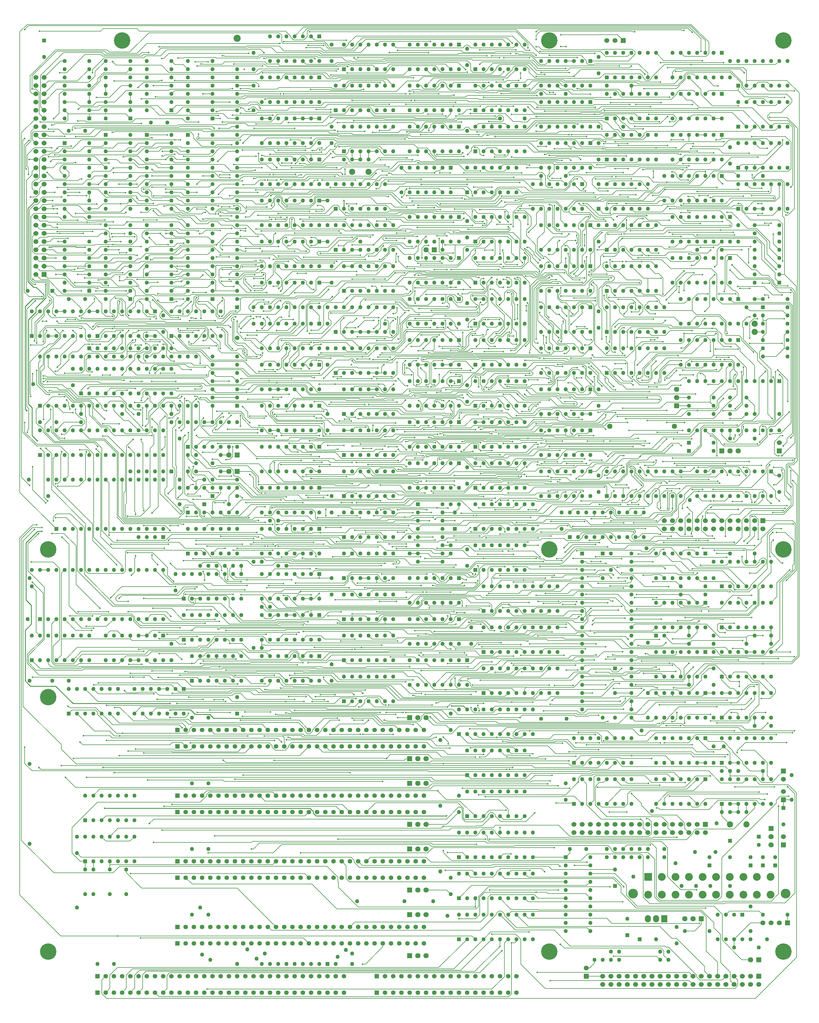
<source format=gtl>
G04*
G04  File:            MAINBOARD-V10.3.2.GTL, Thu Sep 04 00:44:47 2025*
G04  Source:          P-CAD 2006 PCB, Version 19.02.958, (D:\PCAD-2006\Projects\Pentagon-4096\Hardware\MainBoard-v10.3.2.PCB)*
G04  Format:          Gerber Format (RS-274-D), ASCII*
G04*
G04  Format Options:  Absolute Positioning*
G04                   Leading-Zero Suppression*
G04                   Scale Factor 1:1*
G04                   NO Circular Interpolation*
G04                   Inch Units*
G04                   Numeric Format: 4.4 (XXXX.XXXX)*
G04                   G54 NOT Used for Aperture Change*
G04                   Apertures Embedded*
G04*
G04  File Options:    Offset = (0.0mil,0.0mil)*
G04                   Drill Symbol Size = 80.0mil*
G04                   No Pad/Via Holes*
G04*
G04  File Contents:   Pads*
G04                   Vias*
G04                   No Designators*
G04                   No Types*
G04                   No Values*
G04                   No Drill Symbols*
G04                   Top*
G04*
%INMAINBOARD-V10.3.2.GTL*%
%ICAS*%
%MOIN*%
G04*
G04  Aperture MACROs for general use --- invoked via D-code assignment *
G04*
G04  General MACRO for flashed round with rotation and/or offset hole *
%AMROTOFFROUND*
1,1,$1,0.0000,0.0000*
1,0,$2,$3,$4*%
G04*
G04  General MACRO for flashed oval (obround) with rotation and/or offset hole *
%AMROTOFFOVAL*
21,1,$1,$2,0.0000,0.0000,$3*
1,1,$4,$5,$6*
1,1,$4,0-$5,0-$6*
1,0,$7,$8,$9*%
G04*
G04  General MACRO for flashed oval (obround) with rotation and no hole *
%AMROTOVALNOHOLE*
21,1,$1,$2,0.0000,0.0000,$3*
1,1,$4,$5,$6*
1,1,$4,0-$5,0-$6*%
G04*
G04  General MACRO for flashed rectangle with rotation and/or offset hole *
%AMROTOFFRECT*
21,1,$1,$2,0.0000,0.0000,$3*
1,0,$4,$5,$6*%
G04*
G04  General MACRO for flashed rectangle with rotation and no hole *
%AMROTRECTNOHOLE*
21,1,$1,$2,0.0000,0.0000,$3*%
G04*
G04  General MACRO for flashed rounded-rectangle *
%AMROUNDRECT*
21,1,$1,$2-$4,0.0000,0.0000,$3*
21,1,$1-$4,$2,0.0000,0.0000,$3*
1,1,$4,$5,$6*
1,1,$4,$7,$8*
1,1,$4,0-$5,0-$6*
1,1,$4,0-$7,0-$8*
1,0,$9,$10,$11*%
G04*
G04  General MACRO for flashed rounded-rectangle with rotation and no hole *
%AMROUNDRECTNOHOLE*
21,1,$1,$2-$4,0.0000,0.0000,$3*
21,1,$1-$4,$2,0.0000,0.0000,$3*
1,1,$4,$5,$6*
1,1,$4,$7,$8*
1,1,$4,0-$5,0-$6*
1,1,$4,0-$7,0-$8*%
G04*
G04  General MACRO for flashed regular polygon *
%AMREGPOLY*
5,1,$1,0.0000,0.0000,$2,$3+$4*
1,0,$5,$6,$7*%
G04*
G04  General MACRO for flashed regular polygon with no hole *
%AMREGPOLYNOHOLE*
5,1,$1,0.0000,0.0000,$2,$3+$4*%
G04*
G04  General MACRO for target *
%AMTARGET*
6,0,0,$1,$2,$3,4,$4,$5,$6*%
G04*
G04  General MACRO for mounting hole *
%AMMTHOLE*
1,1,$1,0,0*
1,0,$2,0,0*
$1=$1-$2*
$1=$1/2*
21,1,$2+$1,$3,0,0,$4*
21,1,$3,$2+$1,0,0,$4*%
G04*
G04*
G04  D10 : "Ellipse X8.0mil Y8.0mil H0.0mil 0.0deg (0.0mil,0.0mil) Draw"*
G04  Disc: OuterDia=0.0080*
%ADD10C, 0.0080*%
G04  D11 : "Ellipse X10.0mil Y10.0mil H0.0mil 0.0deg (0.0mil,0.0mil) Draw"*
G04  Disc: OuterDia=0.0100*
%ADD11C, 0.0100*%
G04  D12 : "Ellipse X15.0mil Y15.0mil H0.0mil 0.0deg (0.0mil,0.0mil) Draw"*
G04  Disc: OuterDia=0.0150*
%ADD12C, 0.0150*%
G04  D13 : "Ellipse X25.0mil Y25.0mil H0.0mil 0.0deg (0.0mil,0.0mil) Draw"*
G04  Disc: OuterDia=0.0250*
%ADD13C, 0.0250*%
G04  D14 : "Ellipse X30.0mil Y30.0mil H0.0mil 0.0deg (0.0mil,0.0mil) Draw"*
G04  Disc: OuterDia=0.0300*
%ADD14C, 0.0300*%
G04  D15 : "Ellipse X40.0mil Y40.0mil H0.0mil 0.0deg (0.0mil,0.0mil) Draw"*
G04  Disc: OuterDia=0.0400*
%ADD15C, 0.0400*%
G04  D16 : "Ellipse X5.0mil Y5.0mil H0.0mil 0.0deg (0.0mil,0.0mil) Draw"*
G04  Disc: OuterDia=0.0050*
%ADD16C, 0.0050*%
G04  D17 : "Ellipse X6.0mil Y6.0mil H0.0mil 0.0deg (0.0mil,0.0mil) Draw"*
G04  Disc: OuterDia=0.0060*
%ADD17C, 0.0060*%
G04  D18 : "Ellipse X9.8mil Y9.8mil H0.0mil 0.0deg (0.0mil,0.0mil) Draw"*
G04  Disc: OuterDia=0.0098*
%ADD18C, 0.0098*%
G04  D19 : "Ellipse X110.0mil Y110.0mil H0.0mil 0.0deg (0.0mil,0.0mil) Flash"*
G04  Disc: OuterDia=0.1100*
%ADD19C, 0.1100*%
G04  D20 : "Ellipse X200.0mil Y200.0mil H0.0mil 0.0deg (0.0mil,0.0mil) Flash"*
G04  Disc: OuterDia=0.2000*
%ADD20C, 0.2000*%
G04  D21 : "Ellipse X215.0mil Y215.0mil H0.0mil 0.0deg (0.0mil,0.0mil) Flash"*
G04  Disc: OuterDia=0.2150*
%ADD21C, 0.2150*%
G04  D22 : "Ellipse X50.0mil Y50.0mil H0.0mil 0.0deg (0.0mil,0.0mil) Flash"*
G04  Disc: OuterDia=0.0500*
%ADD22C, 0.0500*%
G04  D23 : "Ellipse X56.0mil Y56.0mil H0.0mil 0.0deg (0.0mil,0.0mil) Flash"*
G04  Disc: OuterDia=0.0560*
%ADD23C, 0.0560*%
G04  D24 : "Ellipse X60.0mil Y60.0mil H0.0mil 0.0deg (0.0mil,0.0mil) Flash"*
G04  Disc: OuterDia=0.0600*
%ADD24C, 0.0600*%
G04  D25 : "Ellipse X64.0mil Y64.0mil H0.0mil 0.0deg (0.0mil,0.0mil) Flash"*
G04  Disc: OuterDia=0.0640*
%ADD25C, 0.0640*%
G04  D26 : "Ellipse X65.0mil Y65.0mil H0.0mil 0.0deg (0.0mil,0.0mil) Flash"*
G04  Disc: OuterDia=0.0650*
%ADD26C, 0.0650*%
G04  D27 : "Ellipse X71.0mil Y71.0mil H0.0mil 0.0deg (0.0mil,0.0mil) Flash"*
G04  Disc: OuterDia=0.0710*
%ADD27C, 0.0710*%
G04  D28 : "Ellipse X75.0mil Y75.0mil H0.0mil 0.0deg (0.0mil,0.0mil) Flash"*
G04  Disc: OuterDia=0.0750*
%ADD28C, 0.0750*%
G04  D29 : "Ellipse X79.0mil Y79.0mil H0.0mil 0.0deg (0.0mil,0.0mil) Flash"*
G04  Disc: OuterDia=0.0790*
%ADD29C, 0.0790*%
G04  D30 : "Ellipse X90.0mil Y90.0mil H0.0mil 0.0deg (0.0mil,0.0mil) Flash"*
G04  Disc: OuterDia=0.0900*
%ADD30C, 0.0900*%
G04  D31 : "Ellipse X95.0mil Y95.0mil H0.0mil 0.0deg (0.0mil,0.0mil) Flash"*
G04  Disc: OuterDia=0.0950*
%ADD31C, 0.0950*%
G04  D32 : "Oval X75.0mil Y87.0mil H0.0mil 0.0deg (0.0mil,0.0mil) Flash"*
G04  Obround: DimX=0.0750, DimY=0.0870, Rotation=0.0, OffsetX=0.0000, OffsetY=0.0000, HoleDia=0.0000 *
%ADD32O, 0.0750 X0.0870*%
G04  D33 : "Oval X90.0mil Y102.0mil H0.0mil 0.0deg (0.0mil,0.0mil) Flash"*
G04  Obround: DimX=0.0900, DimY=0.1020, Rotation=0.0, OffsetX=0.0000, OffsetY=0.0000, HoleDia=0.0000 *
%ADD33O, 0.0900 X0.1020*%
G04  D34 : "Rectangle X110.0mil Y110.0mil H0.0mil 0.0deg (0.0mil,0.0mil) Flash"*
G04  Square: Side=0.1100, Rotation=0.0, OffsetX=0.0000, OffsetY=0.0000, HoleDia=0.0000*
%ADD34R, 0.1100 X0.1100*%
G04  D35 : "Rectangle X50.0mil Y50.0mil H0.0mil 0.0deg (0.0mil,0.0mil) Flash"*
G04  Square: Side=0.0500, Rotation=0.0, OffsetX=0.0000, OffsetY=0.0000, HoleDia=0.0000*
%ADD35R, 0.0500 X0.0500*%
G04  D36 : "Rectangle X56.0mil Y56.0mil H0.0mil 0.0deg (0.0mil,0.0mil) Flash"*
G04  Square: Side=0.0560, Rotation=0.0, OffsetX=0.0000, OffsetY=0.0000, HoleDia=0.0000*
%ADD36R, 0.0560 X0.0560*%
G04  D37 : "Rectangle X60.0mil Y60.0mil H0.0mil 0.0deg (0.0mil,0.0mil) Flash"*
G04  Square: Side=0.0600, Rotation=0.0, OffsetX=0.0000, OffsetY=0.0000, HoleDia=0.0000*
%ADD37R, 0.0600 X0.0600*%
G04  D38 : "Rectangle X64.0mil Y64.0mil H0.0mil 0.0deg (0.0mil,0.0mil) Flash"*
G04  Square: Side=0.0640, Rotation=0.0, OffsetX=0.0000, OffsetY=0.0000, HoleDia=0.0000*
%ADD38R, 0.0640 X0.0640*%
G04  D39 : "Rectangle X65.0mil Y65.0mil H0.0mil 0.0deg (0.0mil,0.0mil) Flash"*
G04  Square: Side=0.0650, Rotation=0.0, OffsetX=0.0000, OffsetY=0.0000, HoleDia=0.0000*
%ADD39R, 0.0650 X0.0650*%
G04  D40 : "Rectangle X71.0mil Y71.0mil H0.0mil 0.0deg (0.0mil,0.0mil) Flash"*
G04  Square: Side=0.0710, Rotation=0.0, OffsetX=0.0000, OffsetY=0.0000, HoleDia=0.0000*
%ADD40R, 0.0710 X0.0710*%
G04  D41 : "Rectangle X75.0mil Y75.0mil H0.0mil 0.0deg (0.0mil,0.0mil) Flash"*
G04  Square: Side=0.0750, Rotation=0.0, OffsetX=0.0000, OffsetY=0.0000, HoleDia=0.0000*
%ADD41R, 0.0750 X0.0750*%
G04  D42 : "Rectangle X75.0mil Y87.0mil H0.0mil 0.0deg (0.0mil,0.0mil) Flash"*
G04  Rectangular: DimX=0.0750, DimY=0.0870, Rotation=0.0, OffsetX=0.0000, OffsetY=0.0000, HoleDia=0.0000 *
%ADD42R, 0.0750 X0.0870*%
G04  D43 : "Rectangle X79.0mil Y79.0mil H0.0mil 0.0deg (0.0mil,0.0mil) Flash"*
G04  Square: Side=0.0790, Rotation=0.0, OffsetX=0.0000, OffsetY=0.0000, HoleDia=0.0000*
%ADD43R, 0.0790 X0.0790*%
G04  D44 : "Rectangle X90.0mil Y102.0mil H0.0mil 0.0deg (0.0mil,0.0mil) Flash"*
G04  Rectangular: DimX=0.0900, DimY=0.1020, Rotation=0.0, OffsetX=0.0000, OffsetY=0.0000, HoleDia=0.0000 *
%ADD44R, 0.0900 X0.1020*%
G04  D45 : "Rectangle X95.0mil Y95.0mil H0.0mil 0.0deg (0.0mil,0.0mil) Flash"*
G04  Square: Side=0.0950, Rotation=0.0, OffsetX=0.0000, OffsetY=0.0000, HoleDia=0.0000*
%ADD45R, 0.0950 X0.0950*%
G04  D46 : "Ellipse X102.0mil Y102.0mil H0.0mil 0.0deg (0.0mil,0.0mil) Flash"*
G04  Disc: OuterDia=0.1020*
%ADD46C, 0.1020*%
G04  D47 : "Ellipse X118.0mil Y118.0mil H0.0mil 0.0deg (0.0mil,0.0mil) Flash"*
G04  Disc: OuterDia=0.1180*
%ADD47C, 0.1180*%
G04  D48 : "Ellipse X133.0mil Y133.0mil H0.0mil 0.0deg (0.0mil,0.0mil) Flash"*
G04  Disc: OuterDia=0.1330*
%ADD48C, 0.1330*%
G04  D49 : "Ellipse X20.0mil Y20.0mil H0.0mil 0.0deg (0.0mil,0.0mil) Flash"*
G04  Disc: OuterDia=0.0200*
%ADD49C, 0.0200*%
G04  D50 : "Ellipse X35.0mil Y35.0mil H0.0mil 0.0deg (0.0mil,0.0mil) Flash"*
G04  Disc: OuterDia=0.0350*
%ADD50C, 0.0350*%
G04  D51 : "Ellipse X55.0mil Y55.0mil H0.0mil 0.0deg (0.0mil,0.0mil) Flash"*
G04  Disc: OuterDia=0.0550*
%ADD51C, 0.0550*%
G04  D52 : "Ellipse X70.0mil Y70.0mil H0.0mil 0.0deg (0.0mil,0.0mil) Flash"*
G04  Disc: OuterDia=0.0700*
%ADD52C, 0.0700*%
G04  D53 : "Ellipse X87.0mil Y87.0mil H0.0mil 0.0deg (0.0mil,0.0mil) Flash"*
G04  Disc: OuterDia=0.0870*
%ADD53C, 0.0870*%
G04*
%FSLAX44Y44*%
%SFA1B1*%
%OFA0.0000B0.0000*%
G04*
G70*
G90*
G01*
D2*
%LNTop*%
D10*
X101160Y129390*
Y131400D1*
D2*
D11*
X101200Y139480*
X101840Y138840D1*
D2*
D10*
X101600Y142560*
Y141720D1*
X101440Y142680D2*
Y141640D1*
X101760Y163280D2*
X100760Y164280D1*
X101480Y170000D2*
Y169760D1*
X101640Y170160D2*
X101480Y170000D1*
X101400Y172880D2*
X101640Y172640D1*
D2*
D11*
X101400Y172400*
X101200Y172600D1*
D2*
D10*
X101880Y174360*
X101800Y174440D1*
X101880Y174120D2*
Y174360D1*
X101385Y187115D2*
X101500Y187000D1*
X101680Y186280D2*
X101120Y186840D1*
X101440Y202160D2*
Y203560D1*
X101600Y202000D2*
X101440Y202160D1*
X101600Y201200D2*
Y202000D1*
X101360Y201840D2*
X101280Y201920D1*
X101160Y205560D2*
X100920Y205320D1*
X101920Y205240D2*
Y206420D1*
X101280Y204600D2*
X101920Y205240D1*
X101120Y204760D2*
X101680Y205320D1*
X103120Y128680D2*
X102880Y128920D1*
X104600Y141840D2*
Y143680D1*
X104880Y141560D2*
X104600Y141840D1*
X104000Y141560D2*
Y142000D1*
X104400Y141160D2*
X104000Y141560D1*
X104840Y141360D2*
X104440Y141760D1*
X103000Y145000D2*
X102560Y145440D1*
X102080Y151480D2*
X103400Y150160D1*
X102120Y158160D2*
X103240D1*
X102160Y158480D2*
X102600D1*
D2*
D11*
X103240Y157680*
X102720D1*
D2*
D10*
X103960Y161400*
X103520Y161840D1*
Y167360D2*
X103080Y167800D1*
X103760Y167840D2*
X104440Y167160D1*
X103400Y169800D2*
X104720Y168480D1*
X103400Y170160D2*
Y169800D1*
X103000Y170560D2*
X103400Y170160D1*
X102880Y170560D2*
X103000D1*
X102560Y170880D2*
X102880Y170560D1*
X103600Y169840D2*
X104800Y168640D1*
X103600Y170720D2*
Y169840D1*
X104360Y170160D2*
Y170400D1*
X104400Y170120D2*
X104360Y170160D1*
X104400Y169800D2*
Y170120D1*
X103000Y173000D2*
X102560Y172560D1*
X104400Y173000D2*
X104600Y172800D1*
X104000Y173000D2*
X104400D1*
X103440Y171320D2*
Y173000D1*
X104320Y172520D2*
Y171440D1*
X103920Y174600D2*
X102840Y175680D1*
X103540Y175920D2*
X103400D1*
X103640Y176020D2*
X103540Y175920D1*
X103640Y176040D2*
Y176020D1*
X103760Y176160D2*
X103640Y176040D1*
X103440Y175560D2*
X103160Y175840D1*
X103800Y174360D2*
X104160D1*
X102600Y175560D2*
X103800Y174360D1*
X104400Y174840D2*
X104480Y174760D1*
X104160Y174840D2*
X104400D1*
X102120Y175706D2*
Y176880D1*
X102192Y175633D2*
X102120Y175706D1*
X103000Y175760D2*
X103520Y175240D1*
X103720Y176640D2*
X103880Y176480D1*
X103400Y176640D2*
X103720D1*
X104000Y179000D2*
Y177720D1*
X103000Y178400D2*
Y179000D1*
X102840Y178240D2*
X103000Y178400D1*
X103960Y179560D2*
X104080D1*
X103560Y179160D2*
X103960Y179560D1*
X103560Y177560D2*
Y179160D1*
X103160Y177160D2*
X103560Y177560D1*
X103400Y178040D2*
X103000Y177640D1*
X103400Y179240D2*
Y178040D1*
X104000Y179840D2*
X103400Y179240D1*
X104080Y179840D2*
X104000D1*
X102360Y181120D2*
X102400Y181160D1*
X102360Y180880D2*
Y181120D1*
X104160Y180520D2*
X104600D1*
X103720Y180080D2*
X104160Y180520D1*
X103520Y180080D2*
X103720D1*
X103400Y182120D2*
X103800Y182520D1*
X103400Y180800D2*
Y182120D1*
X103000Y181960D2*
Y181500D1*
X103760Y182720D2*
X103000Y181960D1*
X104600Y180280D2*
X104520D1*
X103800Y181920D2*
Y182160D1*
X103600Y181720D2*
X103800Y181920D1*
X103600Y181040D2*
Y181720D1*
X103640Y181000D2*
X103600Y181040D1*
X103640Y180680D2*
Y181000D1*
X103360Y180400D2*
X103640Y180680D1*
X104200Y185560D2*
Y185840D1*
X103400Y184760D2*
X104200Y185560D1*
X103400Y184160D2*
Y184760D1*
X102400Y183160D2*
X103400Y184160D1*
X103560Y184640D2*
Y183960D1*
X104440Y185520D2*
X103560Y184640D1*
X104440Y185920D2*
Y185520D1*
X102580Y184080D2*
X103000Y184500D1*
X102560Y184080D2*
X102580D1*
X104560Y184880D2*
X104640Y184960D1*
X104560Y184240D2*
Y184880D1*
X104840Y183960D2*
X104560Y184240D1*
X104000Y184120D2*
X104400Y183720D1*
X104000Y184500D2*
Y184120D1*
X103800Y183280D2*
X103320D1*
D2*
D11*
X102520Y184400*
Y184920D1*
D2*
D10*
X104000Y188360*
X103140D1*
X103960Y187880D2*
Y186400D1*
X103800Y188040D2*
X103960Y187880D1*
X102240Y188040D2*
X103800D1*
D2*
D11*
X103720Y186120*
Y187800D1*
D2*
D10*
X102440*
X102160D1*
X102400Y188200D2*
X102160Y188440D1*
X103920Y188200D2*
X102400D1*
X104120Y188000D2*
X103920Y188200D1*
X104120Y186600D2*
Y188000D1*
X104640Y186080D2*
X104120Y186600D1*
D2*
D11*
X102560Y187440*
X102240D1*
X103480Y186520D2*
X102560Y187440D1*
X103480Y186160D2*
Y186520D1*
D2*
D10*
X104520Y190000*
X103500D1*
X104920Y189600D2*
X104520Y190000D1*
X103060Y189440D2*
X102500Y190000D1*
X102940Y190560D2*
X102500Y191000D1*
X102400Y191480D2*
X102080Y191800D1*
X103935Y191480D2*
X102400D1*
X104040Y191375D2*
X103935Y191480D1*
X104200Y193000D2*
X103500D1*
X104600Y193400D2*
X104200Y193000D1*
X103020Y193520D2*
X102500Y193000D1*
X103920Y193520D2*
X103020D1*
X104040Y193640D2*
X103920Y193520D1*
X102080Y193580D2*
X102500Y194000D1*
D2*
D11*
X104400Y192320*
X104465Y192385D1*
X104160Y192320D2*
X104400D1*
D2*
D10*
X104640Y197000*
X103500D1*
X104800Y197320D2*
X104880Y197400D1*
X104560Y197320D2*
X104800D1*
X103020Y195480D2*
X102500Y196000D1*
X103920Y195480D2*
X103020D1*
X104040Y195360D2*
X103920Y195480D1*
X102640Y197480D2*
X103040Y197880D1*
X102360Y197480D2*
X102640D1*
X102920Y197000D2*
X102500D1*
X103040Y197120D2*
X102920Y197000D1*
X103040Y197160D2*
Y197120D1*
X103360Y197480D2*
X103040Y197160D1*
X103920Y197480D2*
X103360D1*
X104000Y197560D2*
X103920Y197480D1*
X103500Y199000D2*
X104800D1*
X102960Y199460D2*
X103500Y200000D1*
X102960Y198840D2*
Y199460D1*
X102560Y198440D2*
X102960Y198840D1*
X103040Y198160D2*
X103320Y198440D1*
X102660Y200160D2*
X102500Y200000D1*
X102920Y200160D2*
X102660D1*
X103040Y200280D2*
X102920Y200160D1*
X103040Y200320D2*
Y200280D1*
X103160Y200440D2*
X103040Y200320D1*
X102040Y199460D2*
X102500Y199000D1*
X102040Y200160D2*
Y199460D1*
X102400Y200520D2*
X102040Y200160D1*
X102640Y200520D2*
X102400D1*
X102960Y200840D2*
X102640Y200520D1*
X104320Y202760D2*
X104560Y203000D1*
X104600Y202000D2*
X103500D1*
X102040Y201540D2*
Y201120D1*
X102500Y202000D2*
X102040Y201540D1*
X103440Y203560D2*
X102960Y203080D1*
X104120Y203560D2*
X103440D1*
X104360Y203800D2*
X104120Y203560D1*
X102940Y205560D2*
X102500Y206000D1*
X102080Y205420D2*
X102500Y205000D1*
X102080Y206240D2*
Y205420D1*
X102280Y206440D2*
X102080Y206240D1*
X104680Y206440D2*
X102280D1*
X102320Y204440D2*
X104440D1*
X103920Y206000D2*
X103500D1*
X104080Y205840D2*
X103920Y206000D1*
X104680Y207200D2*
X104880Y207400D1*
X104440Y207200D2*
X104680D1*
X102920Y208580D2*
X103500Y208000D1*
X103080Y209420D2*
X103500Y209000D1*
X104880Y211380D2*
Y211400D1*
X103500Y212000D2*
X104060Y212560D1*
X104400Y211920D2*
X104880Y212400D1*
X104400Y211900D2*
Y211920D1*
X103500Y211000D2*
X104400Y211900D1*
X102080Y211000D2*
X102500D1*
X102560Y211560D2*
X102920Y211200D1*
X102320Y211560D2*
X102560D1*
X102280Y211600D2*
X102320Y211560D1*
X102040Y211600D2*
X102280D1*
X107920Y117500D2*
X106920Y118500D1*
X106120Y127720D2*
X107360Y126480D1*
X107332Y130040D2*
X107080D1*
X107360Y130067D2*
X107332Y130040D1*
X105600Y131160D2*
Y131720D1*
X107400Y129360D2*
X105600Y131160D1*
X106500Y135500D2*
X106920Y135920D1*
X106640Y136200D2*
X106400Y136400D1*
X107440Y141880D2*
X107120Y141560D1*
X107440Y142000D2*
Y141880D1*
X107560Y143560D2*
X106000Y142000D1*
X107880Y141240D2*
X107800Y141160D1*
X107760Y141600D2*
X107520Y141360D1*
X106560Y148640D2*
X107560Y147640D1*
X105680Y157000D2*
X106560Y156120D1*
X105040Y159840D2*
X106720D1*
X105160Y163480D2*
X105560Y163880D1*
X105160Y163200D2*
X107760D1*
X106440Y164440D2*
X106000Y164000D1*
X105640Y167160D2*
Y167400D1*
X105560Y167080D2*
X105640Y167160D1*
X105560Y170600D2*
Y170560D1*
X106560Y170160D2*
X106960Y170560D1*
X106560Y170000D2*
Y170160D1*
X106080Y169520D2*
X106560Y170000D1*
X105640Y169520D2*
X106080D1*
X105400Y169040D2*
X106000D1*
X107360Y172080D2*
Y172560D1*
X106640Y172840D2*
Y172600D1*
X106520Y172960D2*
X106640Y172840D1*
X106520Y173400D2*
Y172960D1*
X106240Y173680D2*
X106520Y173400D1*
X106920Y173760D2*
Y173800D1*
X107120Y173560D2*
X106920Y173760D1*
X105840Y172160D2*
X107000D1*
X107120Y173920D2*
X107320Y173720D1*
X106040Y174360D2*
X105360D1*
X106240Y175080D2*
X105760Y175560D1*
X106720Y175080D2*
X106240D1*
X107720Y174080D2*
X106720Y175080D1*
X107320Y174120D2*
Y174080D1*
X106520Y174920D2*
X107320Y174120D1*
X105360Y174920D2*
X106520D1*
X105040Y175240D2*
X105360Y174920D1*
X106960Y179560D2*
X107560D1*
X106560Y179160D2*
X106960Y179560D1*
X106560Y178600D2*
Y179160D1*
X105160Y177200D2*
X106560Y178600D1*
X106200Y179760D2*
X106240D1*
X105560Y179120D2*
X106200Y179760D1*
X105560Y178120D2*
Y179120D1*
X105120Y177680D2*
X105560Y178120D1*
X105400Y181320D2*
Y181720D1*
X107720Y182520D2*
X107800Y182440D1*
X105560Y181920D2*
Y181240D1*
X105800Y182160D2*
X105560Y181920D1*
X107440Y181720D2*
X107000Y182160D1*
X107440Y180960D2*
Y181720D1*
X106360Y183520D2*
X107320D1*
X107400Y183760D2*
X107720Y183440D1*
X105240Y183760D2*
X107400D1*
X105200Y183720D2*
X105240Y183760D1*
X107160Y187400D2*
X106040Y188520D1*
X106760Y188160D2*
X107360Y187560D1*
X106760Y188240D2*
Y188160D1*
X106960Y189360D2*
X106880Y189440D1*
D2*
D11*
X107360Y192385*
X107425Y192320D1*
D2*
D10*
X105200Y193000*
X106000D1*
X105760Y195600D2*
X105360Y196000D1*
X107600Y195600D2*
X105760D1*
X107000Y196000D2*
X106000Y197000D1*
X107840Y199000D2*
X106000D1*
X106640Y199360D2*
X106400D1*
X106680Y199400D2*
X106640Y199360D1*
X107840Y200640D2*
X107640Y200440D1*
X106560Y201440D2*
X106000Y202000D1*
X107040Y202560D2*
X105160D1*
X107120Y202640D2*
X107040Y202560D1*
X107360Y202640D2*
X107120D1*
X105440Y202000D2*
Y201560D1*
X105840Y202400D2*
X105440Y202000D1*
X105400Y203400D2*
X105320Y203320D1*
X106560Y204640D2*
X106800D1*
X106520Y204600D2*
X106560Y204640D1*
X105360Y204600D2*
X106520D1*
X105120Y204360D2*
X105360Y204600D1*
X105880Y206080D2*
X105280Y206680D1*
X106960Y206600D2*
Y206880D1*
X107040Y204400D2*
X105840D1*
X106400Y208600D2*
X106000Y209000D1*
X106400Y208560D2*
Y208600D1*
Y207840D2*
Y208560D1*
X106120Y207560D2*
X106400Y207840D1*
X105840Y211400D2*
X105360Y210920D1*
X106240Y213560D2*
X105400D1*
X106000Y215000D2*
X105500D1*
X110500Y135500D2*
X109800Y136200D1*
X109760Y135920D2*
X110000Y135680D1*
Y135400*
X108160Y140760D2*
X108320Y140920D1*
X108120Y145880D2*
X109560D1*
X108560Y152880D2*
X108880Y152560D1*
X109400Y156600D2*
Y158600D1*
X108640Y167160D2*
Y167400D1*
X108560Y167080D2*
X108640Y167160D1*
X109000Y167440D2*
X108800Y167640D1*
X109000Y167000D2*
Y167440D1*
X109840Y167720D2*
X110400Y167160D1*
X108120Y170560D2*
X108440Y170880D1*
X108560Y170320D2*
X108640Y170400D1*
X108560Y170160D2*
Y170320D1*
X108400Y170000D2*
X108560Y170160D1*
X109040Y168960D2*
X110880D1*
X109600Y168480D2*
X110040Y168040D1*
X108440Y171160D2*
X108160Y171440D1*
X108560Y173000D2*
X108160Y173400D1*
X108560Y171680D2*
Y173000D1*
X108640Y171600D2*
X108560Y171680D1*
X109400Y173160D2*
X109000Y173560D1*
X109400Y171720D2*
Y173160D1*
X109000Y173000D2*
Y171880D1*
X109560Y172680D2*
X110880Y171360D1*
X109560Y173240D2*
Y172680D1*
X109080Y173720D2*
X109560Y173240D1*
X110560Y172720D2*
X110880Y172400D1*
X110560Y173000D2*
Y172720D1*
X109680Y173880D2*
X110560Y173000D1*
X110160Y175920D2*
X110360Y175720D1*
X109080Y175320D2*
X108840Y175080D1*
X108800Y177120D2*
X109360D1*
X108600Y177320D2*
X108800Y177120D1*
X108600Y178600D2*
Y177320D1*
X109000Y179000D2*
X108600Y178600D1*
X110560Y178880D2*
X110880Y178560D1*
X110560Y179000D2*
Y178880D1*
X110160Y179400D2*
X110560Y179000D1*
X108800Y179400D2*
X110160D1*
X108400Y179000D2*
X108800Y179400D1*
X108400Y177320D2*
Y179000D1*
X109360Y180480D2*
X110360D1*
X108480D2*
X109000D1*
X110560Y181360D2*
Y181640D1*
X110240Y181040D2*
X110560Y181360D1*
X109000Y181040D2*
X110240D1*
X109840Y182640D2*
X109440Y182240D1*
X109840Y182720D2*
Y182640D1*
X110000Y182880D2*
X109840Y182720D1*
X108560Y182240D2*
X108080Y182720D1*
X108560Y181160D2*
Y182240D1*
X108920Y180800D2*
X108560Y181160D1*
X110900Y182400D2*
X110000Y181500D1*
X108560Y184600D2*
X109640Y185680D1*
X108560Y184440D2*
Y184600D1*
X108040Y183920D2*
X108560Y184440D1*
X108280Y183680D2*
X108320Y183640D1*
X108040Y183680D2*
X108280D1*
X110000Y184500D2*
X109000D1*
X110560Y184360D2*
Y185440D1*
X109000Y187400D2*
Y187000D1*
X109720Y187400D2*
X109000D1*
X109800Y187320D2*
X109720Y187400D1*
X110040Y187320D2*
X109800D1*
X110360Y188000D2*
X110760Y187600D1*
X109000Y188000D2*
X110360D1*
X110320Y187560D2*
X110480Y187400D1*
X110360Y188320D2*
X110120D1*
X110440Y188400D2*
X110360Y188320D1*
X108520Y190240D2*
X108680Y190400D1*
X108520Y190000D2*
Y190240D1*
X110160Y191000D2*
X110560Y191400D1*
X109000Y191000D2*
X110160D1*
X108400Y189760D2*
X108560Y189600D1*
X108360Y189440D2*
X108280Y189360D1*
X109720Y192625D2*
X109655Y192560D1*
X110440Y194000D2*
X110080Y193640D1*
X108760Y195600D2*
X108360Y196000D1*
X110640Y195600D2*
X108760D1*
X110680Y195640D2*
X110640Y195600D1*
X110920Y195640D2*
X110680D1*
X110080Y197000D2*
X109000D1*
X110680Y197600D2*
X110080Y197000D1*
X109760Y195360D2*
X109800Y195400D1*
X108760Y195360D2*
X109760D1*
X108760Y200560D2*
X108200Y200000D1*
X109240Y200560D2*
X108760D1*
X109840Y200000D2*
X109000D1*
X109880Y199960D2*
X109840Y200000D1*
X110120Y199960D2*
X109880D1*
X110120D2*
X110720Y200560D1*
X110480Y202560D2*
X109640Y203400D1*
X110560Y204560D2*
X108440D1*
X109720Y206720D2*
X109080Y206080D1*
X109680Y205800D2*
X110440Y206560D1*
X108640Y207560D2*
X108520Y207680D1*
X109000Y208560D2*
Y208000D1*
Y209000D2*
X110165D1*
X110560Y209394*
X110160Y209560D2*
X110000Y209400D1*
X110360Y212560D2*
X109200Y211400D1*
X110360Y212920D2*
Y212560D1*
X110040Y212480D2*
Y212840D1*
X109120Y211560D2*
X110040Y212480D1*
X109720Y213160D2*
Y213720D1*
X109400Y213560D2*
Y213960D1*
X110840Y215400*
X110600Y215600D2*
X110400Y215800D1*
X108480*
X112440Y104560D2*
X111520Y103640D1*
X112720Y116880D2*
X111920Y116080D1*
X113500Y116500D2*
Y116120D1*
X111500Y117080D2*
Y117500D1*
X112520Y121520D2*
X111500Y120500D1*
X113080Y133080D2*
X112320D1*
X112080Y132760D2*
X111480Y133360D1*
X112720Y132760D2*
X112080D1*
X111541Y132800D2*
X111827Y132514D1*
X112760Y136240D2*
X112120D1*
X113560Y138040D2*
X113320Y138280D1*
X113000Y142000D2*
X113520Y142520D1*
X113000Y142000D2*
X112600Y141600D1*
X112440Y145560D2*
X113000Y145000D1*
X111560Y145560D2*
X112440D1*
Y149160D2*
X113760D1*
X112240Y149360D2*
X112440Y149160D1*
X112240Y149640D2*
Y149360D1*
X113000Y149880D2*
X112640Y149520D1*
X113120Y152560D2*
X113400Y152840D1*
Y155200D2*
X113600Y155400D1*
X111400Y157240D2*
Y157560D1*
X113400Y160960D2*
X113560Y161120D1*
X113400Y159440D2*
Y160960D1*
X113560Y159280D2*
X113400Y159440D1*
X113480Y159120D2*
X113200Y159400D1*
Y162360D2*
X113400Y162560D1*
X112000Y170000D2*
X111440Y170560D1*
X111560Y169880D2*
X112080Y169360D1*
X111560Y170000D2*
Y169880D1*
X111160Y170400D2*
X111560Y170000D1*
X113440Y169560D2*
X113000Y170000D1*
X113560Y172760D2*
Y173280D1*
X113000Y173560D2*
X111560D1*
X113400Y173160D2*
X113000Y173560D1*
X113400Y172400D2*
Y173160D1*
X112000Y172400D2*
Y173000D1*
X113200Y171200D2*
X112000Y172400D1*
X113800Y171200D2*
X113200D1*
X113000Y176080D2*
X112920Y176160D1*
X113240Y176080D2*
X113000D1*
X112380Y174880D2*
X113600D1*
X112000Y174500D2*
X112380Y174880D1*
X113000Y179400D2*
X113400Y179800D1*
X111400Y179400D2*
X113000D1*
X113600Y179040D2*
Y179600D1*
X113120Y178560D2*
X113600Y179040D1*
X113560Y177280D2*
Y177600D1*
X113000Y180640D2*
Y181500D1*
X112560Y180200D2*
X113000Y180640D1*
X113400Y181760D2*
X113800Y182160D1*
X113080Y182200D2*
X113120Y182160D1*
X112320Y182200D2*
X113080D1*
X112160Y182040D2*
X112320Y182200D1*
X112400Y181560D2*
X112800Y181960D1*
X112400Y181360D2*
Y181560D1*
X111600Y180560D2*
X112400Y181360D1*
X111560Y180560D2*
X111600D1*
X113800Y182800D2*
X113720Y182880D1*
X112000Y181500D2*
X111300Y180800D1*
X113600Y184200D2*
X113800Y184000D1*
X113600Y184840D2*
Y184200D1*
X112720Y185440D2*
Y185680D1*
X112600Y185320D2*
X112720Y185440D1*
X112600Y184280D2*
Y185320D1*
X112880Y184000D2*
X112600Y184280D1*
X113120Y184000D2*
X112880D1*
X113400Y184080D2*
Y185600D1*
X113920Y183560D2*
X113400Y184080D1*
X111560Y184400D2*
Y185760D1*
X111840Y184120D2*
X111560Y184400D1*
X111920Y184120D2*
X111840D1*
X112080Y183960D2*
X111920Y184120D1*
X112080Y183800D2*
Y183960D1*
X111920Y183640D2*
X112080Y183800D1*
X113000Y185760D2*
Y184500D1*
X112840Y185920D2*
X113000Y185760D1*
X112640Y185920D2*
X112840D1*
X112440Y185720D2*
X112640Y185920D1*
X112440Y183920D2*
Y185720D1*
X111960Y183440D2*
X112440Y183920D1*
X111840Y183880D2*
X111040D1*
X111120Y187640D2*
X111360D1*
X111080Y187600D2*
X111120Y187640D1*
X112720Y188240D2*
Y188720D1*
X113200Y188240D2*
X113360Y188400D1*
X112720Y188240D2*
X113200D1*
X112920Y186080D2*
X112200D1*
X113840Y188640D2*
X113850Y188629D1*
X113600Y188640D2*
X113840D1*
X112200Y186400D2*
X113600D1*
X112520Y187560D2*
X111680Y188400D1*
X112120Y190400D2*
X112280Y190560D1*
Y189600D2*
X113080Y190400D1*
X112720Y191640D2*
X113560D1*
X113080Y189200D2*
X111680D1*
X113280Y190000D2*
X112720Y189440D1*
X111960Y191000D2*
X111520Y190560D1*
X111720Y193960D2*
X113320D1*
X111640Y192640D2*
X111625Y192625D1*
X111880Y192640D2*
X111640D1*
X112120D2*
X112160Y192600D1*
X111880Y192640D2*
X112120D1*
X111185Y194375D2*
X111040D1*
X111440Y194120D2*
X111185Y194375D1*
X111440Y193600D2*
Y194120D1*
X111560Y193480D2*
X111440Y193600D1*
X111560Y193240D2*
Y193480D1*
X112840Y196600D2*
X113640Y197400D1*
X113480Y196560D2*
X113360Y196440D1*
X112840Y197600D2*
X113600D1*
X111480Y198960D2*
X113400D1*
X112360Y203000D2*
X112800Y202560D1*
X111560Y201560D2*
X111960Y201960D1*
X112200D2*
X112240Y202000D1*
X111960Y201960D2*
X112200D1*
X113400Y203320D2*
X113160D1*
X113480Y203400D2*
X113400Y203320D1*
X112520Y205000D2*
X111920Y204400D1*
X112040Y206320D2*
X111800D1*
X112120Y206400D2*
X112040Y206320D1*
X111480Y210560D2*
X112920Y212000D1*
X112280Y214480D2*
X111840Y214920D1*
X111440Y216080D2*
X111160Y216360D1*
X113920Y216080D2*
X111440D1*
X115920Y104080D2*
X115520Y103680D1*
X114560Y103640D2*
Y102060D1*
X115160Y104240D2*
X114560Y103640D1*
X116880Y122640D2*
X116320Y122080D1*
X114500Y135500D2*
X115320Y136320D1*
X115000Y138105D2*
X114935Y138040D1*
X114320Y139920D2*
X115680D1*
X116280Y140160D2*
X116800Y139640D1*
X115240Y143320D2*
X115000D1*
X115280Y143360D2*
X115240Y143320D1*
X116280Y143200D2*
X115800Y142720D1*
X116080Y142520D2*
X116600Y143040D1*
X116400Y141600D2*
X116000Y142000D1*
Y145000D2*
X115000D1*
X116000D2*
X116640Y145640D1*
X114400Y146760D2*
X115200Y145960D1*
X114560Y146880D2*
X115200Y146240D1*
X115900Y149520D2*
X115640D1*
X115920Y149500D2*
X115900Y149520D1*
X114120Y147440D2*
X114400Y147160D1*
X114160Y147640D2*
X114560Y147240D1*
Y152760D2*
X114160Y152360D1*
X114640Y154480D2*
X114560Y154400D1*
X114640Y154720D2*
Y154480D1*
X116640Y154360D2*
Y154840D1*
X115640Y160480D2*
X115560Y160560D1*
X115640Y160240D2*
Y160480D1*
X115240Y159520D2*
X116400Y160680D1*
X114640Y160000D2*
X114560Y160080D1*
X114640Y159760D2*
Y160000D1*
X116240Y170880D2*
X115840Y170480D1*
X115160Y170560D2*
Y170640D1*
X115560Y170160D2*
X115160Y170560D1*
X115560Y170000D2*
Y170160D1*
X116000Y170000D2*
X115560D1*
X115360Y168640D2*
Y168880D1*
X115560Y168440D2*
X115360Y168640D1*
X116640Y170160D2*
Y170400D1*
X116600Y170120D2*
X116640Y170160D1*
X116600Y169720D2*
Y170120D1*
X116880Y169440D2*
X116600Y169720D1*
X116880Y168280D2*
Y169440D1*
X116400Y169840D2*
X116120Y169560D1*
X116000Y173000D2*
Y171400D1*
X114520Y172480D2*
X115280D1*
X115360Y173640D2*
Y173880D1*
X115680Y173400D2*
X116160Y173880D1*
X114560Y173400D2*
X115680D1*
X115000Y174500D2*
X115580Y175080D1*
X116400Y174100D2*
X116000Y174500D1*
X114360Y175080D2*
X114600D1*
X114320Y175120D2*
X114360Y175080D1*
X115560Y174600D2*
X115880Y174920D1*
X115560Y174080D2*
Y174600D1*
X115360Y179720D2*
X115240Y179600D1*
X115400Y179720D2*
X115360D1*
X115600Y179920D2*
X115400Y179720D1*
X116360Y179400D2*
X116560Y179600D1*
X115800Y179400D2*
X116360D1*
X115600Y179200D2*
X115800Y179400D1*
X115600Y178680D2*
Y179200D1*
X115840Y178440D2*
X115600Y178680D1*
X116200Y179560D2*
X116400Y179760D1*
X115520Y179560D2*
X116200D1*
X115360Y179400D2*
X115520Y179560D1*
X114840Y179400D2*
X115360D1*
X114560Y179120D2*
X114840Y179400D1*
X114560Y178600D2*
Y179120D1*
X116400Y179000D2*
X116000D1*
X116800Y179400D2*
X116400Y179000D1*
X116560Y177400D2*
Y177640D1*
X116360Y177200D2*
X116560Y177400D1*
X115000Y178600D2*
Y179000D1*
X115400Y178200D2*
X115000Y178600D1*
X114640Y180800D2*
Y181040D1*
X114520Y180680D2*
X114640Y180800D1*
X114280Y180680D2*
X114520D1*
X116560Y180120D2*
X116840Y180400D1*
X116120Y180560D2*
X115880D1*
X116400Y180280D2*
X116120Y180560D1*
X115760Y181960D2*
X116000D1*
X115600Y181800D2*
X115760Y181960D1*
X115600Y181320D2*
Y181800D1*
X115880Y181040D2*
X115600Y181320D1*
X114600Y180400D2*
X115360D1*
X115700Y180800D2*
X115000Y181500D1*
X114720Y181880D2*
X114380D1*
X115000Y182160D2*
X114720Y181880D1*
X115252Y182160D2*
X115000D1*
X115280Y182187D2*
X115252Y182160D1*
X116440Y185560D2*
Y185060D1*
X114480Y184960D2*
X114460D1*
X114640Y185120D2*
X114480Y184960D1*
X114640Y185520D2*
Y185120D1*
X116120Y183840D2*
X116920D1*
X115560Y184400D2*
X116120Y183840D1*
X115560Y185280D2*
Y184400D1*
X115160Y185680D2*
X115560Y185280D1*
X116420Y184080D2*
X116000Y184500D1*
X114600Y186400D2*
X114400Y186200D1*
X114600Y187000D2*
Y186400D1*
X114200Y187400D2*
X114600Y187000D1*
Y186400D2*
X116600D1*
X115040Y187360D2*
X115840Y186560D1*
X115040Y187640D2*
Y187360D1*
X114280Y188400D2*
X115040Y187640D1*
X116560Y187560D2*
X116000Y187000D1*
X115240Y190880D2*
X115920Y191560D1*
X114880Y190880D2*
X115240D1*
X114560Y190560D2*
X114880Y190880D1*
Y189440D2*
X115840Y190400D1*
X114600Y191320D2*
X114840D1*
X114520Y191400D2*
X114600Y191320D1*
X115120Y190400D2*
X115280Y190560D1*
X116720Y190800D2*
X116480D1*
X116920Y191000D2*
X116720Y190800D1*
X116000Y191000D2*
X116400Y191400D1*
X115600Y189600D2*
X116000Y190000D1*
X114800Y193680D2*
X114480Y194000D1*
X114800Y193240D2*
Y193680D1*
X114160Y192600D2*
X114800Y193240D1*
X115440Y193560D2*
X116000Y193000D1*
X115440Y194000D2*
Y193560D1*
X115840Y194400D2*
X115440Y194000D1*
X116120Y196560D2*
X116560Y197000D1*
X115320Y196560D2*
X116120D1*
X116520Y197600D2*
X114960D1*
X116560Y197640D2*
X116520Y197600D1*
X116800Y197640D2*
X116560D1*
X114840Y199600D2*
X115800Y200560D1*
X114800Y198280D2*
Y198560D1*
X115360Y198520D2*
X116120D1*
X114880Y199000D2*
X115360Y198520D1*
X116200Y199400D2*
X115600D1*
X116600Y199000D2*
X116200Y199400D1*
X116600Y198480D2*
Y199000D1*
X116760Y198320D2*
X116600Y198480D1*
X116000Y200000D2*
X116400Y200400D1*
X115560Y199000D2*
X116000D1*
X115360Y199200D2*
X115560Y199000D1*
X115360Y199505D2*
Y199200D1*
X115480Y199625D2*
X115360Y199505D1*
X116305Y199625D2*
X115480D1*
X116560Y199880D2*
X116305Y199625D1*
X116880Y199640D2*
X116895Y199625D1*
X116640Y199640D2*
X116880D1*
X116640Y201800D2*
X116880Y201560D1*
X115000Y202000D2*
X116000D1*
X114440Y202560D2*
X115000Y202000D1*
X114440Y203000D2*
X115040Y202400D1*
X115800Y202560D2*
X114960Y203400D1*
X116400Y205640D2*
X116320Y205560D1*
X116640Y205640D2*
X116400D1*
X115000Y205000D2*
X116000D1*
X114440Y204440D2*
X115000Y205000D1*
X115320Y204560D2*
X116640D1*
X114640Y207960D2*
X114240Y207560D1*
X115600Y212400D2*
X114960Y211760D1*
X115680Y215400D2*
X115920Y215640D1*
X115600Y215800D2*
X115400Y215600D1*
X116240Y216040D2*
X115400D1*
X118800Y103920D2*
X118480Y103600D1*
X119120Y130840D2*
X119040Y130920D1*
X119360Y131040D2*
X119240Y131160D1*
D2*
D11*
X118840Y135880*
X118920Y135960D1*
D2*
D10*
X119500Y138500*
X119000Y139000D1*
X119500Y138500D2*
X119880Y138120D1*
X117500Y138500D2*
X118500D1*
X117520Y142800D2*
X119560D1*
X117560Y144600D2*
X117520Y144640D1*
X119800Y144600D2*
X117560D1*
X118400Y147880D2*
X118960Y147320D1*
X118000Y152560D2*
X119200Y151360D1*
X119280Y151600D2*
X118560Y152320D1*
X119600Y153080D2*
X118880Y153800D1*
X119040Y157320D2*
X118320Y156600D1*
X118840Y157800D2*
X118240Y158400D1*
X118880Y156840D2*
X118640Y156600D1*
X119840Y158400D2*
X118840D1*
X119720Y161560D2*
X119560Y161720D1*
X118200Y162840D2*
X118480Y163120D1*
X118200Y162160D2*
Y162840D1*
X119360Y164520D2*
X119440Y164600D1*
X119360Y163040D2*
Y164520D1*
X118600Y162280D2*
X119360Y163040D1*
X119560Y164320D2*
X119640Y164400D1*
X119440Y165280D2*
X119160Y165560D1*
X119640Y165600D2*
X119560Y165680D1*
X118240Y168040D2*
Y169200D1*
X119160Y170240D2*
X119560Y170640D1*
X117600Y173160D2*
X118320Y173880D1*
X117600Y172840D2*
Y173160D1*
X118480Y171960D2*
X117600Y172840D1*
X119680Y172040D2*
X119840D1*
X119120Y171480D2*
X119680Y172040D1*
X118720Y171480D2*
X119120D1*
X117400Y173240D2*
Y172760D1*
X119560Y171240D2*
X119800Y171480D1*
X119560Y172680D2*
X119800Y172440D1*
X119560Y173040D2*
Y172680D1*
X119160Y173440D2*
X119560Y173040D1*
X118440Y173440D2*
X119160D1*
X118000Y173000D2*
X118440Y173440D1*
X119000Y172000D2*
Y173000D1*
X117600Y171080D2*
X118240Y171720D1*
X119480Y174920D2*
X119600Y174800D1*
X119720Y174040D2*
X118200D1*
X118560Y179840D2*
X118960Y179440D1*
X117380Y177880D2*
X119880D1*
X119000Y178440D2*
X118400Y179040D1*
X119360Y178440D2*
X119000D1*
X117440Y177420D2*
Y177400D1*
X117520Y177500D2*
X117440Y177420D1*
X118000Y177500D2*
X117520D1*
X117920Y181040D2*
X118560Y180400D1*
X119840Y182400D2*
Y182080D1*
X119380Y181500D2*
X119000D1*
X118240Y180480D2*
X118000D1*
X118400Y180320D2*
X118240Y180480D1*
X119000Y180400D2*
X117212Y182187D1*
X118800Y181080D2*
X119240Y180640D1*
X118720Y181080D2*
X118800D1*
X118520Y181280D2*
X118720Y181080D1*
X118520Y182040D2*
Y181280D1*
X118160Y182400D2*
X118520Y182040D1*
X119000Y184500D2*
X119660Y185160D1*
X117680Y185240D2*
X118920Y184000D1*
X117640Y185240D2*
X117680D1*
X118160Y183280D2*
X118320Y183120D1*
X117640Y185040D2*
X117600D1*
X118920Y183760D2*
X117640Y185040D1*
X119840Y183760D2*
X118920D1*
X119400Y185680D2*
X119640D1*
X119280Y185560D2*
X119400Y185680D1*
X117640Y185560D2*
X119280D1*
X117360Y185840D2*
X117640Y185560D1*
X117880Y184440D2*
Y184480D1*
X117600Y184160D2*
X117880Y184440D1*
X117600Y183840D2*
Y184160D1*
X117920Y183520D2*
X117600Y183840D1*
X117160Y183600D2*
Y183920D1*
X119400Y187400D2*
X119000Y187000D1*
X119640Y188760D2*
X119509Y188629D1*
X119400Y188000D2*
X119000D1*
X119520Y188120D2*
X119400Y188000D1*
X117120Y188040D2*
X117080Y188000D1*
X117360Y188040D2*
X117120D1*
X117600Y186640D2*
X117640Y186600D1*
X117360Y186640D2*
X117600D1*
X119400Y190000D2*
X119760Y189640D1*
X119000Y190000D2*
X119400D1*
X119000Y194000D2*
X119440Y193560D1*
X119000Y194000D2*
X118360D1*
X117640D2*
X118240Y193400D1*
X118600Y192640D2*
X117160D1*
X119520Y194400D2*
X119920Y194000D1*
X118640Y194400D2*
X119520D1*
X118600Y194360D2*
X118640Y194400D1*
X118360Y194360D2*
X118600D1*
X118120D2*
X118080Y194400D1*
X118360Y194360D2*
X118120D1*
X119360Y192400D2*
X119760Y192800D1*
X119640Y195880D2*
X119800Y195720D1*
X117280Y197400D2*
X117440Y197560D1*
X117200Y197000D2*
X117880Y196320D1*
X119480Y196520D2*
X119000Y197000D1*
X117440Y196120D2*
X119880D1*
X118360Y197320D2*
X118120D1*
X118440Y197400D2*
X118360Y197320D1*
X119400Y197400D2*
X118440D1*
X117920Y198400D2*
X117840Y198320D1*
X119560Y198400D2*
X117920D1*
X119920Y198040D2*
X119560Y198400D1*
X119000Y199000D2*
X118360D1*
X119000Y199625D2*
Y200000D1*
X117400Y202000D2*
X119000D1*
X117760Y202400D2*
X117600Y202560D1*
X119240Y203400D2*
X119640Y203000D1*
X118720Y203400D2*
X119240D1*
X118320Y203000D2*
X118720Y203400D1*
X119400Y202600D2*
X119000Y203000D1*
X119160Y203640D2*
X119400D1*
X119080Y203560D2*
X119160Y203640D1*
X118240Y203560D2*
X119080D1*
X118120Y203440D2*
X118240Y203560D1*
X117880Y203440D2*
X118120D1*
X117280Y204400D2*
X117440Y204560D1*
X117080Y205000D2*
X119000D1*
X119760Y204400D2*
X117880D1*
X119600Y209600D2*
X119000Y209000D1*
X119680Y207080D2*
X119840Y207240D1*
X118320Y208600D2*
X117360Y209560D1*
X119640Y208600D2*
X118320D1*
X119640Y212640D2*
X119400D1*
X119680Y212600D2*
X119640Y212640D1*
X117320Y210640D2*
X117080D1*
X117360Y210600D2*
X117320Y210640D1*
X117600Y212640D2*
X117520Y212560D1*
X117840Y212640D2*
X117600D1*
X118720Y211440D2*
X118840Y211560D1*
X119400Y211400D2*
X119000Y211000D1*
Y215000D2*
X119440Y214560D1*
X118080Y215280D2*
X118720Y215920D1*
X117840Y215280D2*
X118080D1*
X117800Y214480D2*
X118680Y213600D1*
X120750Y115500D2*
X121530Y114720D1*
X121750Y131500D2*
X121290Y131040D1*
X121200Y133360D2*
X120920Y133080D1*
X121200Y133600D2*
Y133360D1*
X121600Y134000D2*
X121200Y133600D1*
X121120Y134200D2*
X120720Y134600D1*
X120750Y133920D2*
X120350Y134320D1*
X120750Y133500D2*
Y133920D1*
X121480Y134400D2*
X121080Y134800D1*
Y135400D2*
Y135520D1*
Y135400D2*
X120720Y135040D1*
D2*
D11*
X121360Y135960*
X121920Y135400D1*
D2*
D10*
X120280Y140160*
X120040D1*
X120320Y140200D2*
X120280Y140160D1*
X122500Y139500D2*
X122120Y139880D1*
X120920Y140640D2*
X121000Y140560D1*
X120680Y140640D2*
X120920D1*
X120640Y139640D2*
X121440Y138840D1*
X122560Y143520D2*
X122400Y143360D1*
X122760Y143320D2*
X122640Y143200D1*
X122900Y142500D2*
X122500D1*
X122360Y143720D2*
X122200Y143560D1*
X122920Y141440D2*
X122720Y141240D1*
X122840Y143040D2*
X122920Y143120D1*
X121800Y141600D2*
X122320Y142120D1*
X121520Y141600D2*
X121800D1*
X121520Y145640D2*
X121920Y146040D1*
X122160Y144880D2*
X120080D1*
X121440Y149000D2*
X121680D1*
X121080Y149360D2*
X121440Y149000D1*
X121080Y149680D2*
Y149360D1*
X121280Y149880D2*
X121080Y149680D1*
X121720Y148720D2*
X121920Y148920D1*
X122500Y149500D2*
X121920D1*
X121500*
X121920Y148920D2*
Y149500D1*
X120500Y150160D2*
X120660Y150320D1*
X122880Y152840D2*
Y152600D1*
X122120Y150920D2*
X120520D1*
X120210Y150210D2*
Y150200D1*
X120680Y150680D2*
X120210Y150210D1*
X121880Y150680D2*
X120680D1*
X122920Y153920D2*
X122500Y153500D1*
X120680Y155640D2*
X122920D1*
X120240Y158560D2*
X120160Y158640D1*
X120480Y158560D2*
X120240D1*
X120600Y160480D2*
Y160000D1*
X120760Y160640D2*
X120600Y160480D1*
X121000Y160640D2*
X120760D1*
X120440Y160080D2*
X120120Y159760D1*
X120440Y160560D2*
Y160080D1*
X120760Y160880D2*
X120440Y160560D1*
X121680Y160880D2*
X120760D1*
X122400Y160160D2*
X121680Y160880D1*
X122400Y159640D2*
Y160160D1*
X122760Y159280D2*
X122400Y159640D1*
X120840Y159520D2*
X122160D1*
X121280Y161200D2*
X120920Y161560D1*
X121600Y161200D2*
X121280D1*
X122560Y160240D2*
X121600Y161200D1*
X122560Y159720D2*
Y160240D1*
X122760Y159520D2*
X122560Y159720D1*
X121400Y163400D2*
X121640D1*
X121000Y163000D2*
X121400Y163400D1*
X121640Y164240D2*
X121400Y164480D1*
X121600Y164840D2*
X121880Y164560D1*
X121800Y162240D2*
X121000D1*
X122560Y163000D2*
X121800Y162240D1*
X122560Y163120D2*
Y163000D1*
X122840Y163400D2*
X122560Y163120D1*
X122000Y163800D2*
Y163000D1*
X122200Y164000D2*
X122000Y163800D1*
X121720D2*
X121000Y164520D1*
X122000Y163800D2*
X121720D1*
X121160Y165400D2*
Y165480D1*
X121400Y165160D2*
X121160Y165400D1*
X121680Y165360D2*
X121600Y165280D1*
X121680Y165600D2*
Y165360D1*
X121600Y166000D2*
X122000D1*
X121000Y166600D2*
X121600Y166000D1*
X121000Y167000D2*
Y166600D1*
X121880Y167560D2*
X122000D1*
X121560Y167880D2*
X121880Y167560D1*
X122000Y166440D2*
X122280D1*
X121400Y167040D2*
X122000Y166440D1*
X121080Y168920D2*
Y169720D1*
X120600Y168440D2*
X121080Y168920D1*
X122040Y169400D2*
X122360Y169080D1*
X120600Y170360D2*
X120200Y169960D1*
X122400Y170640D2*
X121800Y170040D1*
X120400Y169120D2*
X120680Y169400D1*
X122040Y173840D2*
X121560Y173360D1*
X122280Y173480D2*
X122400Y173360D1*
X122600Y171160D2*
X122920Y171480D1*
X120400Y173280D2*
X120040Y173640D1*
Y172240D2*
Y172560D1*
X122440Y173720D2*
X122280Y173880D1*
X121080Y173640D2*
X121400Y173320D1*
X120840Y173640D2*
X121080D1*
X122760Y175400D2*
X122600Y175560D1*
X122760Y175200D2*
Y175400D1*
X122600Y175040D2*
X122760Y175200D1*
X121880Y175040D2*
X122600D1*
X122120Y174160D2*
X121880D1*
X122520Y179040D2*
Y178160D1*
X122120Y179440D2*
X122520Y179040D1*
X120360Y177400D2*
X121400D1*
X122640Y179840D2*
X121040D1*
X120720Y178040D2*
X121080Y177680D1*
X121720Y177920D2*
X121440Y178200D1*
X121160Y180440D2*
Y180760D1*
X121320Y180280D2*
X121160Y180440D1*
X120080Y182160D2*
X122360D1*
X121640Y180520D2*
X121400D1*
X122600Y181480D2*
X121640Y180520D1*
X122600Y181640D2*
Y181480D1*
X121560Y185240D2*
X121760Y185440D1*
X121560Y184520D2*
Y185240D1*
X120960Y183920D2*
X121560Y184520D1*
X120120Y183920D2*
X120960D1*
X120040Y184000D2*
X120120Y183920D1*
X122120Y185560D2*
X122320Y185360D1*
X122120Y185840D2*
Y185560D1*
X120640Y184920D2*
X121400Y185680D1*
X120600Y184920D2*
X120640D1*
X120400Y184720D2*
X120600Y184920D1*
X120400Y184160D2*
Y184720D1*
X122600Y184520D2*
Y183640D1*
X121960Y185160D2*
X122600Y184520D1*
X121760Y183640D2*
X122000D1*
X121720Y183680D2*
X121760Y183640D1*
X121400Y183680D2*
X121720D1*
X121960Y186400D2*
X122320D1*
X121760Y186200D2*
X121960Y186400D1*
X122320D2*
Y186040D1*
X122840Y188920D2*
X122480Y188560D1*
X121240Y186400D2*
X121400Y186560D1*
X121000Y188000D2*
X120560Y187560D1*
X120200Y188120D2*
X120480Y188400D1*
X120600Y186600D2*
X121000Y187000D1*
X122080Y186160D2*
X121960Y186040D1*
X120240Y189640D2*
X120320Y189560D1*
X120360Y191000D2*
X120800Y191440D1*
X120600Y193400D2*
X121000Y193000D1*
X122440Y193960D2*
X122760D1*
X122040Y194280D2*
X122280D1*
X121920Y194400D2*
X122040Y194280D1*
X120120Y194400D2*
X121920D1*
X121840Y196160D2*
X122520Y195480D1*
X120240Y196160D2*
X121840D1*
X120080Y196320D2*
X120240Y196160D1*
X120440Y196360D2*
X120280Y196520D1*
X122720Y196360D2*
X120440D1*
X122920Y196560D2*
X122720Y196360D1*
X121320Y195960D2*
X122120Y195160D1*
X120040Y195960D2*
X121320D1*
X120480Y196720D2*
X120080D1*
X120640Y196560D2*
X120480Y196720D1*
X121120Y196560D2*
X120640D1*
X121760Y197200D2*
X121120Y196560D1*
X120600Y200400D2*
X121000Y200000D1*
Y199000D2*
X122120D1*
X121000D2*
X120600Y199400D1*
X120560Y198600D2*
X120160Y199000D1*
X122520Y200400D2*
X122120Y200000D1*
X122320Y205840D2*
Y206080D1*
X122280Y205840D2*
X122320D1*
X122120Y205680D2*
X122280Y205840D1*
X122120Y205495D2*
Y205680D1*
X122240Y205375D2*
X122120Y205495D1*
X120160Y204560D2*
X120280Y204440D1*
X121720Y206000D2*
X121320Y206400D1*
X121720Y205600D2*
Y206000D1*
X122720Y204600D2*
X121720Y205600D1*
X122760Y206560D2*
X122920Y206400D1*
X120760Y207560D2*
X120360Y207960D1*
X122320Y207560D2*
X120760D1*
X121000Y209000D2*
X121400Y208600D1*
X120520Y215360D2*
X120600Y215440D1*
X120440Y214560D2*
X121000Y214000D1*
X122840Y214640D2*
X122880Y214600D1*
X122600Y214640D2*
X122840D1*
X123280Y125600D2*
X123600Y125920D1*
X123280Y125440D2*
Y125600D1*
X125280Y127400D2*
X125440Y127240D1*
X125640Y129520D2*
X125320Y129840D1*
X123750Y133500D2*
X124250Y133000D1*
X125360Y137200D2*
X124200D1*
X124920Y139080D2*
X124500Y139500D1*
X123800Y141200D2*
X124840D1*
X123680Y141080D2*
X123800Y141200D1*
X124500Y142120D2*
Y142500D1*
X124920Y145800D2*
X124680D1*
X125000Y145880D2*
X124920Y145800D1*
X125500Y144500D2*
X125920D1*
X124040Y144600D2*
Y144480D1*
X124360Y144920D2*
X124040Y144600D1*
X125080Y147480D2*
Y147360D1*
X124000Y148560D2*
X125080Y147480D1*
X125500Y151860D2*
Y152500D1*
X125800Y151560D2*
X125500Y151860D1*
X123040Y152440D2*
Y151760D1*
X123800Y151360D2*
X124080Y151080D1*
X124880Y152240D2*
Y152680D1*
X125800Y151320D2*
X124880Y152240D1*
X125125Y153400D2*
X124605Y153920D1*
X125880Y153120D2*
X125500Y153500D1*
X123560Y154880D2*
X123880Y154560D1*
X123560Y155000D2*
Y154880D1*
X124640Y155640D2*
X124000Y155000D1*
X125560Y155640D2*
X124640D1*
X123960Y159440D2*
X123400Y160000D1*
X125400Y159600D2*
X125000Y160000D1*
X125400Y161200D2*
X124320D1*
X124000Y161240D2*
Y160000D1*
X124200Y161440D2*
X124000Y161240D1*
X125640Y161440D2*
X124200D1*
X123560Y163880D2*
X123880Y163560D1*
X123560Y164000D2*
Y163880D1*
X125000Y162320D2*
Y163000D1*
X124720Y162400D2*
X123600D1*
X124360Y165560D2*
X124480Y165680D1*
X123880Y165560D2*
X124360D1*
X123560Y165880D2*
X123880Y165560D1*
X123560Y166000D2*
Y165880D1*
X124560Y167520D2*
X124360Y167320D1*
X124560Y167560D2*
Y167520D1*
X124600Y166480D2*
X124000D1*
X125160Y165920D2*
X124600Y166480D1*
X124560Y165360D2*
X124680Y165480D1*
X123360Y165360D2*
X124560D1*
X124000Y169840D2*
X124160Y169680D1*
X124000Y170000D2*
Y169840D1*
X124320Y170320D2*
X124000Y170000D1*
X124360Y170320D2*
X124320D1*
X124560Y170520D2*
X124360Y170320D1*
X124640Y170080D2*
X124400D1*
Y170840D2*
X124080Y170520D1*
X125080Y171640D2*
X124560Y171120D1*
X125360Y171640D2*
X125080D1*
X125200Y172080D2*
X124400Y171280D1*
X123440Y173400D2*
X123120Y173720D1*
X124400Y174600D2*
X124000Y175000D1*
X123400Y176480D2*
X123560Y176640D1*
X124720Y179840D2*
X125120Y179440D1*
X123240Y179200D2*
Y179240D1*
X123880Y178560D2*
X123240Y179200D1*
X123760Y177560D2*
X123400Y177920D1*
X123560Y177120D2*
X123840Y177400D1*
X124400Y180680D2*
X124720Y180360D1*
X124280Y180680D2*
X124400D1*
X123560Y181400D2*
X124280Y180680D1*
X123560Y182240D2*
Y181400D1*
X123160Y182640D2*
X123560Y182240D1*
X125560Y181880D2*
Y180480D1*
X125160Y182280D2*
X125560Y181880D1*
X125880D2*
Y180480D1*
X125200Y182560D2*
X125880Y181880D1*
X124600Y182560D2*
X125200D1*
X123400Y182120D2*
X123120Y182400D1*
X123400Y181200D2*
Y182120D1*
X123120Y180920D2*
X123400Y181200D1*
X124560Y181160D2*
X124960Y180760D1*
X124560Y181560D2*
Y181160D1*
X123800Y182320D2*
X124560Y181560D1*
X123140Y185360D2*
X124000Y184500D1*
X124760Y183640D2*
X125320D1*
X124440Y183960D2*
X124760Y183640D1*
X124440Y184760D2*
Y183960D1*
X123640Y185560D2*
X124440Y184760D1*
X123600Y185560D2*
X123640D1*
X123480Y185680D2*
X123600Y185560D1*
X125440Y184160D2*
X125160Y183880D1*
X125440Y185920D2*
Y184160D1*
X124600Y184120D2*
X124840Y183880D1*
X124600Y185240D2*
Y184120D1*
X125200Y185840D2*
X124600Y185240D1*
X124800Y188160D2*
X125440Y187520D1*
X124000Y188000D2*
X123400Y187400D1*
X124400Y187000D2*
X124000D1*
X124400Y188200D2*
Y187000D1*
X124200Y188400D2*
X124400Y188200D1*
X124200Y188600D2*
X124400Y188800D1*
X123800Y188600D2*
X124200D1*
X125120Y189840D2*
X124800Y189520D1*
X124400Y190000D2*
X124000D1*
X124400D2*
X124480Y190080D1*
X125200Y191360D2*
X124960D1*
X125240Y191400D2*
X125200Y191360D1*
X123440Y193560D2*
X124000Y193000D1*
X124720Y194360D2*
X124960D1*
X124680Y194400D2*
X124720Y194360D1*
X123200Y194400D2*
X124680D1*
X124480Y192600D2*
X125880Y194000D1*
X124227Y192600D2*
X124480D1*
X124200Y192572D2*
X124227Y192600D1*
X124960D2*
Y192240D1*
X125760Y193400D2*
X124960Y192600D1*
X123240Y195840D2*
X123120Y195720D1*
X125880Y195840D2*
X123240D1*
X124520Y197360D2*
X124760D1*
X124440Y197440D2*
X124520Y197360D1*
X125400Y195640D2*
X125600Y195440D1*
X123440Y195640D2*
X125400D1*
X123280Y195480D2*
X123440Y195640D1*
X123680Y195440D2*
X124640D1*
X123400Y195160D2*
X123680Y195440D1*
X125200Y196600D2*
X124960D1*
X125360Y196440D2*
X125200Y196600D1*
X124400D2*
X124800Y197000D1*
X124400Y196360D2*
Y196600D1*
X123680Y196360D2*
X124400D1*
X123080Y196960D2*
X123680Y196360D1*
X124720Y196680D2*
Y196360D1*
X124880Y196840D2*
X124720Y196680D1*
X125720Y196840D2*
X124880D1*
X124760Y198760D2*
X125520Y199520D1*
X125080Y198400D2*
X125280Y198200D1*
X124000Y199000D2*
X125000Y200000D1*
X124000Y199000D2*
X123600Y198600D1*
X124000Y200000D2*
X123625Y199625D1*
X125120Y201560D2*
X125240Y201440D1*
X124000Y203000D2*
X123600Y202600D1*
X124440Y203880D2*
X123960Y203400D1*
X124520Y204440D2*
X124640Y204560D1*
X123880Y206560D2*
X123720Y206720D1*
X124560Y204800D2*
X124360Y204600D1*
X124680Y204200D2*
X124640D1*
X124880Y204400D2*
X124680Y204200D1*
X124480Y208360D2*
X124440Y208400D1*
X124720Y208360D2*
X124480D1*
X125320Y208600D2*
X125920Y208000D1*
X124720Y208840D2*
X124880Y209000D1*
X124480Y208840D2*
X124720D1*
X124960Y208000D2*
X124000D1*
X125680Y207240D2*
X125840Y207400D1*
X124400Y215440D2*
X124480Y215360D1*
X125440Y215640D2*
X125200D1*
X125520Y215560D2*
X125440Y215640D1*
X125200Y214600D2*
X125480Y214880D1*
X128880Y119920D2*
X128760Y119800D1*
X128750Y131500D2*
X127930Y130680D1*
X127750Y131500D2*
X127090Y130840D1*
X127750Y133500D2*
X127250Y134000D1*
X126680Y139920D2*
X126400Y140200D1*
X127960Y139920D2*
X126680D1*
X128760Y139120D2*
X127960Y139920D1*
X126040Y138120D2*
X126280Y138360D1*
X126040Y139960D2*
X126500Y139500D1*
X126440Y138160D2*
X128640D1*
X128360Y142920D2*
X127960Y143320D1*
X127500Y142500D2*
X127080Y142920D1*
X128520Y141600D2*
X128600Y141680D1*
X127520Y143120D2*
X128560Y142080D1*
X126120Y144300D2*
Y144040D1*
X127640*
X126040Y148520D2*
Y149520D1*
X126920Y147640D2*
X126040Y148520D1*
X126920Y147520D2*
Y147640D1*
X126080Y147920D2*
X126040D1*
X126500Y147500D2*
X126080Y147920D1*
X126640Y151800D2*
X126120Y152320D1*
X128200Y151800D2*
X126640D1*
X126500Y152500D2*
X126960Y152040D1*
X126120Y153120D2*
X126500Y153500D1*
X128280Y154120D2*
X128840Y153560D1*
X127680Y154400D2*
X127640Y154360D1*
X128680Y160960D2*
X127320Y159600D1*
X128440Y159360D2*
X128360Y159280D1*
Y162560D2*
Y162520D1*
X127360Y163560D2*
X128360Y162560D1*
X126760Y164400D2*
X127160D1*
X126560Y164600D2*
X126760Y164400D1*
X126480Y166840D2*
X126080Y166440D1*
X126160Y165480D2*
X126560Y165080D1*
X127640Y171880D2*
Y171480D1*
X127440Y172080D2*
X127640Y171880D1*
X127840Y171920D2*
Y171640D1*
X127440Y172320D2*
X127840Y171920D1*
X128320Y171640D2*
X128480Y171480D1*
X128320Y172240D2*
Y171640D1*
X127680Y172880D2*
X128320Y172240D1*
X126440Y176560D2*
X127000Y176000D1*
X127960Y176040D2*
X127520Y175600D1*
X127840Y175440D2*
X128200Y175800D1*
X128400Y175000D2*
X127000D1*
X128160Y174640D2*
X128720D1*
X127920D2*
X127880Y174600D1*
X128160Y174640D2*
X127920D1*
X128680Y178800D2*
X128760Y178720D1*
X127760Y178800D2*
X128680D1*
X127120Y179440D2*
X127760Y178800D1*
X128200Y179760D2*
Y179200D1*
X127720Y179360D2*
X128120Y178960D1*
X127720Y179680D2*
Y179360D1*
X127960Y179760D2*
Y179440D1*
X127800Y179920D2*
X127960Y179760D1*
X127120Y179920D2*
X127800D1*
X126880Y179680D2*
X127120Y179920D1*
X126360Y179680D2*
X126880D1*
X127000Y180640D2*
X127960D1*
X126600Y181040D2*
X127000Y180640D1*
X127040Y180320D2*
X127640D1*
X126440Y180920D2*
X127040Y180320D1*
X127920Y180960D2*
X128600D1*
X127560Y181320D2*
X127920Y180960D1*
X127560Y181400D2*
Y181320D1*
X127000Y181960D2*
X127560Y181400D1*
X127240Y182640D2*
Y182880D1*
X127000Y184280D2*
X127400Y184680D1*
X126240Y184280D2*
X127000D1*
X126200Y184520D2*
X126840D1*
X126360Y183320D2*
X126440Y183240D1*
X126360Y183640D2*
Y183320D1*
X126560Y183840D2*
X126360Y183640D1*
X126840Y183840D2*
X126560D1*
X128440Y184840D2*
Y185160D1*
X128760Y184520D2*
X128440Y184840D1*
X128240Y183880D2*
X128680D1*
X128200Y186800D2*
X127000Y188000D1*
X128040Y188160D2*
Y188400D1*
X128920Y187280D2*
X128040Y188160D1*
X127800Y188520D2*
X128000Y188720D1*
X127800Y187920D2*
Y188520D1*
X128680Y187040D2*
X127800Y187920D1*
X127400Y188400D2*
X126040D1*
X126480Y188600D2*
X126440Y188640D1*
X127200Y188600D2*
X126480D1*
X128040Y191840D2*
X127640D1*
X126600Y190000D2*
X127000D1*
X126520Y190080D2*
X126600Y190000D1*
X127400Y189800D2*
X127200Y189600D1*
X127400Y190000D2*
Y189800D1*
X127560Y190160D2*
X127400Y190000D1*
X126400Y189400D2*
X126040Y189040D1*
X126800Y194600D2*
X128040D1*
X128920Y192600D2*
X128120Y193400D1*
X127800Y194280D2*
X128040D1*
X127720Y194360D2*
X127800Y194280D1*
X127400Y194360D2*
X127720D1*
X127480Y192400D2*
X127400Y192480D1*
X128040Y196000D2*
X128520D1*
X128160Y196720D2*
X127880Y196440D1*
X128080Y196960D2*
X127440Y197600D1*
Y196800D2*
X127240Y196600D1*
X127440Y197120D2*
Y196800D1*
X127160Y197400D2*
X127440Y197120D1*
X126880Y197400D2*
X127160D1*
X126840Y197360D2*
X126880Y197400D1*
X126600Y197360D2*
X126840D1*
X127560Y200800D2*
X127640D1*
X127320Y200560D2*
X127560Y200800D1*
X126400Y198200D2*
X126640Y198440D1*
X128880Y201600D2*
X126240D1*
X127400Y203400D2*
X127000Y203000D1*
X127160Y205360D2*
X127145Y205375D1*
X127400Y205360D2*
X127160D1*
X127320Y205600D2*
X127760Y206040D1*
X127720Y205000D2*
X128600Y205880D1*
X128840Y208840D2*
X128120D1*
X127640Y208640D2*
X127400D1*
X127680Y208600D2*
X127640Y208640D1*
X128520Y209080D2*
X128840Y209400D1*
X128400Y209080D2*
X128520D1*
X128040Y207400D2*
X128360Y207080D1*
X127320Y209760D2*
X127160Y209600D1*
X128320Y209760D2*
X127320D1*
X127360Y209560D2*
X127200Y209400D1*
X128720Y209720D2*
X128560Y209560D1*
X127360*
X128120Y208840D2*
X127680Y209280D1*
X127440D2*
X127680D1*
X127800Y210760D2*
X127640Y210600D1*
X127920Y210400D2*
X128120Y210600D1*
X128520Y211640D2*
X127400D1*
X128600Y211560D2*
X128520Y211640D1*
X126200D2*
X126440D1*
X126120Y211560D2*
X126200Y211640D1*
X128440Y211280D2*
X128320Y211400D1*
X128400Y216640D2*
X128320Y216560D1*
X128080Y216720D2*
X128200Y216840D1*
X128520Y216360D2*
X128600Y216440D1*
X130750Y109500D2*
X131170Y109080D1*
X131330Y117080D2*
X131750Y117500D1*
X129750Y125500D2*
X130410Y124840D1*
X131330Y125920D2*
X131750Y125500D1*
X131280Y131400D2*
X131640Y131040D1*
X131280Y131560D2*
Y131400D1*
X130920Y131920D2*
X131280Y131560D1*
X130750Y133500D2*
X130050Y134200D1*
X130640Y138440D2*
X130720Y138360D1*
X130400Y138440D2*
X130640D1*
X129760Y138560D2*
X130120Y138200D1*
X129320Y138360D2*
X129640Y138040D1*
X130420Y139920D2*
X130000Y139500D1*
X129360Y140560D2*
X129440Y140640D1*
X131000Y139120D2*
Y139500D1*
X130720Y138840D2*
X131000Y139120D1*
X130960Y143120D2*
X131120Y143280D1*
X131000Y142500D2*
X130580Y142920D1*
X130369Y143870D2*
X130000D1*
X130400Y143840D2*
X130369Y143870D1*
X130000D2*
Y143500D1*
X131760Y146920D2*
X131640Y146800D1*
X131840Y146600D2*
X131920Y146680D1*
X130560Y144520D2*
X130160Y144920D1*
X130560Y144360D2*
Y144520D1*
X130840Y144080D2*
X130560Y144360D1*
Y149400D2*
Y149480D1*
X130920Y149040D2*
X130560Y149400D1*
X131200Y149040D2*
X130920D1*
X130000Y149120D2*
Y149500D1*
X130440Y148680D2*
X130000Y149120D1*
X130440Y148520D2*
Y148680D1*
X130840Y148120D2*
X130440Y148520D1*
X131440Y147400D2*
X131540Y147500D1*
X131440Y147360D2*
Y147400D1*
X131120Y147040D2*
X131440Y147360D1*
X130460Y147040D2*
X131120D1*
X130000Y147500D2*
X130460Y147040D1*
X130540Y147960D2*
X130000Y148500D1*
X130540Y152040D2*
X131000Y152500D1*
X131640Y155880D2*
X130720D1*
X131240Y154560D2*
X131480Y154320D1*
X131360Y153560D2*
X131720Y153920D1*
X130520Y154120D2*
X130240Y154400D1*
X130400Y157000D2*
X130080Y157320D1*
X131000Y158000D2*
X131800Y157200D1*
X129360Y157000D2*
X129280Y157080D1*
X129600Y157000D2*
X129360D1*
X130400Y160680D2*
X129440D1*
X130640Y159640D2*
X130400D1*
X130680Y159600D2*
X130640Y159640D1*
X131160Y159600D2*
X130680D1*
X131480Y159920D2*
X131160Y159600D1*
X131480Y160040D2*
Y159920D1*
X131840Y160400D2*
X131480Y160040D1*
X131200Y159400D2*
X129160D1*
X131480Y160560D2*
X131560Y160640D1*
X131240Y160560D2*
X131480D1*
X131000Y160640D2*
Y160000D1*
X131160Y160800D2*
X131000Y160640D1*
X129600Y159040D2*
X129360D1*
X129760Y162360D2*
X130000D1*
X129600Y164360D2*
Y163720D1*
X129320Y163120D2*
X129840Y162600D1*
X129320Y164400D2*
Y163120D1*
X131880Y163560D2*
X130560Y164880D1*
X131480Y166320D2*
X131000Y165840D1*
X130880Y169560D2*
X131320D1*
X130560Y169880D2*
X130880Y169560D1*
X130560Y169975D2*
Y169880D1*
X130160Y170375D2*
X130560Y169975D1*
X131320Y172200D2*
Y171880D1*
X131080Y172280D2*
X131400Y172600D1*
X131080Y171880D2*
Y172280D1*
X131880Y171080D2*
X131080Y171880D1*
X131400Y173160D2*
Y172600D1*
X131000Y173560D2*
X131400Y173160D1*
X130440Y173120D2*
X130160Y173400D1*
X130440Y172440D2*
Y173120D1*
X130800Y172080D2*
X130440Y172440D1*
X130800Y171920D2*
Y172080D1*
X131400Y177400D2*
X130360D1*
X130120Y179120D2*
Y179440D1*
X129720Y178720D2*
X130120Y179120D1*
X130560Y179880D2*
X130880Y179560D1*
X129400Y179200D2*
X129880D1*
X130440Y178440D2*
X131560D1*
X130000Y178000D2*
X130440Y178440D1*
X129680Y177160D2*
X131640D1*
X130880Y181720D2*
X129960Y180800D1*
X129880Y180560D2*
X130000D1*
X129240Y181200D2*
X129880Y180560D1*
X129400Y182160D2*
X130760D1*
X130440Y182800D2*
X130040Y182400D1*
X129640Y185640D2*
X130840D1*
X130360Y185400D2*
X131080D1*
X130680Y183800D2*
X131000Y183480D1*
X129160Y185880D2*
X130240D1*
X131080Y184520D2*
X130200D1*
X131560Y185000D2*
X131080Y184520D1*
X131560Y185280D2*
Y185000D1*
X130200Y183640D2*
X130440Y183400D1*
X129840Y183840D2*
X129360D1*
X130200Y188480D2*
X129040D1*
X130600Y187560D2*
Y188160D1*
X130080Y187040D2*
X130600Y187560D1*
X129160Y187040D2*
X130080D1*
X130440Y188680D2*
X130480Y188720D1*
X130440Y187880D2*
Y188680D1*
X130160Y187600D2*
X130440Y187880D1*
X129040Y187600D2*
X130160D1*
X129800Y190480D2*
X130040D1*
X129720Y190400D2*
X129800Y190480D1*
X129080Y190640D2*
X129320D1*
X129600Y190000D2*
X130000D1*
X129520Y189920D2*
X129600Y190000D1*
X131400Y190240D2*
X131760Y190600D1*
X131600Y190200D2*
X131800Y190400D1*
X131600Y189280D2*
Y190200D1*
X131800Y191000D2*
X131400Y191400D1*
X130320Y189240D2*
X130000D1*
X130480Y189080D2*
X130320Y189240D1*
X129520Y189640D2*
X129280Y189400D1*
X129920Y189480D2*
X129640Y189200D1*
X130040Y189480D2*
X129920D1*
X130440Y189880D2*
X130040Y189480D1*
X130440Y190400D2*
Y189880D1*
X130120Y190720D2*
X130440Y190400D1*
X129800Y190720D2*
X130120D1*
Y193880D2*
X129320D1*
X131000Y193000D2*
X130120Y193880D1*
X131440Y192880D2*
X131160Y192600D1*
X131440Y193800D2*
Y192880D1*
X131680Y194040D2*
X131440Y193800D1*
X131200Y197600D2*
Y197360D1*
X131400Y197800D2*
X131200Y197600D1*
X130960Y195680D2*
X130880Y195600D1*
X131200Y195680D2*
X130960D1*
X130560Y197560D2*
X129280D1*
X131560Y197360D2*
X131160Y196960D1*
X131760Y198560D2*
X131400Y198200D1*
X130240Y198600D2*
X130680Y199040D1*
X130640Y198440D2*
X131080Y198880D1*
X131840Y198400D2*
X131560Y198120D1*
X129720Y200480D2*
X129160Y199920D1*
X130400Y200480D2*
X129720D1*
X129280Y200680D2*
X129400Y200800D1*
X129040Y200680D2*
X129280D1*
Y199280D2*
X131400D1*
X131240Y198720D2*
X131120Y198600D1*
X130720Y200480D2*
X131840D1*
X130240Y203480D2*
X130320Y203400D1*
X130000Y203480D2*
X130240D1*
X129600Y202840D2*
Y203720D1*
X129880Y202560D2*
X129600Y202840D1*
X131280Y202560D2*
X129880D1*
X131840Y202000D2*
X131280Y202560D1*
X130560Y202400D2*
X131200Y201760D1*
X130480Y204360D2*
X130440Y204400D1*
X130640Y205640D2*
X130000Y205000D1*
X129520Y208760D2*
X129360Y208600D1*
X130000Y208000D2*
X131000D1*
X129160Y209400D2*
X129560Y209000D1*
X131600Y208040D2*
Y208160D1*
X131120Y207560D2*
X131600Y208040D1*
X129760Y209440D2*
X129480Y209720D1*
X129760Y209320D2*
Y209440D1*
X129840Y209240D2*
X129760Y209320D1*
X129640Y212120D2*
X129360Y212400D1*
X129640Y211880D2*
Y212120D1*
X130640Y210360D2*
X130720Y210440D1*
X130400Y210360D2*
X130640D1*
X130040Y213800D2*
X129640Y213400D1*
X129760Y215360D2*
X129960Y215560D1*
X129800Y215760D2*
X129600Y215560D1*
X130400Y214880D2*
X130650Y214629D1*
X130360Y214640D2*
X130720Y214280D1*
X129200Y213600D2*
X129640Y214040D1*
X130520Y215320D2*
X130600Y215400D1*
X130280Y215320D2*
X130520D1*
X131800Y216040D2*
X131200Y216640D1*
X133280Y131440D2*
Y131600D1*
X132880Y131040D2*
X133280Y131440D1*
X133440Y132600D2*
X133600Y132440D1*
X133200Y132600D2*
X133440D1*
X132750Y132560D2*
X132550Y132760D1*
X132630Y132840D2*
X134800D1*
X132550Y132760D2*
X132630Y132840D1*
X133680Y135640D2*
X133400Y135920D1*
X133200Y135560D2*
X132960D1*
X133280Y135480D2*
X133200Y135560D1*
X133800Y138840D2*
X132660D1*
X133880Y138760D2*
X133800Y138840D1*
D2*
D11*
X133520Y139760*
X133640Y139880D1*
D2*
D10*
X132560Y139520*
X132160Y139920D1*
X132560Y139400D2*
Y139520D1*
X132920Y139040D2*
X132560Y139400D1*
X132100Y140400D2*
X133000Y139500D1*
X134000Y142500D2*
X133380Y141880D1*
X134560Y142400D2*
X134880Y142080D1*
X134560Y142800D2*
Y142400D1*
X134240Y143120D2*
X134560Y142800D1*
X133620Y143120D2*
X134240D1*
X133000Y142500D2*
X133620Y143120D1*
X134400Y142320D2*
X134800Y141920D1*
X134400Y142720D2*
Y142320D1*
X134200Y142920D2*
X134400Y142720D1*
X133880Y142920D2*
X134200D1*
X133560Y142600D2*
X133880Y142920D1*
X133560Y142480D2*
Y142600D1*
X133160Y142080D2*
X133560Y142480D1*
X132920Y145720D2*
X132840Y145640D1*
X132660Y145160D2*
X134240D1*
X132240Y146240D2*
X132280Y146280D1*
X133000Y147500D2*
X134000D1*
X134560Y147480D2*
X134080Y147960D1*
X134560Y147400D2*
Y147480D1*
X134840Y147120D2*
X134560Y147400D1*
X133560Y149400D2*
X134360Y148600D1*
X133560Y149480D2*
Y149400D1*
X133160Y149880D2*
X133560Y149480D1*
X132640Y149880D2*
X133160D1*
X132440Y150320D2*
X132720Y150600D1*
X134720Y150360D2*
X134480Y150120D1*
X134500Y152000D2*
X134000Y152500D1*
X133440Y155440D2*
X133000Y155000D1*
X134120Y154560D2*
X134560Y155000D1*
X132400Y154560D2*
X134120D1*
X133760Y154320D2*
X133880Y154200D1*
X133360Y153920D2*
X133480Y153800D1*
X133680Y154040D2*
X133600Y154120D1*
X133000Y158400D2*
X133200Y158600D1*
X133000Y158000D2*
Y158400D1*
X133600Y157800D2*
X133800Y157600D1*
X133600Y158360D2*
Y157800D1*
X132680Y158760D2*
X132440Y158520D1*
X132960Y161920D2*
X133000Y161880D1*
X132920Y161440D2*
X132600Y161760D1*
X134000Y161440D2*
X132920D1*
X134400Y167360D2*
X133640D1*
X134640Y167600D2*
X134400D1*
X134000Y169600D2*
Y170000D1*
X132400Y169600D2*
X134000D1*
X133480Y169120D2*
X133200Y168840D1*
X134760Y168960D2*
X134480Y168680D1*
X134000Y172320D2*
Y173000D1*
X133000Y172320D2*
X134000D1*
X133560Y173000D2*
X133160Y172600D1*
X133560Y173120D2*
Y173000D1*
X134160Y173720D2*
X133560Y173120D1*
X133880Y173880D2*
X133000Y173000D1*
X133920Y177480D2*
X134800D1*
X133560Y177840D2*
X133920Y177480D1*
X133560Y178160D2*
Y177840D1*
X134560Y179160D2*
X133560Y178160D1*
X132120Y179560D2*
X132440Y179880D1*
X132400Y178720D2*
X133000Y179320D1*
X132400Y177680D2*
Y178720D1*
X132120Y177400D2*
X132400Y177680D1*
X133240Y179440D2*
X133440Y179640D1*
X133240Y179120D2*
Y179440D1*
X132600Y178480D2*
X133240Y179120D1*
X132600Y177640D2*
Y178480D1*
X133000Y177240D2*
X132600Y177640D1*
X134640Y178640D2*
X134000Y178000D1*
X134760Y178640D2*
X134640D1*
X133400Y178400D2*
X133000Y178000D1*
X133400Y178720D2*
Y178400D1*
X134400Y179720D2*
X133400Y178720D1*
X134920Y180480D2*
X134560Y180120D1*
X132920Y180720D2*
X133280D1*
X132440Y180240D2*
X132920Y180720D1*
X133240Y180480D2*
X133000D1*
X133440Y180280D2*
X133240Y180480D1*
X134920Y180720D2*
X134400Y180200D1*
X134200Y181520D2*
X132120D1*
X132560Y185320D2*
Y185000D1*
X132960Y185720D2*
X132560Y185320D1*
X133280Y185720D2*
X132960D1*
X134000Y185000D2*
X133280Y185720D1*
X132160Y183800D2*
X132400D1*
X132320Y185800D2*
X132080D1*
X133840Y183480D2*
X132480D1*
X133280Y185480D2*
X133040D1*
X133440Y185320D2*
X133280Y185480D1*
X133440Y184600D2*
Y185320D1*
X133360Y184520D2*
X133440Y184600D1*
X133360Y183880D2*
Y184520D1*
X134280Y186040D2*
X134400Y186160D1*
Y187480D2*
X133320Y186400D1*
X134480Y187480D2*
X134400D1*
X132560Y186560D2*
X134000Y188000D1*
X134240Y186360D2*
X134080Y186200D1*
X133400Y188400D2*
X133000Y188000D1*
X132400Y187600D2*
Y188480D1*
X132080Y187280D2*
X132400Y187600D1*
X132560Y187200D2*
X132320Y186960D1*
X132560Y188160D2*
Y187200D1*
X132600Y190400D2*
X133000Y190000D1*
X134480Y190640D2*
X134120Y191000D1*
X134400Y191240D2*
X132040D1*
X134800Y190840D2*
X134400Y191240D1*
X134200Y190400D2*
X133760Y190840D1*
X133400Y194840D2*
X133080Y194520D1*
X133440Y193000D2*
X133000D1*
X133880Y193440D2*
X133440Y193000D1*
X133480Y192480D2*
X134000Y193000D1*
X133200Y192480D2*
X133480D1*
X133760Y194520D2*
X133600Y194680D1*
X134000Y194520D2*
X133760D1*
X132760Y193480D2*
X133000D1*
X132560Y193280D2*
X132760Y193480D1*
X132560Y192800D2*
Y193280D1*
X133280Y192080D2*
X132560Y192800D1*
X134440Y192080D2*
X133280D1*
X132880Y197560D2*
X132560Y197880D1*
X134560Y197560D2*
X132880D1*
X133600Y195960D2*
X133400Y195760D1*
X133800Y195960D2*
X133600D1*
X134000Y195760D2*
X133800Y195960D1*
X133080Y195640D2*
Y195960D1*
X132880Y195440D2*
X133080Y195640D1*
X133000Y197080D2*
X132400Y197680D1*
X133680Y195480D2*
Y195720D1*
X133600Y195400D2*
X133680Y195480D1*
X132560Y198280D2*
X132280Y198560D1*
X133520Y199520D2*
X134000Y200000D1*
X132440Y199040D2*
X132760Y199360D1*
X132400Y198200D2*
X132200Y198400D1*
X132560Y200160D2*
X132400Y200000D1*
X132560Y200200D2*
Y200160D1*
X132760Y200400D2*
X132560Y200200D1*
X134560Y201120D2*
X134800D1*
X133600Y203400D2*
X134000Y203000D1*
X132440Y202560D2*
X133640D1*
X134400Y202960D2*
X134880Y203440D1*
X134400Y202760D2*
Y202960D1*
X134120Y202480D2*
X134400Y202760D1*
X133000Y204600D2*
Y205000D1*
X132960Y204560D2*
X133000Y204600D1*
X133480Y205400D2*
X134600D1*
X132320Y207320D2*
X133000Y208000D1*
X133120Y209000D2*
X133440Y209320D1*
X132840Y213400D2*
X132560Y213120D1*
X132120Y216840D2*
X132720Y216240D1*
X132440Y218120D2*
X132120Y218440D1*
X132440Y217280D2*
Y218120D1*
X132600Y217120D2*
X132440Y217280D1*
X133560Y218000D2*
X132920Y218640D1*
X133560Y217880D2*
Y218000D1*
X133880Y217560D2*
X133560Y217880D1*
X135250Y116000D2*
X135750Y115500D1*
D2*
D11*
X136280Y123560*
Y123360D1*
X135880Y123960D2*
X136280Y123560D1*
D2*
D10*
X135290Y123040*
X135750Y123500D1*
X136750Y131500D2*
X137450Y130800D1*
X137280Y133440D2*
Y133600D1*
X136680Y132840D2*
X137280Y133440D1*
X135200Y132840D2*
X136680D1*
X135040Y133000D2*
X135200Y132840D1*
X135280Y133320D2*
Y133600D1*
X135560Y133040D2*
X135280Y133320D1*
X135880Y133040D2*
X135560D1*
X136200Y133360D2*
X135880Y133040D1*
X136200Y133520D2*
Y133360D1*
X137600Y134920D2*
X136200Y133520D1*
X136240Y137200D2*
X137600D1*
X135640Y137800D2*
X136240Y137200D1*
D2*
D11*
X135620Y139880*
X136000Y139500D1*
D2*
D10*
X135880Y140720*
X135800Y140800D1*
X137560Y139920D2*
Y139680D1*
X135840Y138920D2*
X135720Y139040D1*
X137880Y141680D2*
X135640D1*
X137360Y141200D2*
X137480Y141080D1*
X135160Y146520D2*
X135400Y146280D1*
X137240Y144960D2*
X135460D1*
X137640Y144560D2*
X137240Y144960D1*
X135640Y147880D2*
X135380D1*
X136000Y148120D2*
Y147500D1*
X136560Y149660D2*
Y149680D1*
X136400Y149500D2*
X136560Y149660D1*
X136000Y149500D2*
X136400D1*
X136000Y152500D2*
X136420Y152920D1*
X137000Y152000D2*
Y152500D1*
X135280Y154360D2*
X135200Y154440D1*
X136840Y153160D2*
X136600D1*
X136920Y153080D2*
X136840Y153160D1*
X136600Y154960D2*
X136120Y155440D1*
X136600Y154640D2*
Y154960D1*
X135600Y157600D2*
X136000Y158000D1*
X136240Y157520D2*
X136160Y157440D1*
X137160Y157520D2*
X136240D1*
X136560Y160000D2*
X136160Y160400D1*
X136560Y159280D2*
Y160000D1*
X136720Y159120D2*
X136560Y159280D1*
X137560Y161840D2*
X135640D1*
X137800Y160400D2*
Y159600D1*
X136240Y164120D2*
X136000D1*
X136280Y164080D2*
X136240Y164120D1*
X136120Y165440D2*
X135440D1*
X136720Y167600D2*
X136440Y167880D1*
X137000Y170000D2*
X136600Y169600D1*
X137440Y170120D2*
X136960Y170600D1*
X137440Y169360D2*
Y170120D1*
X137520Y169280D2*
X137440Y169360D1*
X136440Y168120D2*
X136120Y168440D1*
X137600Y169720D2*
Y170920D1*
X137800Y169520D2*
X137600Y169720D1*
X136720Y169040D2*
X136640Y169120D1*
X136400Y168880D2*
X136320Y168960D1*
X137800Y171440D2*
X137280Y171960D1*
X137440Y172560D2*
X137840D1*
X137000Y173000D2*
X137440Y172560D1*
X136640Y171480D2*
X137280D1*
X136400Y173480D2*
X137440D1*
X136560Y175000D2*
X135760Y175800D1*
X136560Y174880D2*
Y175000D1*
X136840Y174600D2*
X136560Y174880D1*
X135560Y174840D2*
X135960Y174440D1*
X135560Y175280D2*
Y174840D1*
X135280Y175560D2*
X135560Y175280D1*
X135400Y174760D2*
X135880Y174280D1*
X135400Y175200D2*
Y174760D1*
X135200Y175400D2*
X135400Y175200D1*
X136160Y176440D2*
X136400D1*
X136080Y176520D2*
X136160Y176440D1*
X135560Y177720D2*
X135800Y177480D1*
X135560Y177840D2*
Y177720D1*
X135400Y178000D2*
X135560Y177840D1*
X137240Y178480D2*
X136960D1*
X137400Y178320D2*
X137240Y178480D1*
X137400Y177640D2*
Y178320D1*
X137000Y177240D2*
X137400Y177640D1*
X137640Y178960D2*
X135080D1*
X137720Y179040D2*
X137640Y178960D1*
X136000Y178400D2*
Y178000D1*
X136160Y178560D2*
X136000Y178400D1*
X136640Y178560D2*
X136160D1*
X137360Y181800D2*
X135800D1*
X136920Y182200D2*
X136040D1*
X137560Y182840D2*
X136920Y182200D1*
X137120Y180440D2*
X137200Y180480D1*
X136440Y180440D2*
X137120D1*
X137440Y180760D2*
X137520Y180680D1*
X136360D2*
X136880D1*
X136960Y180760*
X137440*
X135920Y185480D2*
X137000D1*
X135560Y185120D2*
X135920Y185480D1*
X137000Y184000D2*
X136000Y185000D1*
X135960Y185760D2*
X135400Y185200D1*
X136600Y187080D2*
X136280Y186760D1*
X136600Y188320D2*
Y187080D1*
X136960Y188680D2*
X136600Y188320D1*
X135440Y188120D2*
X135160Y188400D1*
X135440Y187840D2*
Y188120D1*
X136120Y187160D2*
X135440Y187840D1*
X136360Y187160D2*
X136120D1*
X135800Y191760D2*
Y191920D1*
X135640Y191600D2*
X135800Y191760D1*
X136760Y191640D2*
X136920Y191800D1*
X136760Y191480D2*
Y191640D1*
X136920Y191320D2*
X136760Y191480D1*
X135640Y192080D2*
X135520D1*
X136520Y192520D2*
X136000D1*
X137000Y193000D2*
X136520Y192520D1*
Y193480D2*
X136000D1*
X137000Y193000D2*
X136520Y193480D1*
X135440Y193120D2*
X135120Y193440D1*
X135440Y192680D2*
Y193120D1*
X135840Y192280D2*
X135440Y192680D1*
X135880Y197320D2*
X136400Y197840D1*
X136560Y197760D2*
X135880Y197080D1*
X137440Y196680D2*
X136600D1*
X137600Y196840D2*
X137440Y196680D1*
X137600Y197080D2*
Y196840D1*
X137280Y197400D2*
X137600Y197080D1*
X136800Y197400D2*
X137280D1*
X136400Y198360D2*
X136600Y198560D1*
X135640Y198880D2*
X135920Y199160D1*
X136680Y198400D2*
X136560Y198280D1*
X135880Y200720D2*
X135560Y200400D1*
X136360Y198760D2*
X136040Y198440D1*
X136120Y198960D2*
X135880Y198720D1*
X136480Y200480D2*
X136000Y200000D1*
X136800Y200480D2*
X136480D1*
X135440Y202360D2*
X135320Y202480D1*
X137560Y202360D2*
X135440D1*
X137760Y202560D2*
X137560Y202360D1*
X137440Y202720D2*
Y202760D1*
X137280Y202560D2*
X137440Y202720D1*
X135880Y202560D2*
X137280D1*
X135560Y202880D2*
X135880Y202560D1*
X135560Y203080D2*
Y202880D1*
X135200Y203440D2*
X135560Y203080D1*
X135200Y202160D2*
X135120Y202240D1*
X137760Y202160D2*
X135200D1*
X137920Y202320D2*
X137760Y202160D1*
X136000Y203000D2*
Y203640D1*
X137800D2*
X136000D1*
X137040Y203880D2*
X137000Y203840D1*
X137280Y203880D2*
X137040D1*
X137660Y204160D2*
X137040D1*
X136560Y205000D2*
X135920Y204360D1*
X136560Y205120D2*
Y205000D1*
X136880Y205440D2*
X136560Y205120D1*
X136920Y204400D2*
X137320D1*
X136600Y204080D2*
X136920Y204400D1*
X136160Y204080D2*
X136600D1*
X136400Y205400D2*
X136000Y205000D1*
X136400Y205440D2*
Y205400D1*
X136600Y205640D2*
X136400Y205440D1*
X137000Y208000D2*
X136000D1*
X136720Y215560D2*
X136840Y215440D1*
X137080Y215640D2*
X136960Y215760D1*
X136360Y215400D2*
X136480Y215280D1*
X135640Y216880D2*
X137560D1*
X136480Y217520D2*
X136000Y218000D1*
X137280Y216240D2*
X137480Y216040D1*
X137200Y216640D2*
X135400D1*
X137600Y216240D2*
X137200Y216640D1*
X137800Y216960D2*
X137640Y217120D1*
X137800Y216840D2*
Y216960D1*
X135560Y217960D2*
X135160Y217560D1*
X135560Y218640D2*
Y217960D1*
X135720Y218800D2*
X135560Y218640D1*
X140280Y115400D2*
X140680Y115000D1*
X139280Y114960D2*
Y115560D1*
X139360Y114880D2*
X139280Y114960D1*
X139360Y114320D2*
Y114880D1*
X140750Y123500D2*
X139810Y124440D1*
X139750Y123500D2*
X139050Y124200D1*
X138360Y134680D2*
X139440D1*
X138750Y133500D2*
X139490Y134240D1*
X139560Y137400D2*
X138880Y136720D1*
X139240Y139360D2*
X138440Y140160D1*
X138760Y140400D2*
X139560Y139600D1*
X140000Y142000D2*
X138200D1*
X140000D2*
X140440Y141560D1*
X139600Y146600D2*
X139280Y146920D1*
X139440Y146520D2*
X139520Y146440D1*
X139200Y146520D2*
X139440D1*
X139680Y147880D2*
X138200D1*
X140400Y152200D2*
X140920Y152720D1*
X140400Y151720D2*
Y152200D1*
X140080Y151400D2*
X140400Y151720D1*
X140560Y151640D2*
X140000Y151080D1*
X140560Y152120D2*
Y151640D1*
X140880Y152440D2*
X140560Y152120D1*
X138240Y155800D2*
X138160Y155880D1*
X138640Y154600D2*
X140600D1*
X139720Y156600D2*
X139320Y157000D1*
X140240Y157520D2*
X140800Y158080D1*
X139800Y157200D2*
X140000Y157000D1*
X138280Y156840D2*
X138920Y156200D1*
Y163400D2*
X139080Y163240D1*
X140760Y163480D2*
X140680Y163560D1*
X139720Y166560D2*
X139000Y167280D1*
X139040Y167680D2*
X138960Y167600D1*
X139280Y167680D2*
X139040D1*
X138120Y166320D2*
X138360Y166080D1*
X138760Y166560D2*
X139000Y166320D1*
X138040Y168160D2*
X140000D1*
X140080Y171360D2*
X140680D1*
X140400Y171600D2*
X140000Y172000D1*
X140920Y171120D2*
X139440D1*
X140320Y173640D2*
X140240Y173720D1*
X139680Y176520D2*
X138720D1*
X140000Y178960D2*
X139920Y179040D1*
X140640Y178560D2*
X139120D1*
X140800Y178720D2*
X140640Y178560D1*
X139600Y181840D2*
X140280Y181160D1*
X140000Y182000D2*
Y182440D1*
X138160Y183600D2*
X138440Y183320D1*
X138160Y184360D2*
Y183600D1*
X138320Y184520D2*
X138160Y184360D1*
X140520Y184520D2*
X138320D1*
X140000Y183680D2*
X139600Y183280D1*
X140000Y187000D2*
X140440Y187440D1*
X139720Y188200D2*
X139080Y187560D1*
X140360Y186080D2*
X140840Y186560D1*
X139400Y187120D2*
Y186760D1*
X140280Y188000D2*
X139400Y187120D1*
X139160Y190600D2*
X139120Y190640D1*
X139880Y190600D2*
X138840Y189560D1*
X139920Y194520D2*
X140160Y194280D1*
X139320Y193520D2*
X138080Y192280D1*
X139360Y192480D2*
X140000D1*
X140480Y192960D2*
X140000Y192480D1*
X140440Y196520D2*
X140200D1*
X140600Y196360D2*
X140440Y196520D1*
X140080Y195480D2*
X140440Y195120D1*
X140600Y196840D2*
X140880Y196560D1*
X140600Y197360D2*
Y196840D1*
X139000Y197000D2*
X138200Y196200D1*
X139240Y197440D2*
X138760D1*
X139440Y197240D2*
X139240Y197440D1*
X139440Y196960D2*
Y197240D1*
X140240Y196160D2*
X139440Y196960D1*
X139600Y201440D2*
X139840Y201200D1*
X140280Y203600D2*
X139040D1*
X140560Y203880D2*
X140280Y203600D1*
X140160Y201200D2*
Y201840D1*
X140600Y202840D2*
X140880Y202560D1*
X140600Y203000D2*
Y202840D1*
X140200Y203400D2*
X140600Y203000D1*
X139000Y203400D2*
X140200D1*
X138840Y203240D2*
X139000Y203400D1*
X138600Y203240D2*
X138840D1*
X139560Y201760D2*
X139880Y202080D1*
X140880Y204440D2*
X140560Y204120D1*
X140320Y204560D2*
X139400D1*
X140400Y204640D2*
X140320Y204560D1*
X138920Y204840D2*
X139120Y205040D1*
X138920Y204600D2*
Y204840D1*
X139440Y206040D2*
X139600Y205880D1*
X139080Y205240D2*
X138880Y205440D1*
X139280Y205880D2*
X139440Y205720D1*
X139240Y205480D2*
X139080Y205640D1*
X138840Y204200D2*
X138360D1*
X139160Y204520D2*
X138840Y204200D1*
X139160Y204640D2*
Y204520D1*
X139360Y204840D2*
X139160Y204640D1*
X138120Y206400D2*
X138320Y206200D1*
X140560Y209120D2*
X140840Y209400D1*
X140560Y209000D2*
Y209120D1*
X140080Y208520D2*
X140560Y209000D1*
Y209560D2*
X140000Y209000D1*
X138520Y207440D2*
X139040Y207960D1*
X138200Y207440D2*
X138520D1*
X140600Y212600D2*
X140000Y212000D1*
X138320Y211520D2*
X138400Y211440D1*
X138640Y211600D2*
X138480Y211760D1*
X140160Y211600D2*
X138640D1*
X140560Y212000D2*
X140160Y211600D1*
X140560Y212120D2*
Y212000D1*
X140840Y212400D2*
X140560Y212120D1*
X139480Y212560D2*
X139720Y212800D1*
X139800Y215440D2*
X140240Y215000D1*
X138600Y213040D2*
X138320D1*
X138680Y213120D2*
X138600Y213040D1*
X139320Y214600D2*
X139160Y214440D1*
X140600Y214600D2*
X139320D1*
X140720Y214480D2*
X140600Y214600D1*
X140760Y214800D2*
X140880Y214680D1*
X139160Y214800D2*
X140760D1*
X138960Y214600D2*
X139160Y214800D1*
X140400Y214400D2*
X140480Y214320D1*
X139440Y214400D2*
X140400D1*
X139320Y214280D2*
X139440Y214400D1*
X140560Y217000D2*
Y217120D1*
X140160Y216600D2*
X140560Y217000D1*
X138320Y216600D2*
X140160D1*
X142750Y117500D2*
X143250Y118000D1*
X141240Y117640D2*
Y117400D1*
X142750Y123500D2*
X143890Y124640D1*
X142320Y134680D2*
X141240D1*
X142560Y134240D2*
X143000Y134680D1*
X142560Y137120D2*
X142880Y137440D1*
X142560Y136800D2*
Y137120D1*
X142040Y136280D2*
X142560Y136800D1*
X141800Y136280D2*
X142040D1*
X142320Y137560D2*
X142400Y137640D1*
X141240Y137320D2*
X141160Y137400D1*
X141480Y137320D2*
X141240D1*
X141560Y136560D2*
X142000Y137000D1*
X141560Y136520D2*
Y136560D1*
X141360Y136320D2*
X141560Y136520D1*
X143000Y137000D2*
X143720Y136280D1*
X142640Y141080D2*
X142760Y141200D1*
X143440Y144560D2*
X143000Y145000D1*
X141560Y149880D2*
X141840Y149600D1*
X143600Y149360D2*
X143640Y149400D1*
X142760Y150600D2*
X142840Y150680D1*
X142000Y152000D2*
X143000D1*
X141560Y154880D2*
X141840Y154600D1*
X141560Y155000D2*
Y154880D1*
X141440Y156880D2*
X141160Y156600D1*
X141440Y156975D2*
Y156880D1*
X141840Y157375D2*
X141440Y156975D1*
X142200Y156200D2*
X143000Y157000D1*
X143600Y161600D2*
X142000D1*
X142720Y163000D2*
X143000Y163280D1*
X143560Y164880D2*
X143840Y164600D1*
X141280Y162320D2*
X141160Y162440D1*
X141520Y162320D2*
X141280D1*
X141720Y163240D2*
X142040Y163560D1*
X141840Y165400D2*
X143160D1*
X141560Y165120D2*
X141840Y165400D1*
X142360Y167800D2*
X143360D1*
X143880Y167680D2*
X143640Y167440D1*
X141400Y170400D2*
X142680D1*
X143000Y170440D2*
Y170000D1*
X142800Y170640D2*
X143000Y170440D1*
X143560Y170240D2*
Y170640D1*
X143520Y170200D2*
X143560Y170240D1*
X143520Y169960D2*
Y170200D1*
X142000Y172000D2*
X142400Y171600D1*
X141920Y173800D2*
X141840Y173880D1*
X141720Y177600D2*
X141640Y177680D1*
X142960Y178960D2*
X142240D1*
X142440Y179880D2*
X142160Y179600D1*
X141600Y178680D2*
X143160D1*
X141400Y178400D2*
X141080Y178720D1*
X142000Y182000D2*
X143000D1*
X143880Y180440D2*
X143560Y180120D1*
X142000Y185000D2*
Y185600D1*
Y185000D2*
X141280Y184280D1*
X143640Y183400D2*
X142560D1*
X143400Y185400D2*
X143000Y185000D1*
X141080Y183160D2*
X141560Y183640D1*
X142560Y187440D2*
X143000Y187000D1*
X143400Y187560D2*
X143840D1*
X143920Y188920D2*
X141560D1*
X141400Y190400D2*
X143600D1*
X142560Y189440D2*
X142000Y190000D1*
X143800Y191240D2*
X143000D1*
X142840Y191480D2*
X142440Y191080D1*
X143480Y191480D2*
X142840D1*
X143000Y193560D2*
X143240D1*
X142920Y193640D2*
X143000Y193560D1*
X141480Y193640D2*
X142920D1*
X141600Y193400D2*
X141160Y192960D1*
X143840Y194600D2*
X143560Y194880D1*
X142000Y197000D2*
X142440Y197440D1*
X142920Y195640D2*
X141160D1*
X143000Y200000D2*
X142600Y199600D1*
X143560Y200120D2*
X143840Y200400D1*
X143560Y200000D2*
Y200120D1*
X142920Y199360D2*
X143560Y200000D1*
X142560Y200560D2*
X142000Y200000D1*
X143440Y208960D2*
X143840Y208560D1*
X143440Y209120D2*
Y208960D1*
X143160Y209400D2*
X143440Y209120D1*
X143680Y209480D2*
X143600Y209560D1*
X141360Y208360D2*
X142000Y209000D1*
X143720Y208280D2*
X143000Y209000D1*
X142160Y211520D2*
X142400D1*
X142080Y211440D2*
X142160Y211520D1*
X141560Y215080D2*
X141240Y215400D1*
X142040Y216040D2*
X143000Y217000D1*
X142000D2*
X141240Y216240D1*
X142000Y217000D2*
X142640Y217640D1*
X141560Y217120D2*
Y217000D1*
X142280Y217840D2*
X141560Y217120D1*
X144750Y107500D2*
Y107080D1*
X144960Y130040D2*
X144932Y130067D1*
X145200Y130040D2*
X144960D1*
X145200D2*
X145680Y130520D1*
X146210Y134040D2*
X144360D1*
X146750Y133500D2*
X146210Y134040D1*
X145160Y134680D2*
X144920D1*
X145280Y134560D2*
X145160Y134680D1*
X144840Y136520D2*
X145120D1*
X144440Y136920D2*
X144840Y136520D1*
X144440Y137120D2*
Y136920D1*
X144120Y137440D2*
X144440Y137120D1*
X144360Y137640D2*
X145000Y137000D1*
X146320Y135400D2*
X144080D1*
X145480Y143120D2*
X145400Y143040D1*
X146520Y144720D2*
X146360Y144560D1*
X145520Y145480D2*
X146000Y145000D1*
X144840Y147400D2*
X144560Y147120D1*
X144200Y147640D2*
X144280Y147720D1*
X144360Y149160D2*
X146400D1*
X144375Y152160D2*
X144095Y152440D1*
X144375Y151985D2*
Y152160D1*
X144800Y151560D2*
X144375Y151985D1*
X145120Y151560D2*
X144800D1*
X145280Y151720D2*
X145120Y151560D1*
X145520Y151720D2*
X145280D1*
X144300Y153520D2*
X144560D1*
X144280Y153500D2*
X144300Y153520D1*
X146640Y153720D2*
X146000D1*
X146800Y153880D2*
X146640Y153720D1*
X146800Y154040D2*
Y153880D1*
X146640Y154200D2*
X146800Y154040D1*
X146160Y153960D2*
X146080Y154040D1*
X146400Y153960D2*
X146160D1*
X146880Y158600D2*
X146920Y158640D1*
X144440Y157120D2*
X144185Y157375D1*
X144440Y157000D2*
Y157120D1*
X144840Y156600D2*
X144440Y157000D1*
X146840Y156600D2*
X144840D1*
X144400Y157600D2*
X145000Y157000D1*
X144680Y159440D2*
X144360Y159120D1*
X146800Y160320D2*
X146560D1*
X146880Y160400D2*
X146800Y160320D1*
X145600Y160400D2*
X146000Y160000D1*
X144800Y160400D2*
X145600D1*
X144720Y160320D2*
X144800Y160400D1*
X144480Y160320D2*
X144720D1*
X146240Y159600D2*
X146600Y159960D1*
X144440Y163320D2*
X146800D1*
X146600Y162120D2*
X146280Y162440D1*
X146600Y167680D2*
X146920Y167360D1*
X146720Y167120D2*
X146160Y166560D1*
X146095Y165440D2*
X144440D1*
X146375Y165160D2*
X146095Y165440D1*
X146375Y165105D2*
Y165160D1*
X146360Y167440D2*
X144440D1*
X146840Y165240D2*
X146600D1*
X146920Y165160D2*
X146840Y165240D1*
X144280Y169280D2*
X145000Y170000D1*
X144400Y169960D2*
X145040Y170600D1*
X144400Y169840D2*
Y169960D1*
X144120Y169560D2*
X144400Y169840D1*
X144880Y169480D2*
X144440Y169040D1*
X145040Y169480D2*
X144880D1*
X145560Y170000D2*
X145040Y169480D1*
X145560Y170095D2*
Y170000D1*
X145840Y170375D2*
X145560Y170095D1*
X146760Y169360D2*
X146280Y168880D1*
X145920Y169240D2*
X145000D1*
X146200Y169520D2*
X145920Y169240D1*
X144440Y172440D2*
X146440D1*
X145150Y172000D2*
X145000D1*
X145400Y171750D2*
X145150Y172000D1*
X145400Y171600D2*
Y171750D1*
X145160Y173680D2*
X145120Y173640D1*
X146000Y173680D2*
X145160D1*
X145000Y173920D2*
X144880Y173800D1*
X144480Y174440D2*
X144320Y174600D1*
X144160Y174440D2*
X144320Y174280D1*
X144560Y175000D2*
X144160Y175400D1*
X144560Y174880D2*
Y175000D1*
X144840Y174600D2*
X144560Y174880D1*
X145160Y174600D2*
X144840D1*
X145560Y175000D2*
X145160Y174600D1*
X145560Y175120D2*
Y175000D1*
X146080Y175640D2*
X145560Y175120D1*
X146480Y176840D2*
X145920Y176280D1*
X145000Y175440D2*
Y175000D1*
X144800Y175640D2*
X145000Y175440D1*
X144240Y175640D2*
X144800D1*
X145640Y178920D2*
X144160D1*
X144880Y178000D2*
X144600Y177720D1*
X145840Y179600D2*
X145560Y179880D1*
X146240Y179600D2*
X145840D1*
X146840Y179440D2*
X144640D1*
X145840Y178240D2*
X146360Y178760D1*
X145640Y178600D2*
X145440Y178400D1*
X145880Y178600D2*
X145640D1*
X145880D2*
X146320Y179040D1*
X145400Y182400D2*
X145000Y182000D1*
X145560Y180040D2*
X145160Y180440D1*
X146680Y181800D2*
X145800Y180920D1*
X146680Y182840D2*
Y181800D1*
X145600Y181760D2*
X145840Y181520D1*
X145480Y181280D2*
X145360Y181400D1*
X145920Y181280D2*
X145480D1*
X146480Y181840D2*
X145920Y181280D1*
X146880Y181120D2*
X146600D1*
X146880Y182640D2*
Y181120D1*
X144480Y183480D2*
X146000Y185000D1*
X146800Y185640D2*
X146320D1*
X145240Y183440D2*
X145400Y183280D1*
X145000Y183440D2*
X145240D1*
X146280Y184240D2*
X146000D1*
X146480Y184440D2*
X146280Y184240D1*
X146480Y184920D2*
Y184440D1*
X146560Y183120D2*
X146480Y183040D1*
X146560Y183800D2*
Y183120D1*
X146160Y183720D2*
X145360D1*
X146320Y183560D2*
X146160Y183720D1*
X146360Y191480D2*
X146400Y191520D1*
X146360Y190480D2*
Y191480D1*
X144560Y190120D2*
Y190000D1*
X144840Y190400D2*
X144560Y190120D1*
X145600Y190400D2*
X144840D1*
X146000Y190000D2*
X145600Y190400D1*
X145560Y191560D2*
X144600Y190600D1*
X146600Y190680D2*
Y191200D1*
X144600Y190840D2*
X145400Y191640D1*
X144360Y190840D2*
X144600D1*
X144760Y193480D2*
X144920Y193640D1*
X144760Y193280D2*
Y193480D1*
X144920Y193120D2*
X144760Y193280D1*
X146400Y193120D2*
X144920D1*
X144800Y192480D2*
X144560Y192240D1*
X145880Y192440D2*
X145560Y192120D1*
X146360Y192440D2*
X145880D1*
X145800Y192640D2*
X146880D1*
X145400Y192240D2*
X145800Y192640D1*
X146640Y196560D2*
X146440Y196360D1*
X145360Y196560D2*
X145520Y196720D1*
X146200Y197200D2*
X145760Y197640D1*
X146880Y195720D2*
X145200D1*
X145160Y197440D2*
X145720Y196880D1*
X145160Y198480D2*
X145400D1*
X145080Y198560D2*
X145160Y198480D1*
X144240Y200400D2*
X144680Y200840D1*
X146280Y199160D2*
X146840Y199720D1*
X144520Y199760D2*
X144200Y199440D1*
X144520Y200080D2*
Y199760D1*
X145040Y200600D2*
X144520Y200080D1*
X146040Y201600D2*
X144680D1*
X146840Y202400D2*
X146040Y201600D1*
X145240Y201080D2*
X144480D1*
X145720Y201840D2*
X146600Y202720D1*
X144120Y201840D2*
X145720D1*
Y201320D2*
X145920Y201120D1*
X145480Y201320D2*
X145720D1*
X144440Y204120D2*
X144120Y204440D1*
X144360Y206520D2*
X145520D1*
X144920Y207960D2*
X145000Y207880D1*
Y212400D2*
X144800Y212600D1*
X145000Y212000D2*
Y212400D1*
X144160Y212360D2*
X144120Y212400D1*
X144400Y212360D2*
X144160D1*
X145200Y212800D2*
X146000Y212000D1*
X145560Y214120D2*
X145880Y214440D1*
X145560Y214000D2*
Y214120D1*
X145080Y213520D2*
X145560Y214000D1*
X144880Y215240D2*
X144720Y215080D1*
X144920Y214880D2*
X145080Y215040D1*
X145400Y214440D2*
X145600Y214640D1*
X145400Y214400D2*
Y214440D1*
X145000Y214000D2*
X145400Y214400D1*
X145120Y214680D2*
X145280Y214840D1*
X146000Y217000D2*
X146400Y216600D1*
X147560Y130000D2*
X147360Y129800D1*
X148000Y130000D2*
X147560D1*
X149750Y133500D2*
X148850Y134400D1*
X149480Y134840D2*
X149200Y134560D1*
X148200Y134160D2*
X148440D1*
X148120Y134240D2*
X148200Y134160D1*
X148640Y137680D2*
X148400D1*
X148720Y137600D2*
X148640Y137680D1*
X148080Y137920D2*
X149440D1*
X149800Y135480D2*
X149480Y135160D1*
X148800Y140440D2*
X148520Y140720D1*
X149160Y140440D2*
X148800D1*
X148000Y139000D2*
X148840Y138160D1*
X147800Y140000D2*
X149000D1*
X147240Y140560D2*
X147800Y140000D1*
X149160Y142640D2*
X149400Y142400D1*
X148600D2*
X149000Y142000D1*
X149840Y146600D2*
X149560Y146880D1*
X147800Y145189D2*
X147269Y145720D1*
X147520Y144560D2*
X147040Y144080D1*
X149240Y144960D2*
X149000D1*
X149280Y144920D2*
X149240Y144960D1*
X149560Y148760D2*
X149080Y148280D1*
X149560Y149120D2*
Y148760D1*
X149840Y149400D2*
X149560Y149120D1*
X149400Y149200D2*
X149760Y149560D1*
X149400Y148840D2*
Y149200D1*
X149000Y148440D2*
X149400Y148840D1*
X147360Y149640D2*
X147600D1*
X147320Y149600D2*
X147360Y149640D1*
X148560Y149200D2*
X149240Y149880D1*
X148560Y149000D2*
Y149200D1*
X148160Y148600D2*
X148560Y149000D1*
X149000Y149400D2*
Y149000D1*
X149320Y149720D2*
X149000Y149400D1*
X149640Y150280D2*
X147600D1*
X148160Y153600D2*
X147400Y154360D1*
X149000Y155000D2*
X148000D1*
X148400Y158640D2*
X148440Y158600D1*
X147640Y157400D2*
X147200Y156960D1*
X147960Y158080D2*
X148440Y157600D1*
X148840Y156640D2*
X148600D1*
X148880Y156600D2*
X148840Y156640D1*
X149440Y158440D2*
X149000Y158000D1*
X148080Y159440D2*
X148265Y159625D1*
X147400Y159440D2*
X148080D1*
X148640Y159400D2*
X148400Y159160D1*
X148000Y161560D2*
X147400Y160960D1*
X148600Y161400D2*
X148000Y160800D1*
X149880Y160320D2*
X149800Y160400D1*
X147800Y161720D2*
X147280Y161200D1*
X149000Y164480D2*
X149240D1*
X148960Y164440D2*
X149000Y164480D1*
X149160Y163800D2*
X149080Y163880D1*
X149400Y163800D2*
X149160D1*
X149120Y162560D2*
X149560Y163000D1*
X147560Y162560D2*
X149120D1*
X148760Y163640D2*
X148680Y163720D1*
X149000Y163640D2*
X148760D1*
X147880Y164720D2*
X149800D1*
X147760Y164600D2*
X147880Y164720D1*
X148360Y163560D2*
X148520Y163400D1*
X147360Y162360D2*
X149880D1*
X147120Y162600D2*
X147360Y162360D1*
X149160Y167360D2*
X149320Y167200D1*
X149600Y166400D2*
X147600D1*
X149720Y166640D2*
X148640D1*
X149880Y166800D2*
X149720Y166640D1*
X149880Y166880D2*
Y166800D1*
X147320Y165840D2*
X147600Y165560D1*
X149640Y166880D2*
X147640D1*
X148360Y167600D2*
Y167840D1*
X147800Y168640D2*
X147880Y168720D1*
X147560Y168640D2*
X147800D1*
X148600Y169120D2*
X147040D1*
X149640Y170320D2*
X149400Y170080D1*
X148560Y168120D2*
X148840Y168400D1*
X148560Y168040D2*
Y168120D1*
X149320Y170560D2*
X149135Y170375D1*
X149400Y173360D2*
X149120Y173640D1*
X149400Y172840D2*
Y173360D1*
X149360Y172800D2*
X149400Y172840D1*
X149360Y172560D2*
Y172800D1*
X149600Y172480D2*
Y173160D1*
X149440Y172320D2*
X149600Y172480D1*
X147640Y172320D2*
X149440D1*
X147040Y172920D2*
X147640Y172320D1*
X147720Y175040D2*
X147120Y174440D1*
X147880Y174280D2*
X148200Y174600D1*
X149320Y174440D2*
X149400Y174360D1*
X148560Y174440D2*
X149320D1*
X148240Y174120D2*
X148560Y174440D1*
X147440Y175440D2*
X147760D1*
X149120Y175520D2*
X148880D1*
X149440Y175840D2*
X149120Y175520D1*
X149440Y176240D2*
Y175840D1*
X149000Y176680D2*
X149440Y176240D1*
X148480Y175600D2*
X148800Y175280D1*
X147320Y176760D2*
X148240D1*
X147160Y176920D2*
X147320Y176760D1*
X148240Y174800D2*
X148000D1*
X148280Y174840D2*
X148240Y174800D1*
X149400Y178720D2*
X149560Y178880D1*
X149400Y178560D2*
Y178720D1*
X149560Y178400D2*
X149400Y178560D1*
X147640Y177600D2*
X147880D1*
X147520Y178480D2*
X147160Y178120D1*
X148480Y178480D2*
X148800D1*
X148000Y178000D2*
X148480Y178480D1*
X147440Y181800D2*
Y180800D1*
X147680Y182040D2*
X147440Y181800D1*
X148120Y180560D2*
X147960D1*
X148440Y180880D2*
X148120Y180560D1*
X148440Y181000D2*
Y180880D1*
X149320Y181880D2*
X148440Y181000D1*
X147280Y181960D2*
Y180880D1*
X147600Y182280D2*
X147280Y181960D1*
X147080Y182440D2*
Y181040D1*
X147160Y182520D2*
X147080Y182440D1*
X148200Y180240D2*
X149240D1*
X147760Y182520D2*
X147600Y182680D1*
X148240Y184880D2*
X147560D1*
X148760Y184360D2*
X148240Y184880D1*
X147920Y184600D2*
X147360D1*
X147840Y185080D2*
X147040Y185880D1*
X148680Y185720D2*
X148560Y185840D1*
X148680Y185480D2*
Y185720D1*
X149160Y184120D2*
X148040D1*
X147600Y183200D2*
X147800Y183400D1*
X147680Y187160D2*
X147280Y187560D1*
X148400Y187960D2*
X148880Y188440D1*
X148400Y186840D2*
Y187960D1*
X148000Y186440D2*
X148400Y186840D1*
X147600Y186440D2*
X148000D1*
X147520Y186360D2*
X147600Y186440D1*
X147840Y186640D2*
X148160Y186960D1*
X147400Y186640D2*
X147840D1*
X147320Y186560D2*
X147400Y186640D1*
X148640Y186480D2*
Y186960D1*
X148560Y186400D2*
X148640Y186480D1*
X149000Y188000D2*
X149400Y187600D1*
X147440Y188880D2*
X147040D1*
X148960Y189920D2*
X149000Y189880D1*
X147720Y189920D2*
X148960D1*
X148600Y191440D2*
X149040Y191880D1*
X148600Y191440D2*
X147360D1*
X148600Y190800D2*
X148800Y190600D1*
X148600Y191440D2*
Y190800D1*
Y189680D2*
X147600D1*
X149440Y189120D2*
X149520Y189040D1*
X148840Y189120D2*
X149440D1*
X149920Y189280D2*
X147840D1*
X148160Y194520D2*
X148280Y194400D1*
X147080Y194520D2*
X148160D1*
X148480Y193800D2*
X148600Y193920D1*
X148000Y194040D2*
X148120Y194160D1*
X149400Y192840D2*
Y193040D1*
X149040Y192480D2*
X149400Y192840D1*
X148520Y192160D2*
X148800Y192440D1*
X147360Y192160D2*
X148520D1*
X149840Y192520D2*
X149520Y192200D1*
X147640Y192400D2*
X148320D1*
X147200Y192840D2*
X147640Y192400D1*
X147360Y195960D2*
X147720Y195600D1*
X148560Y197440D2*
X147040D1*
X148600Y196400D2*
X147120D1*
X149000Y196000D2*
X148600Y196400D1*
X147520Y200200D2*
X147320Y200000D1*
X147400Y199160D2*
X147640Y199400D1*
X147400Y198760D2*
Y199160D1*
X147040Y198400D2*
X147400Y198760D1*
X149080Y202560D2*
X149000Y202640D1*
X149160Y202880D2*
X149320Y202720D1*
X148840Y202880D2*
X149160D1*
X148680Y202720D2*
X148840Y202880D1*
X148120Y205880D2*
X148200Y205800D1*
X147760Y206440D2*
X149440D1*
X147680Y206360D2*
X147760Y206440D1*
Y205720D2*
X147920Y205560D1*
X149000Y204400D2*
X148560Y204840D1*
X147800Y206040D2*
X148040Y206280D1*
X148600Y208120D2*
X148680Y208040D1*
X149320Y211480D2*
X149360Y211440D1*
X148360Y211480D2*
X149320D1*
X148200Y211320D2*
X148360Y211480D1*
X147960Y211320D2*
X148200D1*
X149400Y212000D2*
X149000D1*
X149560Y211840D2*
X149400Y212000D1*
X149560Y211800D2*
Y211840D1*
X149760Y211600D2*
X149560Y211800D1*
X149120Y212560D2*
X147680D1*
X148240Y213240D2*
X148120Y213120D1*
X147280Y213280D2*
X148000Y214000D1*
X150800Y119560D2*
X150640Y119720D1*
Y119320D2*
X150440Y119520D1*
X150840Y119160D2*
X150200Y118520D1*
X152120Y118560D2*
Y118800D1*
Y121760D2*
X151880Y121520D1*
X150280Y126480D2*
X150720Y126920D1*
X150680Y127160D2*
X150360Y127480D1*
X150920Y126680D2*
X150520Y126280D1*
X151000Y127360D2*
X150640Y127720D1*
X150320Y128440D2*
X150250Y128510D1*
X150240Y130520D2*
X150800Y129960D1*
X150840Y131280D2*
X152920D1*
X150760Y129400D2*
X150720Y129360D1*
X152120Y129400D2*
X150760D1*
X150640Y129720D2*
X150440Y129520D1*
X151320Y130800D2*
X151920Y130200D1*
X152160Y131000D2*
X152640Y130520D1*
X151000Y132600D2*
X151240D1*
X150840Y132440D2*
X151000Y132600D1*
X150920Y134080D2*
X152420D1*
X150480Y132640D2*
X150880Y133040D1*
X152720Y132040D2*
X152120Y132640D1*
X151480Y136800D2*
X151240D1*
X151640Y136960D2*
X151480Y136800D1*
X150560Y138880D2*
Y139040D1*
X151040Y138400D2*
X150560Y138880D1*
X152400Y138400D2*
X151040D1*
X152480Y140480D2*
X151000Y139000D1*
X150120Y141560D2*
X150480Y141200D1*
X152440Y146880D2*
X152160Y146600D1*
X150320Y145189D2*
X150429Y145080D1*
X150520Y145600D2*
X150880Y145240D1*
X151560Y144120D2*
X151840Y144400D1*
X152720Y146560D2*
X152600Y146440D1*
X152000Y148600D2*
Y149000D1*
Y148600D2*
X150400D1*
X152640Y147400D2*
Y147160D1*
X151600Y151400D2*
X151000Y152000D1*
X152400Y151400D2*
X151600D1*
X151040Y151080D2*
X151080Y151040D1*
X150800Y151080D2*
X151040D1*
X152560Y152560D2*
X152000Y152000D1*
X151080Y152480D2*
X150840D1*
X151600Y151960D2*
X151080Y152480D1*
X151600Y151800D2*
Y151960D1*
X151800Y151600D2*
X151600Y151800D1*
X152160Y151600D2*
X151800D1*
X152560Y152000D2*
X152160Y151600D1*
X152560Y152120D2*
Y152000D1*
X152840Y152400D2*
X152560Y152120D1*
X151320Y151200D2*
X151120Y151400D1*
X150960Y155000D2*
X150585Y155375D1*
X152000Y155000D2*
X150960D1*
X151600Y155640D2*
X151640Y155600D1*
X151360Y155640D2*
X151600D1*
X150640Y154600D2*
X152600D1*
X150240Y155000D2*
X150640Y154600D1*
X150960Y155600D2*
X151160Y155400D1*
X152280Y156560D2*
X152600Y156880D1*
X151640Y156560D2*
X152280D1*
X151480Y156400D2*
X151640Y156560D1*
X150880Y156640D2*
X150840Y156600D1*
X151120Y156640D2*
X150880D1*
X151640Y160520D2*
X152680D1*
X151600Y160560D2*
X151640Y160520D1*
X151360Y160560D2*
X151600D1*
X151360Y159400D2*
X151120Y159160D1*
X150400Y164760D2*
X152680D1*
X151880Y166480D2*
X151960Y166560D1*
X151640Y166480D2*
X151880D1*
X150320Y165320D2*
X151000Y166000D1*
X152560Y166120D2*
Y166000D1*
X152840Y166400D2*
X152560Y166120D1*
X150360Y166800D2*
X150440Y166880D1*
X150120Y166800D2*
X150360D1*
X150840Y167600D2*
X152160D1*
X150560Y167880D2*
X150840Y167600D1*
X151400Y165840D2*
X150720Y165160D1*
X151400Y166560D2*
Y165840D1*
X151560Y166720D2*
X151400Y166560D1*
X151960Y169600D2*
X152040Y169680D1*
X151720Y169600D2*
X151960D1*
X151400Y170320D2*
X151440Y170280D1*
X151160Y170320D2*
X151400D1*
X150920Y168480D2*
X150840Y168560D1*
X151160Y168480D2*
X150920D1*
Y170560D2*
X150680Y170320D1*
X152160Y170560D2*
X150920D1*
X152560Y168120D2*
X152840Y168400D1*
X150600Y169120D2*
X150360D1*
X150680Y169040D2*
X150600Y169120D1*
X151000Y169200D2*
X150840Y169360D1*
X152400Y169440D2*
X152480Y169360D1*
X152160Y169440D2*
X152400D1*
X152000Y171400D2*
X150400D1*
X152160Y171560D2*
X152000Y171400D1*
X152320Y172080D2*
X152400Y172000D1*
X151960Y171880D2*
X152080Y171760D1*
X150760Y171640D2*
X150720Y171600D1*
X151000Y171640D2*
X150760D1*
X151520Y173480D2*
X152000Y173000D1*
X151240Y173480D2*
X151520D1*
X152120Y172560D2*
X150440D1*
X152440Y172880D2*
X152120Y172560D1*
X152440Y173240D2*
Y172880D1*
X152840Y173640D2*
X152440Y173240D1*
X151000Y173560D2*
Y173000D1*
X151160Y173720D2*
X151000Y173560D1*
X151840Y173720D2*
X151160D1*
X151920Y173640D2*
X151840Y173720D1*
X152160Y173640D2*
X151920D1*
X152840Y171400D2*
X152560Y171120D1*
X152000Y175200D2*
X151840Y175040D1*
X150240Y175520D2*
X150400Y175680D1*
X150760Y175520D2*
X150600Y175680D1*
X151000Y175520D2*
X150760D1*
X151560Y174600D2*
X151320D1*
X151600Y174560D2*
X151560Y174600D1*
X152560Y175720D2*
X152840Y175440D1*
X152560Y176160D2*
Y175720D1*
X151560Y174800D2*
X151520Y174840D1*
X151800Y174800D2*
X151560D1*
X152000Y176000D2*
Y176400D1*
X151080Y175280D2*
X150600D1*
X151600Y175800D2*
X151080Y175280D1*
X151600Y176800D2*
Y175800D1*
X150400Y178200D2*
X150200Y178400D1*
X150800Y179680D2*
X151000Y179880D1*
X150800Y179680D2*
X150960Y179520D1*
X150920Y178480D2*
X152000D1*
X150600Y178160D2*
X150920Y178480D1*
X150560Y179440D2*
X150640Y179360D1*
X150320Y179440D2*
X150560D1*
X152520Y178720D2*
X152600Y178640D1*
X150080Y178720D2*
X152520D1*
X152400Y182440D2*
X152240Y182280D1*
X151360Y182520D2*
X152160D1*
X150560Y181120D2*
Y180840D1*
X150840Y181400D2*
X150560Y181120D1*
X151360Y181400D2*
X150840D1*
X152360Y183160D2*
X152400Y183120D1*
X152360Y183400D2*
Y183160D1*
X151000Y184160D2*
X150720Y183880D1*
X152840Y185360D2*
X152600Y185600D1*
X152840Y185000D2*
Y185360D1*
X152680Y184840D2*
X152840Y185000D1*
X150880Y184600D2*
X150920Y184640D1*
X150640Y184600D2*
X150880D1*
X152240Y185480D2*
X152400Y185640D1*
X152000Y185480D2*
X152240D1*
X150880Y188440D2*
X151000Y188560D1*
X150160Y188720D2*
X150080Y188640D1*
X152600Y186200D2*
X152800Y186400D1*
X152760Y187440D2*
X152680Y187360D1*
X150480Y189370D2*
X150410Y189440D1*
X151800Y191600D2*
X151600Y191800D1*
X150600Y191400D2*
X152600D1*
X152440Y191000D2*
X152000D1*
X152880Y190560D2*
X152440Y191000D1*
X152560Y189600D2*
X151000D1*
X151360Y193680D2*
X152560D1*
X151040Y196400D2*
X150880Y196560D1*
X151240Y196720D2*
X151320Y196640D1*
X151200Y197440D2*
X151440Y197200D1*
X151680Y197360D2*
X151360Y197680D1*
X151520Y199480D2*
X152000Y199000D1*
X151600Y201600D2*
X152000Y202000D1*
X151240Y201600D2*
X151600D1*
X151000Y201360D2*
X151240Y201600D1*
X151280Y203040D2*
X150560Y203760D1*
X151000Y203560D2*
X151200Y203360D1*
X152560Y206880D2*
X152840Y206600D1*
X150360Y206520D2*
Y206760D1*
X150680Y206280D2*
X151000Y206600D1*
X150240Y208520D2*
X152000D1*
X150840Y207400D2*
X152160D1*
X150560Y207120D2*
X150840Y207400D1*
X151680Y212680D2*
X151000Y212000D1*
X151440Y211440D2*
X152000Y212000D1*
X151560D2*
X151160Y211600D1*
X151560Y212120D2*
Y212000D1*
X151880Y212440D2*
X151560Y212120D1*
X152200Y212440D2*
X151880D1*
X152560Y212080D2*
X152200Y212440D1*
X152560Y211840D2*
Y212080D1*
X151440Y214000D2*
X151840Y213600D1*
X151440Y214120D2*
Y214000D1*
X151120Y214440D2*
X151440Y214120D1*
X155000Y116000D2*
X155440Y115560D1*
X155000Y118000D2*
X154440Y118560D1*
X154800Y122280D2*
X154400Y122680D1*
X154560Y122760D2*
X154760Y122560D1*
X154200Y124080D2*
X153960D1*
X154400Y123880D2*
X154200Y124080D1*
X153880Y124640D2*
X154560Y123960D1*
X155000Y128000D2*
X155440Y127560D1*
X155640Y131320D2*
X155720Y131400D1*
X155400Y131320D2*
X155640D1*
X155000Y133000D2*
X155640Y132360D1*
X153120Y133040D2*
X154040Y133960D1*
X153920Y135360D2*
X153240Y136040D1*
D2*
D11*
X154560Y136440*
X155000Y136000D1*
X153120Y136440D2*
X154560D1*
D2*
D10*
X155480Y135960*
X155880Y135560D1*
X155480Y136240D2*
Y135960D1*
X155360Y139720D2*
X155120D1*
X155440Y139800D2*
X155360Y139720D1*
X153560Y138880D2*
X153880Y138560D1*
X153560Y139800D2*
Y138880D1*
X155080Y139480D2*
X154240D1*
X155400Y139160D2*
X155080Y139480D1*
X155400Y138880D2*
Y139160D1*
X155560Y138720D2*
X155400Y138880D1*
X154000Y139560D2*
Y139000D1*
X154400Y139960D2*
X154000Y139560D1*
X153400Y143600D2*
X155800D1*
X155320Y146400D2*
X154800Y145880D1*
X153520Y146280D2*
X153640Y146400D1*
X153440Y146880D2*
X153120Y146560D1*
X155280D2*
X155200Y146640D1*
X154000Y149000D2*
X153600Y148600D1*
X154400Y149200D2*
X154200Y149400D1*
X154400Y148600D2*
Y149200D1*
X154920Y149560D2*
X155480Y149000D1*
X153720Y147400D2*
X153440Y147120D1*
X153720Y147800D2*
X154720D1*
X155480Y152720D2*
X155720Y152480D1*
X154640Y151040D2*
X154680Y151080D1*
X155400Y152240D2*
X155080Y152560D1*
X155800Y152240D2*
X155400D1*
X155080Y152080D2*
X154760Y152400D1*
X154440Y151440D2*
X154200Y151200D1*
X154840Y150040D2*
X155160Y150360D1*
X154400Y152000D2*
X154000D1*
X154600Y151800D2*
X154400Y152000D1*
X154920Y151800D2*
X154600D1*
X155400Y153280D2*
X155200Y153080D1*
X155400Y153320D2*
Y153280D1*
X155560Y153200D2*
Y153240D1*
X154440Y155400D2*
X155200Y154640D1*
X154840Y157600D2*
X155400Y158160D1*
X155520Y157600D2*
X155480Y157640D1*
X155360Y158840D2*
X154960Y158440D1*
X153895Y159640D2*
X155800D1*
X153880Y159625D2*
X153895Y159640D1*
X155680Y160080D2*
X154360Y161400D1*
X154000Y160500D2*
Y161000D1*
X153500Y160000D2*
X154000Y160500D1*
X155595Y163280D2*
X155715Y163400D1*
X155595Y163275D2*
Y163280D1*
X154680Y162360D2*
X155595Y163275D1*
X153360Y163400D2*
X153480Y163280D1*
X154800Y166560D2*
X155760Y165600D1*
X153120Y165120D2*
X154000Y166000D1*
X153040Y165120D2*
X153120D1*
X155880Y165200D2*
X154680Y166400D1*
X155480Y167440D2*
X155720D1*
X155400Y167360D2*
X155480Y167440D1*
X154360Y167360D2*
X155400D1*
X154280Y167440D2*
X154360Y167360D1*
X155480Y170280D2*
X155800Y170600D1*
X154640Y168640D2*
X154720Y168720D1*
X154400Y168640D2*
X154640D1*
X154720Y168400D2*
X154880Y168560D1*
X154040Y172200D2*
X154200Y172360D1*
X154040Y171480D2*
Y172200D1*
X153400Y171840D2*
X153120Y171560D1*
X153400Y173240D2*
Y171840D1*
X153160Y173480D2*
X153400Y173240D1*
X153240Y171920D2*
Y172280D1*
X153080Y171760D2*
X153240Y171920D1*
X153800Y172000D2*
X153200Y171400D1*
X153800Y172200D2*
Y172000D1*
X154160Y172560D2*
X153800Y172200D1*
X155240Y173040D2*
X155840Y173640D1*
X154880Y173040D2*
X155240D1*
X154200Y173720D2*
X154880Y173040D1*
X153800Y173720D2*
X154200D1*
X153640Y173880D2*
X153800Y173720D1*
X154560Y175600D2*
X154160Y175200D1*
X154560Y175680D2*
Y175600D1*
X155760Y176880D2*
X154560Y175680D1*
X155560Y175480D2*
X155040Y174960D1*
X155560Y176360D2*
Y175480D1*
X155920Y176720D2*
X155560Y176360D1*
X155160Y174640D2*
X155640Y174160D1*
X153880Y174640D2*
X155160D1*
X153600Y174360D2*
X153880Y174640D1*
X154240Y176800D2*
X153640D1*
X154400Y176640D2*
X154240Y176800D1*
X154400Y175720D2*
Y176640D1*
X154120Y175440D2*
X154400Y175720D1*
X153160Y175440D2*
X154120D1*
X153480Y175920D2*
Y175680D1*
X153400Y176000D2*
X153480Y175920D1*
X154160Y174280D2*
X154400D1*
X154080Y174200D2*
X154160Y174280D1*
X155480Y174800D2*
X153240D1*
X155720Y174560D2*
X155480Y174800D1*
X155520Y179480D2*
X155640Y179600D1*
X153680Y179480D2*
X155520D1*
X153640Y179520D2*
X153680Y179480D1*
X154080Y179800D2*
X154640D1*
X155760Y179320D2*
X155800Y179360D1*
X153520Y179320D2*
X155760D1*
X153480Y179360D2*
X153520Y179320D1*
X153400Y179160D2*
X153360Y179200D1*
X153160Y179040D2*
X153200Y179000D1*
X153920Y179640D2*
X153800Y179760D1*
X155080Y179640D2*
X153920D1*
X155040Y178200D2*
X155720Y177520D1*
X155040Y178240D2*
Y178200D1*
X154840Y178440D2*
X155040Y178240D1*
X153440Y178440D2*
X154840D1*
X154880Y181360D2*
X155560Y182040D1*
X154880Y180280D2*
Y181360D1*
X154240Y180360D2*
Y180120D1*
X154000Y180600D2*
X154240Y180360D1*
X154000Y181000D2*
Y180600D1*
X155200Y181440D2*
X155560Y181800D1*
X155200Y180360D2*
Y181440D1*
X155400Y182280D2*
X155640D1*
X155320Y182200D2*
X155400Y182280D1*
X153800Y182440D2*
X153560Y182680D1*
X154480Y180200D2*
Y181920D1*
X155920Y183520D2*
X155680D1*
X154240Y185560D2*
X154440Y185760D1*
X153760Y185560D2*
X154240D1*
X153400Y185920D2*
X153760Y185560D1*
X154160Y186400D2*
X153920Y186640D1*
X154280Y186400D2*
X154160D1*
X154440Y186240D2*
X154280Y186400D1*
X153200D2*
X153400Y186200D1*
X155440Y186480D2*
X155600Y186640D1*
X154400Y188400D2*
X155400Y187400D1*
X153400Y188400D2*
X154400D1*
X155120Y186640D2*
X155320Y186840D1*
X154400Y186640D2*
X155120D1*
X155400Y191480D2*
Y191680D1*
X153800Y189880D2*
X155400Y191480D1*
X153800Y190120D2*
X154560Y190880D1*
X153560Y190920D2*
X153200Y190560D1*
X155600Y190760D2*
Y191160D1*
X154000Y194400D2*
X154160Y194240D1*
X154560Y192120D2*
X154840Y192400D1*
X153600Y194160D2*
X153360D1*
X153680Y194080D2*
X153600Y194160D1*
X155400Y195920D2*
Y195800D1*
X154680Y196640D2*
X155400Y195920D1*
X155600Y196440D2*
Y195840D1*
X155640Y196480D2*
X155600Y196440D1*
X155640Y196720D2*
Y196480D1*
X154360Y195600D2*
X154600Y195840D1*
X155800Y196960D2*
X153480D1*
X155640Y198800D2*
Y198560D1*
X155560Y198880D2*
X155640Y198800D1*
X155560Y199120D2*
Y198880D1*
X154960Y199720D2*
X155560Y199120D1*
X154960Y198600D2*
X155240Y198320D1*
X154520Y199480D2*
X155000Y199000D1*
X154480Y203840D2*
X154240Y203600D1*
X154800Y201600D2*
X154000Y202400D1*
X155560Y204400D2*
X155880Y204720D1*
X155560Y204080D2*
Y204400D1*
X155160Y206920D2*
X155480Y206600D1*
X154840Y206920D2*
X155160D1*
X154520Y206600D2*
X154840Y206920D1*
X154440Y208520D2*
X154040D1*
X155000Y209080D2*
X154440Y208520D1*
X155440Y209080D2*
X155000D1*
X153400Y207880D2*
X153560Y208040D1*
X153720Y207720D2*
X153880Y207880D1*
X153160Y210840D2*
X153080Y210760D1*
X153400Y210840D2*
X153160D1*
X154800Y210600D2*
X155000Y210800D1*
X155040Y210200D2*
X155200Y210040D1*
X154800Y213640D2*
X155040D1*
X154760Y213600D2*
X154800Y213640D1*
X153960Y215880D2*
X153880Y215800D1*
X155720Y215080D2*
X155560Y215240D1*
X155440Y213880D2*
X155720Y213600D1*
X155440Y214640D2*
Y213880D1*
X155040Y215040D2*
X155440Y214640D1*
X153920Y214840D2*
X154800Y213960D1*
X154520Y216040D2*
X154280Y216280D1*
X155160Y216920D2*
X155480Y216600D1*
X154840Y216920D2*
X155160D1*
X154520Y216600D2*
X154840Y216920D1*
X158560Y111120D2*
X158880Y111440D1*
X157560Y113120D2*
X157880Y113440D1*
X156400Y112000D2*
Y113200D1*
X156080Y111680D2*
X156400Y112000D1*
X157160Y113720D2*
X156560Y113120D1*
X158240Y116760D2*
X158360Y116880D1*
X158560Y115960D2*
Y116120D1*
X158160Y115560D2*
X158560Y115960D1*
X157400Y119720D2*
X157200Y119920D1*
X157480Y120520D2*
Y120120D1*
X157000Y121000D2*
X157480Y120520D1*
X158200Y121640D2*
X158440Y121880D1*
X156400Y121640D2*
X158200D1*
X156320Y121560D2*
X156400Y121640D1*
X156200Y121840D2*
X156120Y121760D1*
X156840Y121840D2*
X156200D1*
X156560Y121000D2*
X156160Y120600D1*
X156560Y121120D2*
Y121000D1*
X156880Y121440D2*
X156560Y121120D1*
X158120Y121440D2*
X156880D1*
X158440Y121120D2*
X158120Y121440D1*
X158440Y121000D2*
Y121120D1*
X157840Y123440D2*
X157560Y123160D1*
X158120Y123440D2*
X157840D1*
X158440Y123120D2*
X158120Y123440D1*
X157200Y130200D2*
X158000Y131000D1*
X156560Y130200D2*
X157200D1*
X156400Y132600D2*
X158600D1*
X158800Y134280D2*
X158560Y134520D1*
X156240Y134120D2*
X156040Y134320D1*
X157360Y133640D2*
X158000Y133000D1*
X158720Y136880D2*
X158640Y136960D1*
X158720Y135480D2*
X158600Y135360D1*
X158120Y135560D2*
X158560Y136000D1*
X158400Y136400D2*
X158000Y136000D1*
X156480Y136080D2*
Y135840D1*
X156320Y136240D2*
X156480Y136080D1*
X156320Y136480D2*
Y136240D1*
X156600Y141800D2*
X158000D1*
X156120Y143360D2*
X156160Y143400D1*
X158120Y142560D2*
X156560D1*
X158560Y143000D2*
X158120Y142560D1*
X158600Y142400D2*
X158680Y142480D1*
X158560Y141440D2*
X156880D1*
X157200Y146800D2*
X158000Y146000D1*
X156120Y146640D2*
X156040Y146560D1*
X156920Y146640D2*
X156120D1*
X157560Y146000D2*
X156920Y146640D1*
X157560Y145880D2*
Y146000D1*
X157840Y145600D2*
X157560Y145880D1*
X158360Y145600D2*
X157840D1*
X158000Y148680D2*
Y148000D1*
X157680Y149000D2*
X158000Y148680D1*
X156600Y149880D2*
X156880Y149600D1*
X158560Y147760D2*
X158200Y147400D1*
X158560Y148120D2*
Y147760D1*
X158400Y147840D2*
X158139Y147579D1*
X158400Y148240D2*
Y147840D1*
X157000Y148000D2*
X156640Y148360D1*
X158000Y152040D2*
X158520Y152560D1*
X158000Y151000D2*
Y152040D1*
X156320Y151680D2*
Y151360D1*
X158560Y151000D2*
Y151120D1*
X157920Y150360D2*
X158560Y151000D1*
X156560Y153120D2*
X157080Y153640D1*
X157840Y153400D2*
X157560Y153120D1*
X156320Y153480D2*
X156400Y153400D1*
X156840Y156880D2*
X157080Y157120D1*
X158000Y158000D2*
X157400Y157400D1*
X157560Y158000D2*
X157160Y157600D1*
X157560Y158120D2*
Y158000D1*
X157880Y158440D2*
X157560Y158120D1*
X158640Y161400D2*
X158680D1*
X158480Y161240D2*
X158640Y161400D1*
X157760Y161480D2*
X157680Y161560D1*
X158000Y161480D2*
X157760D1*
X156880Y164720D2*
X156960Y164800D1*
X156640Y164720D2*
X156880D1*
X158760Y164400D2*
X158600Y164240D1*
X157000Y163000D2*
X157680Y163680D1*
X156520Y162200D2*
X156440Y162120D1*
X158560Y164640D2*
X158400Y164480D1*
X158375Y163375D2*
X158000Y163000D1*
X158920Y164160D2*
X158840Y164080D1*
X158000Y166000D2*
X158440Y166440D1*
X156640Y167520D2*
X158000D1*
X156640D2*
X156400Y167760D1*
X157560Y165440D2*
X157000Y166000D1*
X157360Y167200D2*
X157440Y167280D1*
X157600Y166880D2*
X157680Y166800D1*
X157160Y166400D2*
X156040D1*
X157560Y166000D2*
X157160Y166400D1*
X157560Y165880D2*
Y166000D1*
X157840Y165600D2*
X157560Y165880D1*
X157400Y168400D2*
X158600D1*
X158280Y169800D2*
X158240Y169840D1*
X156400Y168280D2*
X156280Y168400D1*
X157320Y168880D2*
X157360Y168840D1*
X157760Y169600D2*
X158000D1*
X157680Y169680D2*
X157760Y169600D1*
X157000Y168720D2*
X157080Y168640D1*
X156480Y170440D2*
X156400Y170360D1*
X156560Y168560D2*
X156640Y168480D1*
X156880Y170120D2*
X157040Y170280D1*
X156640Y170120D2*
X156880D1*
X157720Y169000D2*
X157680Y169040D1*
X158040Y169160D2*
X158000Y169200D1*
X158280Y169360D2*
X158320Y169320D1*
X156560Y172880D2*
X156240Y172560D1*
X156560Y173120D2*
Y172880D1*
X156840Y173400D2*
X156560Y173120D1*
X157360Y173400D2*
X156840D1*
X158560Y173240D2*
X158800Y173480D1*
X158560Y173000D2*
Y173240D1*
X158160Y172600D2*
X158560Y173000D1*
X157360Y172600D2*
X158160D1*
X158000Y173440D2*
Y173000D1*
X157800Y173640D2*
X158000Y173440D1*
X156640Y176240D2*
Y176480D1*
X156600Y176200D2*
X156640Y176240D1*
X156600Y175600D2*
Y176200D1*
X156800Y175400D2*
X156600Y175600D1*
X156800Y174920D2*
Y175400D1*
X156960Y174760D2*
X156800Y174920D1*
X158560Y174760D2*
X156960D1*
X158640Y174840D2*
X158560Y174760D1*
X156400Y176320D2*
Y175280D1*
X156240Y176480D2*
X156400Y176320D1*
X158560Y176120D2*
X158840Y176400D1*
X158560Y175720D2*
Y176120D1*
X157840Y175000D2*
X158560Y175720D1*
X157600Y175000D2*
X157840D1*
X157040Y175240D2*
Y175000D1*
X157560Y175760D2*
X157040Y175240D1*
X157560Y176120D2*
Y175760D1*
X158360Y176920D2*
X157560Y176120D1*
X158840Y174640D2*
X158760Y174560D1*
X157800Y175240D2*
X157360D1*
X158400Y175840D2*
X157800Y175240D1*
X158400Y176240D2*
Y175840D1*
X158800Y176640D2*
X158400Y176240D1*
X156240Y178840D2*
X156280Y178880D1*
X156040Y177040D2*
X157000Y178000D1*
X156400Y178640D2*
X156480Y178720D1*
X156800Y178480D2*
X158520D1*
X156080Y179000D2*
X156120Y179040D1*
X157440Y182560D2*
X158560D1*
X157760Y180240D2*
X157000Y181000D1*
X158400Y180240D2*
X157760D1*
X156720Y181640D2*
X156960D1*
X156640Y181560D2*
X156720Y181640D1*
X158560Y181560D2*
X158000Y181000D1*
X158560Y181120D2*
X158840Y181400D1*
X158560Y180920D2*
Y181120D1*
X158200Y180560D2*
X158560Y180920D1*
X157880Y180560D2*
X158200D1*
X157560Y180880D2*
X157880Y180560D1*
X157560Y181240D2*
Y180880D1*
X158360Y182040D2*
X157560Y181240D1*
X158800Y182040D2*
X158360D1*
X156280Y182600D2*
X156400Y182720D1*
X157360Y182080D2*
X157560Y182280D1*
X157360Y181720D2*
Y182080D1*
X157040Y181400D2*
X157360Y181720D1*
X156840Y181400D2*
X157040D1*
X156560Y181120D2*
X156840Y181400D1*
X156560Y180600D2*
Y181120D1*
X156160Y180200D2*
X156560Y180600D1*
X157040Y185280D2*
X156800D1*
X157400Y185640D2*
X157040Y185280D1*
X156280Y184400D2*
X156040D1*
X156920Y183480D2*
X157240D1*
X156560Y183120D2*
X156920Y183480D1*
X156360Y183920D2*
X157560Y185120D1*
X156560Y184360D2*
X156360Y184160D1*
X156560Y185520D2*
Y184360D1*
X156640Y185600D2*
X156560Y185520D1*
X156240Y185280D2*
X156160D1*
X156400Y185120D2*
X156240Y185280D1*
X156400Y184960D2*
Y185120D1*
X156080Y184640D2*
X156400Y184960D1*
Y183200D2*
X156920Y183720D1*
X157200Y186400D2*
X157400Y186200D1*
X157800Y187200D2*
X158200D1*
X157560Y187560D2*
X158000Y188000D1*
X156200Y188640D2*
X156120Y188720D1*
X156440Y188640D2*
X156200D1*
X158560Y186120D2*
X158040Y186640D1*
X157400Y188040D2*
X158000Y188640D1*
X157400Y187000D2*
Y188040D1*
X157040Y186640D2*
X157400Y187000D1*
X158640Y188160D2*
Y188400D1*
X158600Y188120D2*
X158640Y188160D1*
X158600Y187800D2*
Y188120D1*
X156760Y188480D2*
X157000D1*
X156600Y188320D2*
X156760Y188480D1*
X156600Y187840D2*
Y188320D1*
X157200Y187240D2*
X156600Y187840D1*
X157200Y187040D2*
Y187240D1*
X157000Y186840D2*
X157200Y187040D1*
X156200Y190480D2*
X158480D1*
X158000Y191000D2*
X158400Y191400D1*
X157200Y192200D2*
X158000Y193000D1*
X156400Y192400D2*
X157000Y193000D1*
X156560Y192880D2*
X156280Y192600D1*
X156560Y193120D2*
Y192880D1*
X156880Y193440D2*
X156560Y193120D1*
X158120Y193440D2*
X156880D1*
X158400Y193160D2*
X158120Y193440D1*
X158000Y195480D2*
Y196000D1*
X157400Y195600D2*
X157000Y196000D1*
X157400Y195120D2*
Y195600D1*
X158120Y196440D2*
X156320D1*
X158440Y196120D2*
X158120Y196440D1*
X158440Y195880D2*
Y196120D1*
X158560Y199120D2*
X158880Y199440D1*
X158560Y198760D2*
Y199120D1*
X157960Y198160D2*
X158560Y198760D1*
X158240Y200360D2*
X158320Y200440D1*
X158400Y199240D2*
X158800Y199640D1*
X158400Y198840D2*
Y199240D1*
X157880Y198320D2*
X158400Y198840D1*
X158720Y198320D2*
Y198360D1*
X157560Y199000D2*
X158000D1*
X157120Y199440D2*
X157560Y199000D1*
X156440Y199440D2*
X157120D1*
X157000Y202000D2*
X157440Y201560D1*
X156760Y203480D2*
X157000D1*
X156560Y203680D2*
X156760Y203480D1*
X158560Y204440D2*
X157440D1*
X156800Y205800D2*
X157200Y206200D1*
X156200Y204480D2*
X156560Y204120D1*
X157680Y205960D2*
X157760Y206040D1*
X157440Y205960D2*
X157680D1*
X156400Y207400D2*
X158000D1*
X157480Y209480D2*
X157000Y209000D1*
X158560Y209480D2*
X157480D1*
X157880Y207640D2*
X157640D1*
X157920Y207600D2*
X157880Y207640D1*
X158480Y208040D2*
X158840Y208400D1*
X157600Y212000D2*
X158000D1*
X157160Y211560D2*
X157600Y212000D1*
X156880Y211560D2*
X157160D1*
X156440Y212000D2*
X156880Y211560D1*
X158640Y211120D2*
X158800Y211280D1*
X156160Y211120D2*
X158640D1*
X156040Y211240D2*
X156160Y211120D1*
X156320Y210440D2*
X156440Y210320D1*
X156400Y211320D2*
X156280Y211440D1*
X157640Y211320D2*
X156400D1*
X157760Y211440D2*
X157640Y211320D1*
X158560Y214000D2*
X157960Y213400D1*
X158560Y214160D2*
Y214000D1*
X157560Y214120D2*
X158160Y214720D1*
X157560Y214000D2*
Y214120D1*
X157160Y213600D2*
X157560Y214000D1*
X156560Y214600D2*
X156840Y214880D1*
X158440Y216120D2*
X158360Y216040D1*
X160400Y101320D2*
X160080Y101000D1*
X160400Y107560D2*
X160800D1*
X161000Y107760*
X159560Y110880D2*
X161040Y109400D1*
X159200Y111440D2*
X159560Y111080D1*
X160000Y116000D2*
X160400Y116400D1*
X159400Y118400D2*
X160360D1*
X160880Y119440D2*
X160760Y119320D1*
X161560Y122560D2*
X159440D1*
X160080Y130200D2*
X159840D1*
X160160Y130120D2*
X160080Y130200D1*
X160400Y130600D2*
X160000Y131000D1*
X160600Y131400D2*
X161000Y131000D1*
X160320Y130440D2*
X159560D1*
X160400Y130360D2*
X160320Y130440D1*
X161400Y134440D2*
X161080Y134760D1*
X160160Y132600D2*
X160320Y132440D1*
X159800Y132120D2*
X159880Y132040D1*
X159360Y132120D2*
X159800D1*
X161400Y133400D2*
X161000Y133000D1*
X160800Y132600D2*
X161600D1*
X160600Y132800D2*
X160800Y132600D1*
X160600Y133160D2*
Y132800D1*
X161080Y133640D2*
X160600Y133160D1*
X159960Y132360D2*
X160080Y132240D1*
X160000Y146000D2*
X160640Y146640D1*
X160600Y145600D2*
X161000Y146000D1*
X159760Y145600D2*
X160600D1*
X159560Y145800D2*
X159760Y145600D1*
X159560Y146120D2*
Y145800D1*
X160280Y146840D2*
X159560Y146120D1*
X159400Y145480D2*
X159160D1*
X159440Y145440D2*
X159400Y145480D1*
X161000Y145440D2*
X159440D1*
X161560Y146000D2*
X161000Y145440D1*
X161560Y146120D2*
Y146000D1*
X161840Y146400D2*
X161560Y146120D1*
X160600Y147400D2*
X160000Y148000D1*
X161560Y147880D2*
X161840Y147600D1*
X161560Y148000D2*
Y147880D1*
X161160Y148400D2*
X161560Y148000D1*
X159360Y148400D2*
X161160D1*
X160080Y148800D2*
X160320Y148560D1*
X160080Y148800D2*
X159240D1*
X161320Y150120D2*
X161720Y150520D1*
X159200Y151760D2*
X161880D1*
X160120Y158640D2*
X160360Y158400D1*
X159600Y157960D2*
X159120Y158440D1*
X159600Y157640D2*
Y157960D1*
X160720Y158560D2*
X160440Y158840D1*
X160000Y161480D2*
X159080D1*
X160560Y160560D2*
X161000Y161000D1*
X159160Y164000D2*
X159040Y163880D1*
X159200Y163680D2*
X159360Y163840D1*
X159520Y162120D2*
X159440Y162200D1*
X160600Y163440D2*
X160535Y163375D1*
X159560Y163000D2*
X160000D1*
X159120Y162560D2*
X159560Y163000D1*
X161600Y164400D2*
X161360Y164160D1*
X159560Y166440D2*
X160000Y166000D1*
X161560D2*
X161000Y165440D1*
X161560Y166120D2*
Y166000D1*
X161840Y166400D2*
X161560Y166120D1*
X160160Y166880D2*
X159920Y166640D1*
X159400Y166800D2*
X159680Y167080D1*
X160560Y166000D2*
X160160Y165600D1*
X160560Y166160D2*
Y166000D1*
X160960Y166560D2*
X160560Y166160D1*
X161400Y168880D2*
X161480Y168800D1*
X160200Y168880D2*
X161400D1*
X160160Y168840D2*
X160200Y168880D1*
X159120Y169600D2*
X159080Y169560D1*
X159840Y170600D2*
X159560Y170880D1*
X160200Y170600D2*
X159840D1*
X160280Y170680D2*
X160200Y170600D1*
X160520Y170680D2*
X160280D1*
X161520Y168400D2*
X159400D1*
X161640Y168520D2*
X161520Y168400D1*
X159920Y169040D2*
X159880Y169000D1*
X159640Y169280D2*
X159520Y169160D1*
X159160Y169320D2*
X159280Y169440D1*
X160560Y172840D2*
X161360Y172040D1*
X160560Y173000D2*
Y172840D1*
X160000Y171400D2*
X161600D1*
X159760Y171640D2*
X160000Y171400D1*
X159760Y172520D2*
X160000D1*
X159480Y172800D2*
X159760Y172520D1*
X159480Y173160D2*
Y172800D1*
X159560Y171040D2*
X159160Y171440D1*
X159920Y172120D2*
X160480Y171560D1*
X160120Y175360D2*
X160200Y175280D1*
X159880Y175360D2*
X160120D1*
X160520Y175600D2*
X160600Y175520D1*
X159640Y175600D2*
X160520D1*
X160000Y176400D2*
Y176000D1*
X159400Y174400D2*
X160240D1*
X161160D2*
X160920Y174640D1*
X159280Y178720D2*
X160000Y178000D1*
X160800Y179720D2*
X160360D1*
X159360Y182240D2*
X159560Y182440D1*
X159360Y182200D2*
Y182240D1*
X160240Y181720D2*
X160400Y181880D1*
X160080Y181720D2*
X160240D1*
X159920Y181560D2*
X160080Y181720D1*
X159920Y181080D2*
Y181560D1*
X160000Y181000D2*
X159920Y181080D1*
X160520Y180480D2*
X161000D1*
X160000Y181000D2*
X160520Y180480D1*
X159520Y181960D2*
X159120Y181560D1*
X159520Y182000D2*
Y181960D1*
X160000Y182480D2*
X159520Y182000D1*
X161000D2*
Y181000D1*
X160560Y182440D2*
X161000Y182000D1*
X159880Y181960D2*
X160160D1*
X159320Y181400D2*
X159880Y181960D1*
X159200Y182480D2*
Y182440D1*
X159400Y182680D2*
X159200Y182480D1*
X160160Y181480D2*
X160640D1*
X161160Y185280D2*
Y183600D1*
X160440Y185240D2*
X160560Y185120D1*
X159040Y183720D2*
X159400Y183360D1*
X160800Y185360D2*
X160600Y185560D1*
X160800Y183480D2*
Y185360D1*
X160000Y188150D2*
Y188000D1*
X159750Y188400D2*
X160000Y188150D1*
X159400Y188400D2*
X159750D1*
X161360Y188640D2*
X161560Y188440D1*
X161120Y188640D2*
X161360D1*
X160200Y186800D2*
X159960D1*
X160280Y186880D2*
X160200Y186800D1*
X160520Y186880D2*
X160280D1*
X160680Y186720D2*
X160520Y186880D1*
X160680Y186440D2*
Y186720D1*
X160600Y186360D2*
X160680Y186440D1*
X160080Y188640D2*
X159840D1*
X160440Y188280D2*
X160080Y188640D1*
X160440Y187640D2*
Y188280D1*
X160240Y187440D2*
X160440Y187640D1*
X159960Y187440D2*
X160240D1*
X161810Y188800D2*
X161730Y188880D1*
X161810Y188790D2*
Y188800D1*
X160600Y187080D2*
X161000Y186680D1*
X159920Y187080D2*
X160600D1*
X159560Y186720D2*
X159920Y187080D1*
X160880Y188400D2*
X160800Y188480D1*
X161200Y188400D2*
X160880D1*
X161400Y188200D2*
X161200Y188400D1*
X159400Y189960D2*
X161600D1*
X161760Y190440D2*
X161400Y190800D1*
X159440Y191640D2*
X159360Y191720D1*
X159440Y190480D2*
Y191640D1*
X159720Y190200D2*
X159440Y190480D1*
X161120Y190200D2*
X159720D1*
X160480Y190480D2*
X159760D1*
X161000Y191000D2*
X160480Y190480D1*
X160400Y191600D2*
X161000Y191000D1*
X161640Y189720D2*
X159240D1*
X160240Y194560D2*
X160000Y194800D1*
X160240Y194400D2*
Y194560D1*
X160080Y194240D2*
X160240Y194400D1*
X161400Y193280D2*
X160600Y194080D1*
X160080Y193920D2*
X161000Y193000D1*
X159920Y193640D2*
X160400Y193160D1*
X159600Y195800D2*
Y196640D1*
X160000Y195400D2*
X159600Y195800D1*
X161400Y197800D2*
X159600D1*
X161520Y197920D2*
X161400Y197800D1*
X161560Y195440D2*
X161000Y196000D1*
X161680Y197560D2*
X161840Y197720D1*
X159840Y197560D2*
X161680D1*
X159480Y197200D2*
X159840Y197560D1*
X160000Y196560D2*
X159680Y196880D1*
X160000Y196000D2*
Y196560D1*
X161360Y197320D2*
X161600D1*
X160600Y196560D2*
X161360Y197320D1*
X161160Y199440D2*
X161680Y198920D1*
X161200Y198040D2*
X161280Y198120D1*
X160880Y198040D2*
X161200D1*
X161800Y198520D2*
X159200D1*
X160640Y203280D2*
X160400D1*
X160680Y203240D2*
X160640Y203280D1*
X159680D2*
X160000Y203600D1*
X159560Y201560D2*
X160000Y202000D1*
X161520Y207640D2*
X161600Y207560D1*
X160600Y207640D2*
X161520D1*
X159640Y208600D2*
X160600Y207640D1*
X160640Y209480D2*
X159160D1*
X159440Y207800D2*
X159240Y207600D1*
X159440Y208120D2*
Y207800D1*
X159160Y208400D2*
X159440Y208120D1*
X160160Y211280D2*
X160240Y211200D1*
X159880Y212640D2*
X161280D1*
X159680Y212440D2*
X159880Y212640D1*
X160240Y210320D2*
X160320Y210400D1*
X160400Y211360D2*
X160320Y211440D1*
X160400Y212400D2*
X160000Y212000D1*
X161200Y215880D2*
X161280Y215800D1*
X160960Y215880D2*
X161200D1*
X159480Y213680D2*
X159040Y213240D1*
X160560Y214000D2*
X159640Y213080D1*
X160560Y214120D2*
Y214000D1*
X160840Y214400D2*
X160560Y214120D1*
X161560Y217040D2*
Y216880D1*
X160560Y218040D2*
X161560Y217040D1*
X160600Y216600D2*
X161000Y217000D1*
X159360Y217640D2*
X160000Y217000D1*
X160520Y217160D2*
X159840Y217840D1*
X163200Y113440D2*
X163640Y113000D1*
X163600Y111640D2*
X163680Y111560D1*
X164680Y113720D2*
X164840Y113560D1*
X163400Y113720D2*
X164680D1*
X164040Y116640D2*
X164440Y116240D1*
X162120Y127560D2*
X162760Y128200D1*
X162920Y127280D2*
X162800Y127160D1*
X163240Y127960D2*
X162640Y127360D1*
X163800Y130280D2*
X163640Y130120D1*
X164440Y140880D2*
X164160Y140600D1*
X162200Y138680D2*
X162160Y138720D1*
X163880Y138440D2*
X163560Y138120D1*
X164000Y143000D2*
X164400Y143400D1*
X162480Y145080D2*
X162840Y145440D1*
X162360Y145600D2*
X164600D1*
X163840Y144960D2*
X163880Y145000D1*
X163600Y144960D2*
X163840D1*
X162160Y144320D2*
X162400D1*
X162080Y144400D2*
X162160Y144320D1*
X164840Y144400D2*
X164680Y144560D1*
X163320Y145200D2*
X163040Y144920D1*
X163400Y148400D2*
X163000Y148000D1*
X164000Y151000D2*
X164600Y151600D1*
X162600Y153080D2*
X162280Y153400D1*
X163480Y154640D2*
X163800Y154320D1*
X163880Y154560D2*
X163160Y155280D1*
X164360Y154320D2*
X164560Y154120D1*
X163800Y154320D2*
X164360D1*
X163360Y157600D2*
X163760Y158000D1*
X162400Y158640D2*
X162320Y158560D1*
X163920Y156640D2*
X164120Y156840D1*
X163400Y159040D2*
X163840Y159480D1*
X163480Y161720D2*
X163640Y161560D1*
X163400Y161360D2*
X163320Y161440D1*
X164680Y161160D2*
X163600Y160080D1*
X163400Y160320D2*
X162440D1*
X164400Y163600D2*
X164520Y163480D1*
X163520Y162375D2*
X163265Y162120D1*
X162520Y162360D2*
X163240Y163080D1*
X162520Y163320D2*
X162400Y163440D1*
X164880Y164400D2*
X162240D1*
X163800Y165800D2*
X163920Y165680D1*
X163560Y165800D2*
X163800D1*
X163360Y165040D2*
X163760Y165440D1*
X162880Y166160D2*
X162240Y165520D1*
X163600Y166160D2*
X162880D1*
X163720Y167560D2*
X163040Y166880D1*
X163080Y167720D2*
X164920D1*
X162440Y167080D2*
X163080Y167720D1*
X163800Y170400D2*
X163200Y169800D1*
X164280Y168800D2*
X164400Y168920D1*
X163200Y168280D2*
X163640D1*
X164520Y169840D2*
X164280Y169600D1*
X162400Y169040D2*
X164120D1*
X163320Y170560D2*
X162800Y170040D1*
X163000Y172040D2*
X163680Y172720D1*
X163960Y172520D2*
X163240Y171800D1*
X163120Y171040D2*
X164400D1*
X162920Y173200D2*
X163640D1*
X162520Y172800D2*
X162920Y173200D1*
X162520Y172520D2*
Y172800D1*
X164000Y171560D2*
Y172000D1*
X164040Y171520D2*
X164000Y171560D1*
X162830Y172480D2*
X162630Y172280D1*
X162830Y172630D2*
Y172480D1*
X163160Y172960D2*
X162830Y172630D1*
X163400Y172960D2*
X163160D1*
X162840Y176680D2*
X163000Y176840D1*
X162120Y176680D2*
X162840D1*
X162640Y175280D2*
X162920Y175560D1*
X162240Y174880D2*
X162800Y174320D1*
X163600Y176160D2*
X162480D1*
X164720Y176280D2*
X164600Y176400D1*
X163440Y174520D2*
X162840Y175120D1*
X164880Y176560D2*
X164560Y176880D1*
X163480Y177880D2*
X162920Y177320D1*
X163640Y178800D2*
X163880D1*
X163560Y178880D2*
X163640Y178800D1*
X164600Y177640D2*
X164920D1*
X164440Y179800D2*
X164800Y179440D1*
X162320Y177480D2*
X163120Y178280D1*
X164560Y177040D2*
X164120Y177480D1*
Y179440D2*
X163880D1*
X162600Y179680D2*
Y179440D1*
X162760Y179840D2*
X162600Y179680D1*
X163360Y180640D2*
X163160Y180840D1*
X163600Y180640D2*
X163360D1*
X164640Y181360D2*
Y180640D1*
X164320Y180520D2*
X164440Y180400D1*
X164320Y181520D2*
Y180520D1*
X164440Y182560D2*
X164400D1*
X162120Y180240D2*
X162600Y180720D1*
X162200Y185200D2*
Y184560D1*
X164080Y185640D2*
X163840D1*
X164400Y185320D2*
X164080Y185640D1*
X164400Y184000D2*
Y185320D1*
X162440Y185440D2*
X162360Y185520D1*
X163840Y184120D2*
Y184360D1*
X164760Y183200D2*
X163840Y184120D1*
X163160Y187240D2*
X163960Y188040D1*
X164560Y188600D2*
X164840Y188880D1*
X163000Y188600D2*
X164560D1*
X162800Y188800D2*
X163000Y188600D1*
X162120Y188800D2*
X162800D1*
X164800Y187400D2*
X164600Y187200D1*
X163280Y188760D2*
X164480D1*
X164160Y188920D2*
X163520D1*
X162960Y187440D2*
X163760Y188240D1*
X163600Y187160D2*
X164080Y187640D1*
X163560Y188440D2*
X162760Y187640D1*
X164800Y188440D2*
X163560D1*
X164080Y187880D2*
X163400Y187200D1*
X163720Y189080D2*
X163430Y189370D1*
X163920Y189080D2*
X163720D1*
X164080Y189240D2*
X163920Y189080D1*
X164080Y189360D2*
Y189240D1*
X164440Y189720D2*
X164080Y189360D1*
X164440Y190200D2*
Y189720D1*
X164720Y190480D2*
X164440Y190200D1*
X162720Y191240D2*
X162080Y191880D1*
X162720Y190600D2*
Y191240D1*
X163720Y189600D2*
X162720Y190600D1*
X163800Y189600D2*
X163720D1*
X163800Y189320D2*
Y189600D1*
X164080Y190960D2*
X164320D1*
X163360Y191680D2*
X164080Y190960D1*
X163160Y191440D2*
Y191680D1*
X163880Y190720D2*
X163160Y191440D1*
X162960Y191080D2*
Y191320D1*
X163640Y190400D2*
X162960Y191080D1*
X162440Y191200D2*
Y190520D1*
X164240Y191200D2*
X163560Y191880D1*
X164560Y191200D2*
X164240D1*
X162240Y193720D2*
X163360Y192600D1*
X162240Y194400D2*
Y193720D1*
X162560Y192280D2*
X162320D1*
X162240Y192040D2*
X162080D1*
X163560Y193320D2*
X164400Y194160D1*
X162040Y196760D2*
X162800Y196000D1*
X162400Y196160D2*
X162080Y196480D1*
X162400Y195080D2*
Y196160D1*
X163440Y196440D2*
X164000Y197000D1*
X163440Y195080D2*
Y196440D1*
X164200Y197400D2*
X162600D1*
X164400Y197200D2*
X164200Y197400D1*
X164280Y198120D2*
X164360Y198200D1*
X162080Y199640D2*
X162560Y199160D1*
X164000Y200600D2*
Y200000D1*
X164560Y199880D2*
X164840Y199600D1*
X162360Y202320D2*
X162600D1*
X162280Y202400D2*
X162360Y202320D1*
X164680Y203640D2*
X164760Y203720D1*
X164440Y203640D2*
X164680D1*
X164000Y202000D2*
X162280D1*
X164160Y201440D2*
X164560Y201040D1*
X163720Y201440D2*
X164160D1*
X163400Y201120D2*
X163720Y201440D1*
X162680Y205040D2*
X163680Y204040D1*
X163640Y205400D2*
X163480Y205240D1*
X164640Y204600D2*
X163600D1*
X163400Y206440D2*
X164440D1*
X162320Y207560D2*
X162760Y208000D1*
X163720Y207400D2*
X163400Y207080D1*
X162400Y209400D2*
X163160Y208640D1*
X162640Y209720D2*
X163240Y209120D1*
X164520Y211560D2*
X164680Y211400D1*
X163560Y211560D2*
X164520D1*
X163200Y211200D2*
X163560Y211560D1*
X164200Y211400D2*
X164680Y210920D1*
X163680Y211400D2*
X164200D1*
X163320Y211040D2*
X163680Y211400D1*
X163720Y212400D2*
X162680Y211360D1*
X162400Y212000D2*
X162960Y212560D1*
X162360Y212720D2*
X162040Y212400D1*
X163560Y213360D2*
X162360Y214560D1*
X164440Y213360D2*
X163560D1*
X163720Y214400D2*
X163040Y215080D1*
X162880Y215800D2*
X163240Y215440D1*
X162600Y214720D2*
X163480Y213840D1*
X163880Y214560D2*
X164560D1*
X162800Y215640D2*
X163880Y214560D1*
X162840Y214880D2*
X163640Y214080D1*
X162560Y214000D2*
X162160Y214400D1*
X162560Y213640D2*
Y214000D1*
X162160Y216280D2*
X162600D1*
X162400Y216600D2*
Y217160D1*
X163000Y216720D2*
Y216800D1*
X163640Y218800D2*
X163400Y218560D1*
X163760Y216720D2*
X163400D1*
X163760D2*
X164120Y216360D1*
X163400Y218120D2*
Y217640D1*
X163920Y218640D2*
X163400Y218120D1*
X166840Y106920D2*
X166360Y107400D1*
X167500Y118500D2*
Y119000D1*
X167000Y118000D2*
X167500Y118500D1*
X166160Y121880D2*
X167520Y120520D1*
X167080Y120200D2*
X167160Y120120D1*
X167360Y120320D2*
X167280Y120400D1*
X165840Y124600D2*
X167900D1*
X166520Y125360D2*
X166600Y125440D1*
X167400Y129400D2*
X167720Y129080D1*
X165080Y132440D2*
X165560Y132920D1*
X165760Y132120D2*
X167000D1*
X165680Y132040D2*
X165760Y132120D1*
X165560Y132320D2*
X167200D1*
X165480Y132240D2*
X165560Y132320D1*
X165360Y136640D2*
X165120D1*
X165400Y136600D2*
X165360Y136640D1*
X165680Y137400D2*
X165360Y137080D1*
X165640Y138920D2*
X167920D1*
X167680Y142560D2*
X167360Y142240D1*
X166680Y141625D2*
X166665Y141640D1*
X166600Y143640D2*
X166615Y143625D1*
X167040Y146000D2*
X166000D1*
X166920Y144560D2*
X166760Y144720D1*
X167480Y147200D2*
X167840Y147560D1*
X167360Y148000D2*
X166760Y147400D1*
X166520Y149120D2*
X166320Y148920D1*
X166360Y150360D2*
X167400Y151400D1*
X166640Y152080D2*
X166960Y152400D1*
X165360Y152080D2*
X166640D1*
X167280Y150120D2*
X167720Y150560D1*
X165520Y150520D2*
X166000Y151000D1*
X167640Y151760D2*
X167880Y152000D1*
X166320Y153640D2*
X166400Y153560D1*
X166640Y154360D2*
X165920D1*
X167600Y154800D2*
Y154880D1*
X166600Y153800D2*
X167600Y154800D1*
X166240Y158400D2*
X167280D1*
X165840Y158000D2*
X166240Y158400D1*
X167320Y157720D2*
X166960Y157360D1*
X167080Y157880D2*
X166800Y157600D1*
X167520Y158480D2*
X167360Y158640D1*
X167520Y158320D2*
Y158480D1*
X167800Y158040D2*
X167520Y158320D1*
X166840Y156840D2*
X167120Y156560D1*
X167500Y160000D2*
X167940Y160440D1*
X166120Y161560D2*
X166440Y161880D1*
X166760Y162480D2*
X167000D1*
X166440Y162160D2*
X166760Y162480D1*
X165840Y164600D2*
X167640D1*
X165560Y164880D2*
X165840Y164600D1*
X167160Y164240D2*
X165200D1*
X167600Y163800D2*
X167160Y164240D1*
X165760Y162480D2*
X165655Y162375D1*
X166000Y162480D2*
X165760D1*
X166240Y163720D2*
X166320Y163640D1*
X166000Y163720D2*
X166240D1*
X167920Y162480D2*
X167560Y162120D1*
X165240Y162720D2*
X165120Y162600D1*
X166560Y167000D2*
X165960Y166400D1*
X166560Y167120D2*
Y167000D1*
X167080Y167640D2*
X166560Y167120D1*
X166400Y165920D2*
X166680Y166200D1*
X165160Y165440D2*
X165560Y165040D1*
X166960Y170560D2*
X166800Y170400D1*
X167600Y169720D2*
X167800Y169520D1*
X167600Y170200D2*
Y169720D1*
X167800Y170400D2*
X167600Y170200D1*
X165120Y170800D2*
X165200Y170880D1*
X165720Y169120D2*
X165560Y169280D1*
X165440Y170720D2*
X165280Y170560D1*
X167000Y169440D2*
Y170000D1*
X167160Y169280D2*
X167000Y169440D1*
Y172000D2*
X167440Y171560D1*
X166000Y173000D2*
X165080Y173920D1*
X165160Y172720D2*
X165280Y172840D1*
X166200Y171080D2*
X166000Y171280D1*
X166560Y171880D2*
X167120Y171320D1*
X166560Y172080D2*
Y171880D1*
X166200Y172440D2*
X166560Y172080D1*
X165880Y172440D2*
X166200D1*
X165440Y172000D2*
X165880Y172440D1*
X165480Y172680D2*
X165320Y172520D1*
X167000Y175000D2*
X167400Y174600D1*
X167760Y175800D2*
X167320D1*
X165600Y175880D2*
Y176600D1*
X165280Y175560D2*
X165600Y175880D1*
X166000Y174200D2*
X167640D1*
X165880Y174320D2*
X166000Y174200D1*
X165440Y175960D2*
X165280Y175800D1*
X166000Y176080D2*
Y175000D1*
X166880Y176080D2*
X167560Y176760D1*
X166000Y176080D2*
X166880D1*
X166240Y174400D2*
X166120Y174520D1*
X167880Y174400D2*
X166240D1*
X165200Y176040D2*
Y176360D1*
X165760Y176160D2*
Y175760D1*
X166080Y176480D2*
X165760Y176160D1*
X167040Y176480D2*
X166080D1*
X167400Y176840D2*
X167040Y176480D1*
X165680Y177800D2*
X165600Y177880D1*
X166600Y177800D2*
X165680D1*
X167320Y178560D2*
X167120Y178760D1*
X167080Y179360D2*
X166840D1*
X167440Y179720D2*
X167080Y179360D1*
X167560Y177120D2*
X167840Y177400D1*
X166520Y178280D2*
X166600Y178200D1*
X167800Y177640D2*
X167400Y177240D1*
X165600Y179600D2*
X166600D1*
X165400Y179800D2*
X165600Y179600D1*
X165200Y179200*
X166800Y178520D2*
X166960Y178360D1*
X166560Y180920D2*
X166440Y180800D1*
X166560Y182880D2*
Y180920D1*
X167160Y180400D2*
X167440Y180120D1*
X166080Y180400D2*
X167160D1*
X165400Y181080D2*
X166080Y180400D1*
X165400Y182520D2*
Y181080D1*
X166400Y181200D2*
Y182200D1*
X166040Y180840D2*
X166400Y181200D1*
X166040Y180680D2*
Y180840D1*
X166160Y180560D2*
X166040Y180680D1*
X165560Y181880D2*
Y182680D1*
X166160Y181280D2*
X165560Y181880D1*
X166720Y183280D2*
Y183040D1*
X166400Y185000D2*
X166000D1*
X166560Y184840D2*
X166400Y185000D1*
X166560Y184520D2*
Y184840D1*
X167160Y183920D2*
X166560Y184520D1*
X167400Y184600D2*
X167000Y185000D1*
Y185560D2*
X166520D1*
X167560Y185000D2*
X167000Y185560D1*
X167560Y184480D2*
Y185000D1*
X167880Y184160D2*
X167560Y184480D1*
X165880Y184120D2*
X166200D1*
X166800Y183560D2*
X167000Y183360D1*
X166760Y183560D2*
X166800D1*
X166200Y184120D2*
X166760Y183560D1*
X166320Y188120D2*
X166640Y187800D1*
X165360Y188120D2*
X166320D1*
X165280Y188040D2*
X165360Y188120D1*
X165280Y188880D2*
X165360Y188800D1*
X166160Y186480D2*
Y186160D1*
X166400Y186720D2*
X166160Y186480D1*
X166400Y187360D2*
Y186720D1*
X166000Y186080D2*
Y187000D1*
X165160Y188360D2*
X165840D1*
X165040Y188240D2*
X165160Y188360D1*
X167720Y189280D2*
X167840D1*
X167600Y189160D2*
X167720Y189280D1*
X167360Y189600D2*
Y189080D1*
X167400Y189640D2*
X167360Y189600D1*
X167400Y191200D2*
Y189640D1*
X167320Y191280D2*
X167400Y191200D1*
X167320Y191520D2*
Y191280D1*
X167000Y190000D2*
Y190960D1*
X166000Y190000D2*
X166480Y190480D1*
X165560Y189880D2*
Y190200D1*
X165880Y189560D2*
X165560Y189880D1*
X166840Y189560D2*
X165880D1*
X167120Y189280D2*
X166840Y189560D1*
X167120Y189080D2*
Y189280D1*
X166000Y192880D2*
X166240Y193120D1*
X166000Y194440D2*
X165600Y194840D1*
X166240Y194440D2*
X166000D1*
X167200Y192480D2*
X166960D1*
X167560Y192120D2*
X167200Y192480D1*
X166000Y194200D2*
X165400Y194800D1*
X167040Y193560D2*
X165560D1*
X167400Y193920D2*
X167040Y193560D1*
X166560Y193960D2*
X165480D1*
X166480Y192320D2*
X167280Y193120D1*
X165640Y197160D2*
Y197400D1*
X165600Y197120D2*
X165640Y197160D1*
X166560Y197240D2*
X165880Y197920D1*
X166560Y196880D2*
Y197240D1*
X166840Y196600D2*
X166560Y196880D1*
X167400Y196600D2*
X166840D1*
X167400D2*
X167720Y196280D1*
X167400Y196600D2*
Y196960D1*
X166400Y197160D2*
Y195600D1*
X165840Y197720D2*
X166400Y197160D1*
X165400Y197320D2*
X165240Y197480D1*
X166560Y200440D2*
X165080D1*
X167000Y200000D2*
X166560Y200440D1*
X167400Y199840D2*
Y200200D1*
X166920Y199360D2*
X167400Y199840D1*
X167560Y199760D2*
Y200120D1*
X166960Y199160D2*
X167560Y199760D1*
X166400Y200680D2*
X165360D1*
X165600Y202400D2*
Y201480D1*
Y202400D2*
X165440Y202560D1*
X165880Y203320D2*
X165800Y203240D1*
Y202720D2*
X165920Y202600D1*
X166080Y203120D2*
X166000Y203040D1*
X167400Y203120D2*
X166080D1*
X167640Y202880D2*
X167400Y203120D1*
X165640Y204280D2*
X167640D1*
X167000Y205000D2*
X167480Y204520D1*
X166000Y206200D2*
X166240Y206440D1*
X165040Y211160D2*
X165520D1*
X167320Y211400D2*
X167760Y210960D1*
X166440Y212200D2*
X166240Y212400D1*
X166440Y212160D2*
Y212200D1*
X166600Y212000D2*
X166440Y212160D1*
X167000Y212000D2*
X166600D1*
X166440Y211560D2*
X166000Y212000D1*
X167800Y211560D2*
X166440D1*
X166560Y212560D2*
X166720Y212400D1*
X166920Y212560D2*
X166760Y212720D1*
X167240Y213840D2*
X167560Y214160D1*
X166400Y216760D2*
X167040D1*
X169500Y104500D2*
X169920D1*
X170500Y105080D2*
Y105500D1*
X169600Y109400D2*
X170000Y109000D1*
X169440Y113560D2*
X170000Y113000D1*
X169560Y114560D2*
X170000Y115000D1*
X169680Y118400D2*
X168880Y117600D1*
X170000Y124500D2*
X170440Y124940D1*
X168060Y125440D2*
X169000Y124500D1*
X170080Y128200D2*
X170200Y128320D1*
X170280Y128000D2*
X170400Y128120D1*
X168960Y128000D2*
X170280D1*
X168560Y127600D2*
X168960Y128000D1*
X168560Y127160D2*
Y127600D1*
X170440Y127760D2*
X170600Y127920D1*
X169560Y126940D2*
X169000Y127500D1*
X170000Y128520D2*
X169920Y128440D1*
X169440Y129480D2*
X170080Y130120D1*
X169440Y129400D2*
Y129480D1*
X169120Y129080D2*
X169440Y129400D1*
X168480Y130000D2*
X168840Y130360D1*
X168480Y129980D2*
Y130000D1*
X168560Y133160D2*
X170920D1*
X169760Y135160D2*
X169880Y135280D1*
X168200Y135160D2*
X169760D1*
X168080Y135280D2*
X168200Y135160D1*
X169200Y135560D2*
X169680Y136040D1*
X168680Y135560D2*
X169200D1*
X168400Y135840D2*
X168680Y135560D1*
X168440Y135360D2*
X168320Y135480D1*
X169560Y135360D2*
X168440D1*
X169760Y135560D2*
X169560Y135360D1*
X169720Y140560D2*
X168040D1*
X170080Y140920D2*
X169720Y140560D1*
X169760Y140400D2*
X168560D1*
X170000Y140160D2*
X169760Y140400D1*
X170480Y142640D2*
X170400Y142560D1*
X170720Y142640D2*
X170480D1*
X168560Y142000D2*
X168440Y141880D1*
X169000Y142000D2*
X168560D1*
X169440Y142040D2*
X170480D1*
X169400Y142000D2*
X169440Y142040D1*
X169000Y142000D2*
X169400D1*
X169000Y146000D2*
X169720Y146720D1*
X168320Y145560D2*
X170000D1*
X170720Y145320D2*
X170480D1*
X170800Y145400D2*
X170720Y145320D1*
X169160Y146600D2*
X168120D1*
X168400Y145400D2*
X168200Y145200D1*
X169320Y145400D2*
X168400D1*
X169840Y144880D2*
X169320Y145400D1*
X170240Y146320D2*
X170480Y146560D1*
X168320Y147040D2*
X168600Y147320D1*
X168880Y147560D2*
X168920Y147520D1*
X169400Y148200D2*
X169200Y148400D1*
X169400Y147400D2*
Y148200D1*
X169720Y147520D2*
X170280Y148080D1*
X170080Y148320D2*
X169560Y147800D1*
X169720Y151400D2*
X170320Y150800D1*
X168600Y155320D2*
X168680Y155400D1*
X168360Y155320D2*
X168600D1*
X169840Y154400D2*
X169880Y154360D1*
X169440Y154000D2*
X169640Y153800D1*
X169000Y154000D2*
X169440D1*
X169060Y157560D2*
X168500Y157000D1*
X169040Y157080D2*
X169360Y157400D1*
X169040Y156960D2*
Y157080D1*
X168640Y156560D2*
X169040Y156960D1*
X169920Y160920D2*
X170200Y161200D1*
X170500Y159480D2*
Y160000D1*
X168640Y164440D2*
X168280Y164080D1*
X169000Y164440D2*
X168640D1*
X168840Y162480D2*
X168520Y162160D1*
X169160Y162600D2*
X169040Y162720D1*
X168400Y165720D2*
X168120Y165440D1*
X169880Y165720D2*
X168400D1*
X170280Y166120D2*
X169880Y165720D1*
X169840Y165520D2*
X169560Y165240D1*
X170280Y165520D2*
X169840D1*
X170680Y165920D2*
X170280Y165520D1*
X170400Y169360D2*
X168600D1*
X168360Y169600D2*
X168040Y169280D1*
X169600Y169600D2*
X168360D1*
X170000Y170000D2*
X169600Y169600D1*
X170000Y172000D2*
X169000D1*
X168400Y173160D2*
X168240Y173000D1*
X168400Y173320D2*
Y173160D1*
X168240Y173480D2*
X168400Y173320D1*
X168600Y172840D2*
X169000Y173240D1*
X170320Y173560D2*
X169440Y172680D1*
X170000Y174560D2*
Y175000D1*
X169760Y174320D2*
X170000Y174560D1*
X168440Y174320D2*
X169760D1*
X168160Y174600D2*
X168440Y174320D1*
X168560Y174840D2*
Y175000D1*
X168840Y174560D2*
X168560Y174840D1*
X169120Y174560D2*
X168840D1*
X169440Y174880D2*
X169120Y174560D1*
X169440Y175200D2*
Y174880D1*
X169640Y175400D2*
X169440Y175200D1*
X170320Y175400D2*
X169640D1*
X170400Y175320D2*
X170320Y175400D1*
X170400Y174760D2*
Y175320D1*
X170920Y174240D2*
X170400Y174760D1*
X168240Y176160D2*
X168200D1*
X169000Y175400D2*
X168240Y176160D1*
X169000Y175000D2*
Y175400D1*
X170480Y176280D2*
Y176520D1*
X170560Y176200D2*
X170480Y176280D1*
X170560Y174840D2*
Y176200D1*
X168320Y176400D2*
X168960D1*
X170080Y175640D2*
X169400Y176320D1*
X170320Y175880D2*
X169560Y176640D1*
X170880Y175920D2*
Y176680D1*
X169400Y177520D2*
X169120Y177800D1*
X168880Y179440D2*
X168560Y179760D1*
X169120Y179440D2*
X168880D1*
X169560Y177680D2*
X169200Y178040D1*
X169760Y178200D2*
X169840Y178120D1*
X170360Y179000D2*
X170480Y178880D1*
X170360Y179080D2*
Y179000D1*
X170240Y179200D2*
X170360Y179080D1*
X169960Y177560D2*
X169800Y177720D1*
X170000Y177560D2*
X169960D1*
X169000Y181600D2*
Y182000D1*
X169560Y181040D2*
X169000Y181600D1*
X170160Y181040D2*
X169560D1*
X168600Y180880D2*
X168560D1*
X169000Y180480D2*
X168600Y180880D1*
X169840Y180400D2*
X169360D1*
X170400Y180960D2*
X169840Y180400D1*
X169360Y182640D2*
X168360D1*
X169600Y182400D2*
X168400D1*
X169000Y185000D2*
Y184240D1*
X169560Y185440D2*
X170000Y185000D1*
X168880Y185440D2*
X169560D1*
X168560Y185120D2*
X168880Y185440D1*
X168560Y184520D2*
Y185120D1*
X170040Y185640D2*
X170400Y185280D1*
X168640Y185640D2*
X170040D1*
X170560Y185080D2*
X170840Y185360D1*
X168480Y188800D2*
X168240D1*
X170440Y186880D2*
X169920Y186360D1*
X170440Y187480D2*
Y186880D1*
X170120Y187800D2*
X170440Y187480D1*
X169080Y187800D2*
X169560Y188280D1*
X169240Y187640D2*
X170200Y188600D1*
X170840Y187560D2*
X170360Y188040D1*
X169640Y186840D2*
Y186600D1*
X169600Y186880D2*
X169640Y186840D1*
X169600Y187160D2*
Y186880D1*
X169880Y187440D2*
X169600Y187160D1*
X169880Y187880D2*
Y187440D1*
X170360Y188360D2*
X169880Y187880D1*
X170360Y189280D2*
X169880D1*
X169400Y190320D2*
Y189720D1*
X169320Y190400D2*
X169400Y190320D1*
X169320Y190640D2*
Y190400D1*
X170000Y191440D2*
Y190000D1*
X170400Y191840D2*
X170000Y191440D1*
X169000Y191240D2*
Y190000D1*
X169560Y191800D2*
X169000Y191240D1*
X170360Y189520D2*
X170560Y189720D1*
X170120Y189520D2*
X170360D1*
X168800Y192480D2*
X168560Y192240D1*
X168800Y194400D2*
Y192480D1*
X168560Y194640D2*
X168800Y194400D1*
X169400Y194600D2*
X169000Y194200D1*
X168360Y193520D2*
Y193760D1*
X168440Y193440D2*
X168360Y193520D1*
X168440Y192880D2*
Y193440D1*
X168360Y192800D2*
X168440Y192880D1*
X168600Y193840D2*
X168240Y194200D1*
X168600Y192640D2*
Y193840D1*
X168400Y192440D2*
X168600Y192640D1*
X169320Y192480D2*
Y193840D1*
X169480Y196040D2*
X168560Y195120D1*
X169800Y196040D2*
X169480D1*
X169800Y195800D2*
X169400Y195400D1*
X169880Y195800D2*
X169800D1*
X170040Y195960D2*
X169880Y195800D1*
X170040Y196120D2*
Y195960D1*
X169880Y196280D2*
X170040Y196120D1*
X169760Y195480D2*
X169560Y195280D1*
X169160Y197640D2*
X169640D1*
X169400Y197400D2*
X170840Y195960D1*
X168880Y197400D2*
X169400D1*
X168640Y197640D2*
X168880Y197400D1*
X169880Y196520D2*
X168480D1*
X170680Y195720D2*
X169880Y196520D1*
X170240Y200560D2*
Y199960D1*
X170560Y200880D2*
X170240Y200560D1*
X169560Y199800D2*
X169160Y199400D1*
X169560Y200120D2*
Y199800D1*
X168800Y200880D2*
X169560Y200120D1*
X168080Y200880D2*
X168800D1*
X168080Y200640D2*
X168400D1*
X169400Y199160D2*
X168840D1*
X170160Y202400D2*
X170560Y202000D1*
X168800Y203000D2*
X168480Y203320D1*
X169040Y203440D2*
X169000Y203480D1*
Y202000D2*
X168560Y201560D1*
X170400Y205400D2*
X170000Y205000D1*
X168080Y204520D2*
X168320Y204280D1*
X168560Y205000D2*
X168160Y205400D1*
X168560Y204880D2*
Y205000D1*
X168920Y204520D2*
X168560Y204880D1*
X168240Y207320D2*
X168160Y207400D1*
X168480Y207320D2*
X168240D1*
X168800Y208640D2*
X168880Y208720D1*
X170400Y209600D2*
X170480Y209680D1*
X170400Y210400D2*
X170480Y210320D1*
X168640Y211640D2*
X168720Y211560D1*
X168400Y211640D2*
X168640D1*
X170400Y214560D2*
X170480Y214640D1*
X169760Y214560D2*
X170400D1*
X169560Y214760D2*
X169760Y214560D1*
X169560Y215000D2*
Y214760D1*
X168880Y215680D2*
X169560Y215000D1*
X172640Y109920D2*
X172000Y110560D1*
X172800Y115400D2*
X173760Y114440D1*
X172560Y119040D2*
X172160Y119440D1*
X172560Y118880D2*
Y119040D1*
X172880Y118560D2*
X172560Y118880D1*
X171580Y127080D2*
X171080D1*
X172000Y127500D2*
X171580Y127080D1*
X173740Y126760D2*
X173000Y127500D1*
X173600Y130120D2*
X173680Y130040D1*
X171560Y129600D2*
Y129520D1*
X171880Y129920D2*
X171560Y129600D1*
X173120Y129920D2*
X171880D1*
X173440Y129600D2*
X173120Y129920D1*
X173440Y129520D2*
Y129600D1*
X173920Y129040D2*
X173440Y129520D1*
X171920Y134520D2*
X171840Y134440D1*
X172160Y134520D2*
X171920D1*
X172100Y133400D2*
X173000Y132500D1*
X171840Y132160D2*
X171880Y132120D1*
X171600Y132160D2*
X171840D1*
X171375Y132705D2*
Y132040D1*
X173680Y137600D2*
X173480Y137400D1*
X172280Y140520D2*
X172440Y140360D1*
X172760Y140560D2*
X172400Y140920D1*
X173360Y140560D2*
X172760D1*
X173560Y139160D2*
X172960D1*
X172560Y139640D2*
X172800D1*
X172480Y139560D2*
X172560Y139640D1*
X172760Y139400D2*
X171800Y138440D1*
X173000Y142640D2*
X172760D1*
X173080Y142560D2*
X173000Y142640D1*
Y142120D2*
X171880D1*
X171615Y143640D2*
X171880D1*
X171600Y143625D2*
X171615Y143640D1*
X172520Y149200D2*
X172320Y149400D1*
X172760Y149200D2*
X172520D1*
X172200Y152400D2*
X172560Y152040D1*
X171320Y152400D2*
X172200D1*
X171080Y152160D2*
X171320Y152400D1*
X172600Y152560D2*
X172800Y152360D1*
X171240Y152560D2*
X172600D1*
X171080Y152400D2*
X171240Y152560D1*
X173520Y153320D2*
X173280D1*
X173600Y153400D2*
X173520Y153320D1*
X173120Y156920D2*
X172480Y157560D1*
X173120Y156640D2*
Y156920D1*
X171500Y157000D2*
X171100Y156600D1*
X172080Y156880D2*
X172720Y156240D1*
X172080Y157000D2*
Y156880D1*
X171680Y157400D2*
X172080Y157000D1*
X173080Y159800D2*
X173280Y159600D1*
X173080Y160280D2*
Y159800D1*
X172760Y160600D2*
X173080Y160280D1*
X171960Y160600D2*
X172760D1*
X171800Y160440D2*
X171960Y160600D1*
X172480Y159440D2*
X172280Y159240D1*
X172480Y159980D2*
X172500Y160000D1*
X172480Y159440D2*
Y159980D1*
X172760Y159160D2*
X172480Y159440D1*
X171880Y160000D2*
X171500D1*
X172280Y160400D2*
X171880Y160000D1*
X172680Y160400D2*
X172280D1*
X172880Y160200D2*
X172680Y160400D1*
X172880Y159720D2*
Y160200D1*
X173240Y159360D2*
X172880Y159720D1*
X172560Y161880D2*
X172080Y161400D1*
X173400Y160800D2*
X173480Y160720D1*
X171560Y160800D2*
X173400D1*
X171440Y160680D2*
X171560Y160800D1*
X171120Y160960D2*
X173680D1*
X172760Y164200D2*
X172040D1*
X172240Y163480D2*
X172720Y163000D1*
X172880Y162640D2*
X172560Y162320D1*
X171760Y164520D2*
X172080D1*
X172000Y163160D2*
X171840Y163320D1*
X171120Y164040D2*
X171440Y164360D1*
X173840Y165480D2*
X173560Y165200D1*
X173040Y167240D2*
X171920Y166120D1*
X173600Y166920D2*
X172600Y165920D1*
X173400Y165720D2*
X173840D1*
X173200Y165520D2*
X173400Y165720D1*
X172960Y165520D2*
X173200D1*
X172560Y165120D2*
X172960Y165520D1*
X171920Y165480D2*
X172160D1*
Y166840D2*
X172720Y167400D1*
X173120Y165720D2*
X171440D1*
X171920Y167080D2*
X171560Y167440D1*
X171880Y170120D2*
X171600Y170400D1*
X171320Y172320D2*
X171200Y172200D1*
X172600Y172320D2*
X171320D1*
X172720Y172440D2*
X172600Y172320D1*
X171920Y172520D2*
X172720Y173320D1*
X171040Y172520D2*
X171920D1*
X173080Y172160D2*
X171760D1*
X171880Y171640D2*
Y171880D1*
X171680Y171440D2*
X171880Y171640D1*
X171600Y171440D2*
X171680D1*
X172360Y171240D2*
X172000D1*
X173040Y171920D2*
X172360Y171240D1*
X171640Y175480D2*
X172440Y174680D1*
X171640Y175520D2*
Y175480D1*
X171040Y176120D2*
X171640Y175520D1*
X171040Y176920D2*
Y176120D1*
X173600Y175560D2*
X172400Y176760D1*
X173880Y175560D2*
X173600D1*
X171800Y175880D2*
Y176320D1*
X172760Y174920D2*
X171800Y175880D1*
X173080Y174920D2*
X172760D1*
X172200Y175960D2*
X172840Y175320D1*
X172200Y176240D2*
Y175960D1*
X171880Y176560D2*
X172200Y176240D1*
X171760Y176560D2*
X171880D1*
X173680Y175760D2*
X172600Y176840D1*
X172760Y179520D2*
X172600Y179680D1*
X173000Y179520D2*
X172760D1*
X172400Y179800D2*
X172000Y179400D1*
X171880Y177800D2*
X171520D1*
X172400Y177280D2*
X171880Y177800D1*
X171240Y177200D2*
Y177080D1*
X172920Y177480D2*
X173800D1*
X172600Y177160D2*
X172920Y177480D1*
X171960Y180680D2*
X172400Y180240D1*
X171960Y181400D2*
Y180680D1*
X173880Y182480D2*
X173600Y182200D1*
X173400Y182400D2*
X173000Y182000D1*
X173400Y182440D2*
Y182400D1*
X173800Y182840D2*
X173400Y182440D1*
X172360Y181000D2*
Y180760D1*
X172400Y181040D2*
X172360Y181000D1*
X171600Y184840D2*
X172000Y184440D1*
X171600Y185000D2*
Y184840D1*
X171440Y185160D2*
X171600Y185000D1*
X172840Y185720D2*
X172400D1*
X173560Y185000D2*
X172840Y185720D1*
X173560Y184440D2*
Y185000D1*
X171400Y184680D2*
X171040Y185040D1*
X172560Y186880D2*
X173000Y186440D1*
X172560Y187320D2*
Y186880D1*
X172240Y187640D2*
X172560Y187320D1*
X172000Y187640D2*
X172240D1*
X172000Y187960D2*
X171440Y187400D1*
X172000Y186120D2*
Y187000D1*
X172280Y188840D2*
X172240Y188800D1*
X172760Y188840D2*
X172280D1*
X172960Y188640D2*
X172760Y188840D1*
X172960Y188440D2*
Y188640D1*
X172640Y188120D2*
X172960Y188440D1*
X171920Y188120D2*
X172640D1*
X171040Y187240D2*
X171920Y188120D1*
X173720Y187720D2*
X173000Y187000D1*
X171240Y191160D2*
Y190160D1*
X171640Y191560D2*
X171240Y191160D1*
X173120Y191560D2*
X171640D1*
X173400Y191840D2*
X173120Y191560D1*
X173000Y191200D2*
X171600D1*
X173560Y191760D2*
X173000Y191200D1*
X172080Y189360D2*
X173400D1*
X171560Y189880D2*
X172080Y189360D1*
X171560Y190280D2*
Y189880D1*
X171760Y190480D2*
X171560Y190280D1*
X172000Y190480D2*
X171760D1*
X172880Y189560D2*
X173560D1*
X172400Y190040D2*
X172880Y189560D1*
X172400Y190800D2*
Y190040D1*
X173920Y193400D2*
X173400Y192880D1*
X173360Y194360D2*
X171360D1*
X171800Y193840D2*
X172120Y194160D1*
X171800Y193040D2*
Y193840D1*
X171080Y192320D2*
X171800Y193040D1*
X173840Y192440D2*
X173560Y192160D1*
X172160Y193880D2*
X173800D1*
X173120Y194560D2*
X173480Y194920D1*
X173240Y197640D2*
X172240D1*
X172520Y196200D2*
X172720Y196400D1*
X171080Y196200D2*
X172520D1*
Y195960D2*
X172840Y195640D1*
X172000Y197720D2*
Y197000D1*
X172160Y197880D2*
X172000Y197720D1*
X173240Y196040D2*
X173400Y196200D1*
X172400Y196440D2*
X171560D1*
X172400Y197000D2*
X172800Y197400D1*
X172400Y196440D2*
Y197000D1*
X171040Y199160D2*
X172160D1*
X172400Y200400D2*
X172000Y200000D1*
X171440Y198200D2*
X171280Y198040D1*
X173160Y199200D2*
X172640Y198680D1*
X171760Y202000D2*
X171920Y202160D1*
X171800Y205600D2*
X171360Y206040D1*
X172600Y205600D2*
X171800D1*
X173000Y206000D2*
X172600Y205600D1*
X171320Y205240D2*
X171160Y205400D1*
X171560Y205240D2*
X171320D1*
X171640Y205160D2*
X171560Y205240D1*
X171880Y205160D2*
X171640D1*
X171800Y204280D2*
X171880Y204200D1*
X171560Y204280D2*
X171800D1*
X173400Y206040D2*
X173880Y205560D1*
X173400Y206160D2*
Y206040D1*
X173120Y206440D2*
X173400Y206160D1*
X171840Y204440D2*
X171760Y204520D1*
X171240Y205560D2*
X171400Y205400D1*
X173560Y206880D2*
X173920Y206520D1*
X172880Y206640D2*
X173360D1*
X171320Y208880D2*
X171640Y209200D1*
X171080Y208480D2*
X171160Y208560D1*
X173560Y208000D2*
Y207840D1*
X173160Y208400D2*
X173560Y208000D1*
X171680Y208400D2*
X173160D1*
X171520Y208240D2*
X171680Y208400D1*
X173000Y207600D2*
X173560Y207040D1*
X173000Y208000D2*
Y207600D1*
X171640Y207560D2*
X171960D1*
X171440Y207760D2*
X171640Y207560D1*
X173440Y211120D2*
X173160Y211400D1*
X173440Y211000D2*
Y211120D1*
X173840Y210600D2*
X173440Y211000D1*
X171520Y216360D2*
X171600Y216440D1*
X174200Y113200D2*
X175600Y111800D1*
X174200Y113240D2*
Y113200D1*
X174400Y113360D2*
X175720Y112040D1*
X176440Y118120D2*
X176160Y118400D1*
X176440Y122360D2*
X176160Y122640D1*
X176440Y121560D2*
Y122360D1*
X174560Y124480D2*
X174160Y124080D1*
X174560Y125680D2*
Y124480D1*
X176200Y124560D2*
Y124320D1*
X175000Y125760D2*
X176200Y124560D1*
X175960Y132840D2*
X175160Y133640D1*
X176680Y132840D2*
X175960D1*
X175000Y136000D2*
Y137000D1*
X174280Y137360D2*
Y137120D1*
X176560Y135400D2*
X174600D1*
X175600Y140560D2*
X175840Y140800D1*
X174200Y140560D2*
X175600D1*
X175220Y138780D2*
X175000Y139000D1*
X174560Y140400D2*
X174320Y140160D1*
X175920Y140400D2*
X174560D1*
X176160Y140640D2*
X175920Y140400D1*
X175640Y142280D2*
X175520Y142400D1*
X175800Y142440D2*
X175680Y142560D1*
X176040Y143800D2*
X176120Y143720D1*
X175800Y143800D2*
X176040D1*
X175640Y142000D2*
X175760Y142120D1*
X175000Y142000D2*
X175640D1*
X174600Y144560D2*
X174280Y144880D1*
X175400Y146400D2*
X175000Y146000D1*
X174200Y148240D2*
X174840Y147600D1*
X174200Y148480D2*
Y148240D1*
X174040Y151640D2*
X174280D1*
X175000Y151600D2*
Y152000D1*
X174840Y151440D2*
X175000Y151600D1*
X174600Y151440D2*
X174840D1*
X174520Y151360D2*
X174600Y151440D1*
X174080Y152600D2*
X174040Y152640D1*
X175160Y152400D2*
X176600Y150960D1*
X174600Y151000D2*
X175000D1*
X174560Y151040D2*
X174600Y151000D1*
X176120Y155400D2*
X176320Y155200D1*
X175920Y157000D2*
X176360Y157440D1*
X175500Y157000D2*
X175920D1*
X175060Y156440D2*
X174500Y157000D1*
X175040Y157640D2*
X174960Y157720D1*
X175280Y157640D2*
X175040D1*
X175520Y157720D2*
X175360Y157880D1*
X175520Y157560D2*
Y157720D1*
X175360Y157400D2*
X175520Y157560D1*
X175280Y157400D2*
X175360D1*
X175080Y157200D2*
X175280Y157400D1*
X175080Y156880D2*
Y157200D1*
X175360Y156600D2*
X175080Y156880D1*
X176100Y159600D2*
X176500Y160000D1*
X174760Y161440D2*
X175000D1*
X174520Y161200D2*
X174760Y161440D1*
X174480Y161760D2*
X174160Y161440D1*
X175600Y161200D2*
X175040D1*
X176000Y161600D2*
X175600Y161200D1*
X175880Y160960D2*
X174560D1*
X174980Y160480D2*
X176560D1*
X174500Y160000D2*
X174980Y160480D1*
X176420Y162640D2*
X176560D1*
X176320Y162540D2*
X176420Y162640D1*
X176320Y162520D2*
Y162540D1*
X176200Y162400D2*
X176320Y162520D1*
X175840Y162400D2*
X176200D1*
X175560Y162120D2*
X175840Y162400D1*
X176520Y163840D2*
X175560Y164800D1*
X175080Y162720D2*
X174480Y162120D1*
X175280Y162720D2*
X175080D1*
X175360Y162800D2*
X175280Y162720D1*
X175600Y162800D2*
X175360D1*
X175800Y162560D2*
X175560D1*
X176280Y163040D2*
X175800Y162560D1*
X176320Y163040D2*
X176280D1*
X176480Y163200D2*
X176320Y163040D1*
X176480Y163440D2*
Y163200D1*
X175400Y164520D2*
X176480Y163440D1*
X176000Y164600D2*
X176560Y164040D1*
X176240Y163280D2*
X175000Y164520D1*
X176800Y164480D2*
X176560Y164720D1*
X175200Y165640D2*
X174960D1*
X175560Y165280D2*
X175200Y165640D1*
Y165400D2*
X175400Y165200D1*
X174880Y165400D2*
X175200D1*
X174720Y165560D2*
X174880Y165400D1*
X174720Y165720D2*
Y165560D1*
X174880Y165880D2*
X174720Y165720D1*
X175840Y165880D2*
X174880D1*
Y166360D2*
X174400Y165880D1*
X176880Y166360D2*
X174880D1*
X174560Y165800D2*
X174880Y166120D1*
X176080Y166840D2*
X175800Y166560D1*
X176080Y166840D2*
X176320Y167080D1*
X175480Y169040D2*
X175840D1*
X175360Y168920D2*
X175480Y169040D1*
X176320Y168120D2*
X176560D1*
X176160Y168280D2*
X176320Y168120D1*
X175320Y169520D2*
X174920Y169120D1*
X175400Y176760D2*
X175120Y176480D1*
X176080Y176320D2*
X176400Y176640D1*
X175840Y176320D2*
X176080D1*
X175600Y176240D2*
X176000Y175840D1*
X175600Y176600D2*
Y176240D1*
X175040D2*
X174560Y176720D1*
X175280Y176240D2*
X175040D1*
X176000Y175520D2*
X175280Y176240D1*
X176600Y176760D2*
X176880Y176480D1*
X175200Y175520D2*
X174960Y175760D1*
X175560Y178600D2*
X175400Y178440D1*
X174560Y178200D2*
X174200Y178560D1*
X174440Y178880D2*
X175400Y179840D1*
X176240Y180800D2*
X175560Y180120D1*
X174520Y180160D2*
Y182000D1*
Y182160D2*
Y182000D1*
X175000Y182640D2*
X174520Y182160D1*
X175400Y181960D2*
X175880Y182440D1*
X175520Y184760D2*
Y185560D1*
X176000Y184600D2*
Y185000D1*
X175840Y184440D2*
X176000Y184600D1*
X175000Y184440D2*
X175840D1*
X174920Y185480D2*
X175280D1*
X174560Y185120D2*
X174920Y185480D1*
X174560Y184640D2*
Y185120D1*
X174120Y184200D2*
X174560Y184640D1*
X176600Y184840D2*
Y185160D1*
X176400Y184480D2*
X176000Y184080D1*
X176400Y185200D2*
Y184480D1*
X175640Y186360D2*
X175000Y187000D1*
X176240Y187880D2*
X176080Y187720D1*
X176240Y188120D2*
Y187880D1*
X176040Y188320D2*
X176240Y188120D1*
X174440Y188320D2*
X176040D1*
X175560Y187440D2*
X174440D1*
X176000Y187000D2*
X175560Y187440D1*
X176000Y187000D2*
X176480Y186520D1*
X176240Y190560D2*
X174360D1*
X176320Y191320D2*
X175120D1*
X174240Y194160D2*
X174640Y194560D1*
X174440Y192120D2*
X174120Y192440D1*
X176400Y195800D2*
X175800D1*
X176840Y196200D2*
X176880Y196160D1*
X175400Y196600D2*
X175000Y197000D1*
X174480Y196040D2*
X176640D1*
X176440Y200120D2*
X176160Y200400D1*
X176440Y200000D2*
Y200120D1*
X176720Y199040D2*
X175880Y198200D1*
X175800Y202160D2*
X175880Y202240D1*
X175680Y202440D2*
X175600Y202360D1*
X176640Y201760D2*
X176400D1*
X176720Y201840D2*
X176640Y201760D1*
X175160Y201120D2*
X176040Y202000D1*
X175600Y202600D2*
X176000Y203000D1*
X176560Y206120D2*
X176880Y206440D1*
X176560Y205960D2*
Y206120D1*
X176160Y205560D2*
X176560Y205960D1*
X174840Y206720D2*
X176440D1*
X175480Y206520D2*
X176000Y206000D1*
X175440Y208560D2*
X176000Y208000D1*
X175400Y207600D2*
X175000Y208000D1*
X174560Y207840D2*
X174400Y208000D1*
X174560Y207680D2*
Y207840D1*
X174640Y207600D2*
X174560Y207680D1*
X174640Y207560D2*
Y207600D1*
X174840Y207360D2*
X174640Y207560D1*
X175600Y212400D2*
X175800Y212200D1*
X176120Y212440D2*
X176000Y212560D1*
X175000Y212000D2*
Y211000D1*
X174760Y214160D2*
X175000Y214400D1*
X176080Y213960D2*
X176640Y213400D1*
X175440Y215800D2*
X174640Y215000D1*
X176400Y213160D2*
X176120Y213440D1*
X175400Y218560D2*
X175160D1*
X175080Y218640*
X175120Y216440D2*
X175440Y216120D1*
X179240Y107040D2*
X179120Y107160D1*
X179560Y107040D2*
X179240D1*
X178500Y105500D2*
X178080Y105920D1*
X178960Y106600D2*
X178640Y106920D1*
X178960Y106040D2*
Y106600D1*
X179500Y105500D2*
X178960Y106040D1*
X178520Y112720D2*
X178040Y113200D1*
X178440Y112520D2*
X177840Y113120D1*
X178640Y119920D2*
X179400Y119160D1*
X178040Y119080D2*
X177400Y119720D1*
X177840Y117760D2*
X177040Y118560D1*
X177440Y122320D2*
X177080Y122680D1*
X177440Y120840D2*
Y122320D1*
X177120Y120520D2*
X177440Y120840D1*
X179440Y122200D2*
Y121560D1*
X178720Y122920D2*
X179440Y122200D1*
X177720Y120440D2*
X177600Y120320D1*
X178320Y124000D2*
X178520Y123800D1*
X178080Y124000D2*
X178320D1*
X179000Y125120D2*
Y124500D1*
X179560Y125680D2*
X179000Y125120D1*
X179420Y125920D2*
X178000Y124500D1*
X178160Y134280D2*
X178000Y134120D1*
X178400Y134280D2*
X178160D1*
X179080Y134520D2*
X179500Y134940D1*
X178800Y134520D2*
X179080D1*
X178640Y134360D2*
X178800Y134520D1*
X178640Y134160D2*
Y134360D1*
X178440Y133960D2*
X178640Y134160D1*
X178160Y140880D2*
X178400D1*
X178080Y140800D2*
X178160Y140880D1*
X177920Y138640D2*
X177780Y138780D1*
X178160Y138640D2*
X177920D1*
X178600Y140400D2*
X179000Y140000D1*
X178000Y141160D2*
X177760D1*
X179400Y141640D2*
X179385Y141625D1*
X179640Y141640D2*
X179400D1*
X178000Y146000D2*
X177560Y145560D1*
X179000Y149000D2*
X178560Y148560D1*
Y152440D2*
X179000Y152000D1*
X177600Y152440D2*
X178560D1*
X177520Y152360D2*
X177600Y152440D1*
X179120Y153160D2*
X178880Y153400D1*
X178440Y154880D2*
X178160Y154600D1*
X178440Y155200D2*
Y154880D1*
X178720Y155480D2*
X178440Y155200D1*
X178960Y155480D2*
X178720D1*
X177800D2*
X177240Y154920D1*
X177600Y155720D2*
X179840D1*
X177080Y155200D2*
X177600Y155720D1*
X178320Y157320D2*
X178560D1*
X178200Y157440D2*
X178320Y157320D1*
X177800Y156240D2*
X177920Y156120D1*
X178280Y156600D2*
X178120Y156440D1*
X178800Y157560D2*
X178080Y158280D1*
X177800Y157080D2*
X177320Y156600D1*
X179840Y157080D2*
X177800D1*
X178240Y159760D2*
X177640Y159160D1*
X179800Y159760D2*
X178240D1*
X179520Y160200D2*
X179625Y160305D1*
X178560Y160200D2*
X179520D1*
X178160Y160600D2*
X178560Y160200D1*
X178160Y161120D2*
Y160600D1*
X178400Y161360D2*
X178160Y161120D1*
X177760Y159960D2*
X177160Y159360D1*
X179720Y159960D2*
X177760D1*
X177080Y160720D2*
X177560Y161200D1*
X179840Y159560D2*
X178960D1*
X179360Y163560D2*
X179080Y163840D1*
X178040Y163600D2*
X178640D1*
X179080Y162640D2*
X178560Y162120D1*
X179920Y162640D2*
X179080D1*
X178200Y162880D2*
X177880D1*
X178600Y163280D2*
X178200Y162880D1*
X179625Y162200D2*
X179825Y162400D1*
X178200Y162880D2*
X178400Y162680D1*
X177560Y162200D2*
X178000Y162640D1*
Y166040D2*
Y166360D1*
X177680Y165720D2*
X178000Y166040D1*
X178280Y173320D2*
X178640Y173680D1*
X178140Y173760D2*
X178400D1*
X178120Y173780D2*
X178140Y173760D1*
X178560Y172680D2*
X179320Y173440D1*
X177040Y176080D2*
X177400Y176440D1*
X179320Y176360D2*
X179600D1*
X177040Y175840D2*
X177560Y176360D1*
X179840Y176040D2*
X179320Y175520D1*
X178360Y176240D2*
X178440Y176320D1*
X178360Y176000D2*
Y176240D1*
X178440Y175760D2*
X178600Y175920D1*
X177840Y175760D2*
X178440D1*
X177120Y175280D2*
X178160D1*
X179240Y176600D2*
X179360D1*
X179080Y176440D2*
X179240Y176600D1*
X179080Y176120D2*
Y176440D1*
X177400Y177840D2*
X178000Y178440D1*
X177560Y177120D2*
X179280Y178840D1*
X178440Y177280D2*
X179640Y178480D1*
X178600Y177200D2*
X179400Y178000D1*
X179680Y182440D2*
X179480Y182640D1*
X179160Y181560D2*
X177440D1*
X179760Y182160D2*
X179160Y181560D1*
X177360Y181040D2*
X177840D1*
X177560Y182440D2*
X178000Y182000D1*
X178400Y185600D2*
Y185800D1*
X179000Y185000D2*
X178400Y185600D1*
X178800Y183040D2*
X179160Y183400D1*
X177160Y185720D2*
X178160D1*
X177920Y184200D2*
X177240D1*
X178840Y186600D2*
Y188600D1*
X178640Y186360D2*
X179000D1*
X178480Y186520D2*
X178640Y186360D1*
X179120Y191280D2*
X179560Y191720D1*
X177120Y191280D2*
X179120D1*
X179800Y190560D2*
X179320Y191040D1*
X177440Y190560D2*
X178000Y190000D1*
X178320Y191600D2*
X177400D1*
X178360Y189080D2*
X177920D1*
X179800Y189680D2*
X178680Y190800D1*
Y192440D2*
X179040Y192080D1*
X179440Y194400D2*
X178960Y193920D1*
X178800Y194320D2*
X179200Y194720D1*
X179440Y197280D2*
X178760Y196600D1*
X177080Y195600D2*
X179600D1*
X178720Y197400D2*
X178880Y197560D1*
X178320Y198880D2*
X179040Y199600D1*
X177320Y198880D2*
X178320D1*
X177720Y200240D2*
X177080Y200880D1*
X179320Y200240D2*
X177720D1*
X179560Y198440D2*
X178280D1*
X178360Y199800D2*
X177600Y199040D1*
X178400Y198640D2*
X177600D1*
X179120Y199360D2*
X178400Y198640D1*
X178280Y200000D2*
X177480Y199200D1*
X179400Y208240D2*
X178520Y207360D1*
X177440Y212880D2*
X177160Y212600D1*
X182040Y103960D2*
X182500Y103500D1*
X182040Y102960D2*
X182500Y102500D1*
X182700Y109000D2*
X181500D1*
X182520Y121120D2*
X182840Y121440D1*
X182520Y120920D2*
Y121120D1*
X181720Y120120D2*
X182520Y120920D1*
X181440Y121560D2*
X182000Y121000D1*
X181440Y122200D2*
Y121560D1*
X182420Y124080D2*
X182000Y124500D1*
X180180Y128320D2*
X181000Y127500D1*
X182560Y127600D2*
X182840Y127880D1*
X182560Y127520D2*
Y127600D1*
X181560Y126520D2*
X182560Y127520D1*
X182360Y130840D2*
X182720Y130480D1*
X182560Y130240D2*
X182200Y130600D1*
X181400Y134000D2*
X181120Y134280D1*
X180200Y134520D2*
X180560Y134880D1*
X182560Y132640D2*
Y132520D1*
X182840Y132920D2*
X182560Y132640D1*
X181480Y135040D2*
X181840Y135400D1*
X181400Y139800D2*
X181200Y139600D1*
X181560Y139720D2*
X181240Y139400D1*
X181560Y140160D2*
Y139720D1*
X181000Y140720D2*
Y140000D1*
X180400Y138640D2*
X180160D1*
X180440Y138600D2*
X180400Y138640D1*
X182160Y138600D2*
X180440D1*
X182560Y139000D2*
X182160Y138600D1*
X182560Y140200D2*
Y139000D1*
X182000Y140000D2*
Y139000D1*
X180480Y142760D2*
Y143000D1*
X180320Y142600D2*
X180480Y142760D1*
X182000Y141640D2*
X181400Y141040D1*
X180400Y145400D2*
X181000Y146000D1*
X180640Y146800D2*
X182320D1*
X182000Y146000D2*
Y145000D1*
X181600Y149400D2*
X182000Y149000D1*
X180600Y149400D2*
X181600D1*
X180600Y148840D2*
Y149400D1*
X181000Y148440D2*
X180600Y148840D1*
X181000Y149000D2*
X181400Y148600D1*
X181200Y152640D2*
X182560D1*
X181000Y151000D2*
X180440Y151560D1*
X180720Y152400D2*
X180520Y152600D1*
X182800Y152400D2*
X180720D1*
X182480Y154520D2*
X182000Y155000D1*
X181120Y154320D2*
X181960D1*
X180560Y154880D2*
X181120Y154320D1*
X180560Y155000D2*
Y154880D1*
X181440Y155440D2*
X182560D1*
X181000Y155000D2*
X181440Y155440D1*
X182320Y157640D2*
X182440Y157760D1*
X182320Y157400D2*
Y157640D1*
X180480Y158880D2*
X180080Y158480D1*
X180960Y157080D2*
X180480Y157560D1*
X182400Y157080D2*
X180960D1*
X182440Y160000D2*
X181800Y160640D1*
X181640Y161360D2*
Y161600D1*
X181200Y160920D2*
X181640Y161360D1*
X181200Y160480D2*
Y160920D1*
X180760Y159400D2*
X180480Y159120D1*
X180760Y160880D2*
Y159400D1*
X181440Y161560D2*
X180760Y160880D1*
X182040Y159840D2*
X181560Y159360D1*
X180640Y163560D2*
X180360Y163280D1*
X180200Y162400D2*
X180400Y162200D1*
X182320Y163040D2*
X181440Y162160D1*
X181680Y163240D2*
X180560Y162120D1*
X180760Y168440D2*
X181080Y168120D1*
X182360Y168960D2*
X180160D1*
X182560Y170000D2*
X182080Y169520D1*
X182560Y170120D2*
Y170000D1*
X181800Y172400D2*
X181080Y171680D1*
X182000Y173000D2*
X180500D1*
X181120Y172625D2*
X180415Y171920D1*
X181320Y176400D2*
X180960Y176040D1*
X181680Y176400D2*
X181320D1*
X182560Y176760D2*
X180920D1*
X180360Y177600D2*
X181629D1*
Y178189D2*
Y177600D1*
X182080Y178640D2*
X181629Y178189D1*
X182560Y181160D2*
Y180920D1*
X181400Y180840D2*
X181120Y180560D1*
X181400Y181800D2*
Y180840D1*
X182000Y180600D2*
Y181000D1*
X181440Y180040D2*
X182000Y180600D1*
X181080Y180040D2*
X181440D1*
X182920Y184080D2*
X182400Y184600D1*
X180560Y188120D2*
Y187200D1*
X181400Y187960D2*
Y187040D1*
X180800Y186800D2*
Y187520D1*
X180400Y187760D2*
Y188440D1*
X182600Y189200D2*
X181640D1*
X182320Y191720D2*
X182440Y191600D1*
X182240Y191480D2*
X182000D1*
X182320Y191400D2*
X182240Y191480D1*
X182360Y190080D2*
X182640D1*
X181400Y192080D2*
X181880Y192560D1*
X180320Y192320D2*
X181000Y193000D1*
X182800Y193560D2*
X182480Y193880D1*
X181560Y195440D2*
X181000Y196000D1*
X180560Y195880D2*
X181240Y195200D1*
X180560Y196000D2*
Y195880D1*
X180160Y196400D2*
X180560Y196000D1*
X181120Y197360D2*
X181040Y197440D1*
Y196520D2*
X182120D1*
X181360Y197600D2*
X182000D1*
X180360Y197280D2*
X180440Y197200D1*
X180120Y197560D2*
X180440Y197880D1*
X182000Y200240D2*
X182560Y200800D1*
X180960Y200480D2*
X181920D1*
X180560Y200880D2*
X180960Y200480D1*
X181920Y198480D2*
X182520D1*
X180440Y198040D2*
X181240Y198840D1*
X181000Y203000D2*
X180440Y202440D1*
X181000Y203000D2*
X181520Y203520D1*
X182000Y203880D2*
X182080Y203800D1*
X180760Y203640D2*
X181000D1*
X180680Y203720D2*
X180760Y203640D1*
X181040Y201760D2*
X180960Y201840D1*
X181280Y201760D2*
X181040D1*
X180200Y201480D2*
X180560Y201120D1*
X182000Y205160D2*
Y206000D1*
X181640Y204920D2*
X182560D1*
X180920Y204200D2*
X181640Y204920D1*
X182440Y208440D2*
X182000Y208000D1*
X180440Y207800D2*
X180240Y207600D1*
X180440Y208120D2*
Y207800D1*
X180080Y208480D2*
X180440Y208120D1*
X180040Y207040D2*
X181000Y208000D1*
X180880Y211440D2*
X182560D1*
X180560Y211120D2*
X180880Y211440D1*
X180560Y211000D2*
Y211120D1*
X180480Y211640D2*
X181560Y212720D1*
X181760Y210240D2*
X181000Y211000D1*
X182360Y210240D2*
X181760D1*
X180600Y212000D2*
X181400Y212800D1*
X181160Y213720D2*
X180400D1*
X181280Y213840D2*
X181160Y213720D1*
X181880Y213440D2*
X182560D1*
X181560Y213120D2*
X181880Y213440D1*
X181400Y213240D2*
X181800Y213640D1*
X181160Y218720D2*
X181080Y218800D1*
X181400Y218720D2*
X181160D1*
X183920Y104080D2*
Y104680D1*
X184500Y103500D2*
X183920Y104080D1*
X184120Y106560D2*
X185500Y105180D1*
X185040Y109400D2*
X185880Y108560D1*
X185040Y110040D2*
Y109400D1*
X183500Y110500D2*
Y109800D1*
X184440Y123800D2*
X185560Y124920D1*
X183440Y124400D2*
X183120Y124080D1*
X183440Y124520D2*
Y124400D1*
X184040Y125120D2*
X183440Y124520D1*
X185880Y127040D2*
X184400Y128520D1*
X185828Y131080D2*
X184420D1*
X184000Y132500D2*
X184420Y132080D1*
X183560Y140120D2*
Y139560D1*
X185560Y143000D2*
X185160Y143400D1*
X185560Y142880D2*
Y143000D1*
X185840Y142600D2*
X185560Y142880D1*
X184800Y141800D2*
X184720Y141880D1*
X184920Y142120D2*
X185000Y142040D1*
X185280Y141400D2*
X184400D1*
X185760Y144800D2*
X184160Y146400D1*
X185760Y145360D2*
X185480Y145640D1*
Y146280*
X185680Y146480*
X184160Y148480D2*
X184120Y148440D1*
X184400Y148480D2*
X184160D1*
X183600Y148600D2*
X184000Y149000D1*
X184320Y156600D2*
X183200D1*
X184240Y157120D2*
X183560Y157800D1*
X184880Y157120D2*
X184240D1*
X183680Y159280D2*
Y159520D1*
X183560Y159160D2*
X183680Y159280D1*
X184240Y159920D2*
X185080D1*
X184360Y160360D2*
X184000Y160000D1*
X184680Y161400D2*
X183600D1*
X184680Y160600D2*
X184920Y160840D1*
X184320Y165480D2*
X183160D1*
X184400Y165560D2*
X184320Y165480D1*
X184560Y165200D2*
Y165160D1*
X184760Y165400D2*
X184560Y165200D1*
X184880Y169320D2*
X185400Y168800D1*
X184640Y169320D2*
X184880D1*
X183560Y170120D2*
Y168080D1*
X183840Y170400D2*
X183560Y170120D1*
X184440Y169560D2*
X184000Y170000D1*
X184880Y169560D2*
X184440D1*
X185840Y168600D2*
X184880Y169560D1*
X185840Y168480D2*
Y168600D1*
X183400Y170240D2*
X183800Y170640D1*
X183400Y168200D2*
Y170240D1*
X185880Y172320D2*
Y172440D1*
X185000Y171440D2*
X185880Y172320D1*
X185640Y172800D2*
Y173320D1*
X185240Y172400D2*
X185640Y172800D1*
X183040Y172400D2*
X185240D1*
X184600Y173400D2*
X185000Y173000D1*
X184600Y173440D2*
Y173400D1*
X185440Y172880D2*
X185185Y172625D1*
X185440Y173640D2*
Y172880D1*
X185600Y175600D2*
X184360D1*
X184000Y176560D2*
Y176000D1*
X183640Y176920D2*
X184000Y176560D1*
X183400Y176920D2*
X183640D1*
X185800Y175360D2*
X185920D1*
X184600Y174160D2*
X185800Y175360D1*
X185120Y177400D2*
X185360D1*
X185040Y177320D2*
X185120Y177400D1*
X184720Y178840D2*
X185000Y179120D1*
Y178400D2*
Y178000D1*
X183320Y177160D2*
X185600D1*
X183600Y177600D2*
X184000Y178000D1*
X185320Y181800D2*
X185080Y181560D1*
X185240Y182440D2*
X184840D1*
X185560Y181880D2*
Y180880D1*
X185400Y182040D2*
X185560Y181880D1*
X184240Y182040D2*
X185400D1*
X184000Y181800D2*
X184240Y182040D1*
X184200Y181400D2*
X184600Y181000D1*
X183400Y181400D2*
X184200D1*
X183960Y183640D2*
X183560Y183240D1*
X184560Y185080D2*
X183960Y184480D1*
X184320Y186640D2*
X183080D1*
X183440Y191200D2*
X183240Y191400D1*
X183440Y190880D2*
Y191200D1*
X185160Y189920D2*
X185440Y190200D1*
X185400Y189040D2*
X184760Y189680D1*
X183400Y192280D2*
X185000D1*
X183240Y198600D2*
X184360D1*
X184840Y198360D2*
X184600D1*
X185000Y198520D2*
X184840Y198360D1*
X184480Y202480D2*
X185000Y203000D1*
X185040Y201600D2*
X184560Y201120D1*
X185560Y201240D2*
X185760Y201440D1*
X185320Y205400D2*
X185840D1*
X185000Y208000D2*
X184560Y208440D1*
X184400Y211400D2*
X184000Y211000D1*
X185560Y211960D2*
X185040D1*
X183480Y210920D2*
Y211520D1*
X184440Y215880D2*
X184120Y215560D1*
X183480Y216160D2*
Y217720D1*
X186500Y103500D2*
X186040Y103040D1*
X187960D2*
X187500Y103500D1*
X187960Y102360D2*
Y103040D1*
X187040Y102960D2*
X187500Y102500D1*
X187040Y104000D2*
Y102960D1*
X186080Y107880D2*
X188460Y105500D1*
X186240Y112640D2*
X186120Y112520D1*
X186440Y112440D2*
X186320Y112320D1*
X188000Y124500D2*
X187000D1*
X188000D2*
Y123500D1*
X187000*
Y127880D2*
Y127500D1*
Y128500D2*
Y127880D1*
Y129500D2*
X188000D1*
X187000Y130748D2*
X186248Y131500D1*
X187000Y129500D2*
Y130748D1*
X188560Y129640D2*
Y129400D1*
X187360Y130840D2*
X188560Y129640D1*
X187360Y130960D2*
Y130840D1*
X187880Y130720D2*
Y130960D1*
X188440Y133400D2*
X188040Y133800D1*
X188880Y133560D2*
X188440Y134000D1*
X187800Y135640D2*
X187160D1*
X188000Y135440D2*
X187800Y135640D1*
Y136800D2*
X187160D1*
X188400Y136000D2*
X187000D1*
X188400D2*
X188800D1*
X187440Y138560D2*
X187000D1*
Y140000D2*
X187560Y140560D1*
X186560Y139880D2*
Y140120D1*
X187040Y139400D2*
X186560Y139880D1*
X188160Y139400D2*
X187040D1*
X188160D2*
Y138800D1*
X188560Y143440D2*
X187360D1*
X187000Y143000D2*
X186440Y143560D1*
X186680Y145600D2*
X186280Y146000D1*
X187480Y146480D2*
X187520D1*
X186560Y149120D2*
X187320Y149880D1*
X186560Y149000D2*
Y149120D1*
X188000Y149600D2*
X188160D1*
X188480Y149280*
Y148920*
X187120Y150560D2*
X187360Y150320D1*
X188000Y151000D2*
X186120Y152880D1*
X186760Y150320D2*
X186680Y150400D1*
X187000Y150320D2*
X186760D1*
X187480Y151120D2*
X187040Y151560D1*
X187600Y150560D2*
X187480Y150680D1*
Y151120*
X188480Y153960D2*
X188880Y153560D1*
X188480Y154640D2*
Y153960D1*
X186560Y153560D2*
X187000Y154000D1*
X187680Y156120D2*
X188480Y156920D1*
X187320Y161320D2*
X188480D1*
X188160Y159760D2*
X188880Y160480D1*
X187160Y159760D2*
X188160D1*
X186440Y159040D2*
X187160Y159760D1*
X188160Y164520D2*
X187480D1*
X186680Y164760D2*
X186560Y164880D1*
X186680Y164520D2*
Y164760D1*
X188400Y165160D2*
X188000Y165560D1*
X188400Y165040D2*
Y165160D1*
X187480Y169200D2*
Y168960D1*
X187640Y169200D2*
X187480D1*
X187640Y169440D2*
Y169200D1*
X187000Y170000D2*
Y169000D1*
X188400Y169680D2*
X188160Y169440D1*
X188400Y170520D2*
Y169680D1*
X188720Y170840D2*
X188400Y170520D1*
X187600Y168560D2*
X186880D1*
X188560Y169520D2*
X187600Y168560D1*
X188560Y170120D2*
Y169520D1*
X188640Y170200D2*
X188560Y170120D1*
X188640Y170440D2*
Y170200D1*
X187000Y173560D2*
X187120D1*
X187640Y172640D2*
X188400Y173400D1*
X187000Y171440D2*
X188440D1*
X187760Y172400D2*
X188560Y173200D1*
X186160Y172400D2*
X187760D1*
X187400Y176560D2*
X187640Y176800D1*
X187400Y175360D2*
Y176560D1*
X187600Y176400D2*
X187880Y176680D1*
X187600Y175680D2*
Y176400D1*
X187880Y175400D2*
X187600Y175680D1*
X187880Y174320D2*
Y175400D1*
X188560Y176680D2*
X188640Y176760D1*
X187640Y175040D2*
X186840D1*
X187200Y178640D2*
X186320D1*
X187560Y178280D2*
X187200Y178640D1*
X187560Y177360D2*
Y178280D1*
X187880Y177040D2*
X187560Y177360D1*
X187400Y178200D2*
X187200Y178400D1*
X187400Y177480D2*
Y178200D1*
X187000Y177080D2*
X187400Y177480D1*
X186560Y177560D2*
X187000Y178000D1*
X186480Y180520D2*
X187680D1*
X186240Y180200D2*
X187120D1*
X186640Y182040D2*
X186560Y182120D1*
X186640Y181800D2*
Y182040D1*
X186560Y181560D2*
X186400Y181720D1*
X188120Y181560D2*
X186560D1*
X188440Y181240D2*
X188120Y181560D1*
X188440Y180960D2*
Y181240D1*
X188640Y182520D2*
X188560Y182600D1*
X188640Y181040D2*
Y182520D1*
X186320Y187120D2*
X186400Y187200D1*
X186320Y186880D2*
Y187120D1*
X187400Y187040D2*
X186600Y187840D1*
X187640Y187040D2*
X187400D1*
X188000Y186680D2*
X187640Y187040D1*
X186760Y191440D2*
X187800D1*
X186400Y191080D2*
X186760Y191440D1*
X186600Y190600D2*
X187000Y191000D1*
X187080Y194720D2*
X187240Y194880D1*
X186640Y196560D2*
X187200D1*
X188280Y197640D2*
X188000D1*
X188560Y197360D2*
X188280Y197640D1*
X188560Y196840D2*
Y197360D1*
X186400Y195920D2*
Y196160D1*
X186760Y195560D2*
X186400Y195920D1*
X186880Y195560D2*
X186760D1*
X187240Y195200D2*
X186880Y195560D1*
X188400Y197280D2*
Y196760D1*
X188280Y197400D2*
X188400Y197280D1*
X187440Y197400D2*
X188280D1*
X187240Y197200D2*
X187440Y197400D1*
X188400Y202400D2*
X188000Y202000D1*
X186920Y205400D2*
X186120Y204600D1*
X188560Y211880D2*
Y212360D1*
X188880Y211560D2*
X188560Y211880D1*
X188000Y211400D2*
Y212000D1*
X188760Y210640D2*
X188000Y211400D1*
X188400Y212280D2*
Y211760D1*
X188760Y213560D2*
X188280Y214040D1*
X189500Y110000D2*
X191000D1*
X190620Y124500D2*
X191000D1*
X190200Y124920D2*
X190620Y124500D1*
X190680Y125040D2*
X190600Y125120D1*
X191240Y125040D2*
X190680D1*
X190000Y123960D2*
Y124500D1*
Y127500D2*
X190660Y126840D1*
X191000Y128500D2*
Y127500D1*
X189460Y128500D2*
X191000D1*
X190560Y127400D2*
X190880Y127080D1*
X190560Y127480D2*
Y127400D1*
X190160Y127880D2*
X190560Y127480D1*
X190000Y131040D2*
X191560Y129480D1*
X189200Y134600D2*
X189400Y134800D1*
X191600Y134320D2*
X190840Y133560D1*
X189560Y134720D2*
X189200Y134360D1*
X190800Y137320D2*
X191880D1*
X189400Y135440D2*
X190560Y136600D1*
X190080Y135640D2*
X189560Y135120D1*
X191360Y135640D2*
X190080D1*
X189400Y138800D2*
X189960D1*
X190400Y139280D2*
X189720D1*
X190560Y139120D2*
X190400Y139280D1*
X189960Y139480D2*
X190520D1*
X189560Y139880D2*
X189960Y139480D1*
X189560Y140000D2*
Y139880D1*
X190320Y139040D2*
X189360D1*
X189200Y142200D2*
X189120Y142280D1*
X191440Y142880D2*
X191160Y142600D1*
X191440Y143000D2*
Y142880D1*
X191920Y143480D2*
X191440Y143000D1*
X190000Y145000D2*
X191000D1*
X190000D2*
X189200D1*
X190000Y145600D2*
Y146000D1*
X189280Y147440D2*
X190560Y148720D1*
X189200Y147600D2*
X190400Y148800D1*
X189320Y150320D2*
X190000Y151000D1*
X190560Y150560D2*
X191000Y151000D1*
X190240Y152600D2*
X189400D1*
X189160Y150560D2*
X189520Y150920D1*
Y151080*
X191400Y154240D2*
Y153760D1*
X191200Y154440D2*
X191400Y154240D1*
X190880Y154440D2*
X191200D1*
X190560Y154120D2*
X190880Y154440D1*
X190560Y153960D2*
Y154120D1*
X190160Y153560D2*
X190560Y153960D1*
X190320Y153320D2*
X191000Y154000D1*
X190000D2*
Y155000D1*
X191800Y154720D2*
X191880Y154640D1*
X190000Y157120D2*
Y158000D1*
X189120Y156240D2*
X190000Y157120D1*
X190800Y156400D2*
Y156810D1*
X189440Y159600D2*
X189600Y159760D1*
X190080Y159520D2*
X189680D1*
X190440Y159160D2*
X190080Y159520D1*
X189680Y161480D2*
X189560Y161600D1*
X189680Y161240D2*
Y161480D1*
X190560Y161800D2*
X190000Y161240D1*
X190400Y161000D2*
X191000Y161600D1*
X191490Y162320D2*
X191010Y162800D1*
X189560Y162120D2*
X189200Y162480D1*
X191400Y164840D2*
X189600Y163040D1*
X190760Y162480D2*
X190560Y162280D1*
X191000Y162480D2*
X190760D1*
X189080Y165480D2*
X189440Y165120D1*
X191600Y165560D2*
X191840Y165800D1*
X190600Y170400D2*
X190920Y170720D1*
X190600Y169520D2*
Y170400D1*
X190440Y170920D2*
X190360Y170840D1*
X191240Y170480D2*
X191000D1*
X191400Y170320D2*
X191240Y170480D1*
X191400Y169360D2*
Y170320D1*
X190600Y168560D2*
X191400Y169360D1*
X191560Y169200D2*
X190440Y168080D1*
X191560Y170115D2*
Y169200D1*
X191920Y170475D2*
X191560Y170115D1*
X190240Y171120D2*
X190160Y171040D1*
X189760Y171200D2*
X190560Y172000D1*
X190000D2*
Y173000D1*
X190600Y178840D2*
Y179600D1*
X189960Y179760D2*
X189920D1*
X190360Y179360D2*
X189960Y179760D1*
X190360Y178520D2*
Y179360D1*
X191600Y177280D2*
X190360Y178520D1*
X191000Y181440D2*
Y181000D1*
X191400Y181840D2*
X191000Y181440D1*
Y182000D2*
X190000D1*
X191400Y183400D2*
X191600Y183600D1*
X191000Y183400D2*
Y184000D1*
X191400Y183400D2*
X191000D1*
X189160Y183840D2*
X189400D1*
X189880Y183600D2*
X190360D1*
X189400Y183120D2*
X189880Y183600D1*
X191800Y187920D2*
X190960D1*
X190880Y188880D2*
X191640D1*
Y186480D2*
X191240D1*
X191720Y186400D2*
X191640Y186480D1*
X191720Y186160D2*
Y186400D1*
X189680Y189560D2*
X190200D1*
X191840Y193000D2*
Y192160D1*
X190240Y194600D2*
X191840Y193000D1*
X189160Y194600D2*
X190240D1*
X190160Y193400D2*
X190880Y192680D1*
X191520Y193040D2*
X190160Y194400D1*
X191200Y192600D2*
X190240Y193560D1*
X191000Y197000D2*
X190000D1*
X190400Y197640D2*
X190880D1*
Y199480D2*
X189520D1*
X189880Y200560D2*
X189720Y200720D1*
X190000Y202400D2*
Y202000D1*
X191000Y202400D2*
X190000D1*
X190640Y201360D2*
X190840Y201560D1*
X190520Y201360D2*
X190640D1*
X190600Y202000D2*
X191000D1*
X190440Y201840D2*
X190600Y202000D1*
X190440Y201800D2*
Y201840D1*
X190240Y201600D2*
X190440Y201800D1*
X190560Y206880D2*
X190880Y206560D1*
X190640Y204360D2*
X190000Y205000D1*
X191560Y204360D2*
X190640D1*
X191000Y205000D2*
X190600Y205400D1*
X191600Y208040D2*
X191920Y207720D1*
X191600Y208360D2*
Y208040D1*
X191920Y208680D2*
X191600Y208360D1*
X190440Y212440D2*
X191560D1*
X190000Y212000D2*
X190440Y212440D1*
X190000Y212000D2*
X189560Y211560D1*
X191680Y210560D2*
X191600Y210640D1*
X191640Y211360D2*
X191000Y212000D1*
X191120Y210440D2*
X189440D1*
X192920Y113520D2*
X192040Y112640D1*
X194920Y113640D2*
X193720Y112440D1*
X192640Y124920D2*
Y124560D1*
X193160Y125440D2*
X192640Y124920D1*
X194160Y125440D2*
X193160D1*
X193500Y125000D2*
Y124000D1*
Y125000D2*
X194500D1*
X192720Y127720D2*
X193500Y128500D1*
X192720Y127680D2*
Y127720D1*
X192120Y127080D2*
X192720Y127680D1*
X193880Y152280D2*
X193080Y151480D1*
X193920Y152280D2*
X193880D1*
X193960Y152120D2*
X194000D1*
X193400Y151560D2*
X193960Y152120D1*
X193280Y153840D2*
X193400D1*
X194640Y153560D2*
X194800Y153720D1*
X192590Y158600D2*
X194720D1*
X192320Y158040D2*
X193240D1*
X192680Y157560D2*
X193760D1*
X194800Y156520*
X193560Y159760D2*
X194680Y160880D1*
X193560Y160000D2*
X192200D1*
X194440Y160880D2*
X193560Y160000D1*
X193000Y161400D2*
X192560Y161840D1*
X194680Y163320D2*
X194400Y163600D1*
X193000Y164500D2*
X192500D1*
X194440Y163080D2*
X194000Y163520D1*
X193440Y164800D2*
X193320Y164920D1*
X193440Y164160D2*
Y164800D1*
X192640Y163360D2*
X193440Y164160D1*
X192360Y163360D2*
X192640D1*
X194860Y166440D2*
Y166640D1*
X194120Y166000D2*
X193840Y165720D1*
X194660Y166000D2*
X194120D1*
X194860Y166200D2*
X194660Y166000D1*
X194860Y166440D2*
Y166200D1*
X194160Y165800D2*
X194720D1*
X194000Y165640D2*
X194160Y165800D1*
X194640Y166360D2*
X192080D1*
X193320Y165480D2*
X192320D1*
X193640Y165160D2*
X193320Y165480D1*
X192720Y166880D2*
X192960D1*
X192400Y167200D2*
X192720Y166880D1*
X193960Y169000D2*
X194600Y169640D1*
X193960Y168560D2*
Y169000D1*
X193480Y168080D2*
X193960Y168560D1*
X193160Y169600D2*
X194440Y170880D1*
X192160Y169600D2*
X193160D1*
X192080Y169520D2*
X192160Y169600D1*
X194400Y169080D2*
X194760Y169440D1*
X193160Y169360D2*
X192400Y168600D1*
X193400Y169360D2*
X193160D1*
X192400Y171320D2*
X192200Y171120D1*
X193440Y176400D2*
X193040Y176800D1*
X192240Y176480D2*
X192400Y176320D1*
X193600Y181600D2*
X194000Y182000D1*
X194600Y185200D2*
X194240Y185560D1*
X193440Y184560D2*
X194000Y184000D1*
X194440Y185120D2*
X194160Y185400D1*
X192040Y187800D2*
Y188000D1*
X193040Y186800D2*
X192040Y187800D1*
X194400Y186800D2*
X193040D1*
X192520Y188480D2*
X193000Y188000D1*
X192200Y187880D2*
Y188080D1*
X192720Y187360D2*
X192200Y187880D1*
X194520Y187360D2*
X192720D1*
X194920Y186960D2*
X194520Y187360D1*
X192720Y187600D2*
X194040D1*
X192360Y187960D2*
X192720Y187600D1*
X192360Y188160D2*
Y187960D1*
X193360Y186480D2*
X192200D1*
X194760Y186760D2*
X194400Y187120D1*
X192280Y193880D2*
Y192720D1*
X193640Y195840D2*
X193400Y196080D1*
X193800Y196520D2*
X193600Y196720D1*
X194040Y196520D2*
X193800D1*
X192920Y195640D2*
X193400Y195160D1*
X192200Y196200D2*
X193000Y197000D1*
X194080Y196240D2*
X193800D1*
X194840Y197000D2*
X194080Y196240D1*
X193400Y200200D2*
X193200Y200400D1*
X192560Y198200D2*
X192400Y198040D1*
X192560Y198400D2*
Y198200D1*
X192360Y198600D2*
X192560Y198400D1*
X193600Y200240D2*
X193280Y200560D1*
X193000Y198400D2*
Y200000D1*
X194640Y199880D2*
X194400Y199640D1*
X194120Y201560D2*
X194440Y201880D1*
X193400Y205360D2*
Y204800D1*
X194440Y205120D2*
X193760Y205800D1*
X192400Y207400D2*
X194160D1*
X193920Y210960D2*
X194560Y210320D1*
X192560Y214560D2*
X193000Y215000D1*
X101560Y156160D2*
Y152880D1*
D2*
D11*
X101320Y156280*
Y149320D1*
D2*
D10*
X101640Y172640*
Y170160D1*
X101800Y174440D2*
Y178360D1*
X101160Y170960D2*
Y169760D1*
X101280Y201920D2*
Y204600D1*
X101800Y213200D2*
Y211280D1*
X101160Y218840D2*
X101600Y219280D1*
X100560Y218560D2*
X101440Y219440D1*
X103000Y153000D2*
X104000D1*
X104640Y158960D2*
Y159440D1*
X104600Y163400D2*
Y166600D1*
X102120Y162760D2*
X103720Y161160D1*
X102120Y165560D2*
Y162760D1*
X103520Y161840D2*
Y167360D1*
X104440Y167160D2*
Y162760D1*
X102840Y175680D2*
Y178240D1*
X102560Y172560D2*
Y170880D1*
X104600Y172800D2*
Y169840D1*
X103440Y173000D2*
X104520Y174080D1*
X104080Y179560D2*
X104480Y179960D1*
X103160Y175840D2*
Y177160D1*
X102600Y177280D2*
Y175560D1*
X104320Y171440D2*
X103600Y170720D1*
X103000Y177640D2*
Y175760D1*
X104520Y180280D2*
X104080Y179840D1*
X103980Y188520D2*
X103500Y189000D1*
X104680Y192000D2*
X103500D1*
X103140Y188360D2*
X102500Y189000D1*
X103060Y192560D2*
X102500Y192000D1*
X103560Y183960D2*
X102600Y183000D1*
X103960Y186400D2*
X104440Y185920D1*
X104640Y184960D2*
Y186080D1*
D2*
D11*
X103360Y186040*
X103480Y186160D1*
X102160Y186040D2*
X103360D1*
X102520Y184920D2*
X103720Y186120D1*
D2*
D10*
X103880Y201440*
X104720Y200600D1*
X104280Y195000D2*
X103500D1*
X104560Y194720D2*
X104280Y195000D1*
X103500Y198000D2*
X104560D1*
X104760Y204000D2*
X103500D1*
X103020Y194480D2*
X102500Y195000D1*
X103040Y197880D2*
Y198160D1*
X102960Y203080D2*
Y200840D1*
X103500Y210000D2*
X104880Y211380D1*
X102920Y211200D2*
Y208580D1*
X102040Y211600D2*
Y213200D1*
X103080Y213240D2*
Y209420D1*
X105600Y144600D2*
Y142600D1*
X106000Y147000D2*
X107360Y145640D1*
X105600Y152600D2*
X106000Y153000D1*
X107400Y155960D2*
X105920Y157440D1*
X107400Y151240D2*
Y155960D1*
X106560Y156120D2*
Y148640D1*
X105560Y163880D2*
Y167080D1*
X106200Y159360D2*
X107560Y158000D1*
X106440Y167120D2*
Y164440D1*
X105480Y168080D2*
X106440Y167120D1*
X105960Y171000D2*
X105560Y170600D1*
X107000Y173400D2*
X106040Y174360D1*
X106920Y173800D2*
X106120Y174600D1*
X107120Y173960D2*
Y173920D1*
X106320Y174760D2*
X107120Y173960D1*
X107320Y174080D2*
X107520Y173880D1*
X106240Y179760D2*
X107440Y180960D1*
X106500Y186000D2*
X106880D1*
X106000Y189000D2*
X106760Y188240D1*
X105360Y183000D2*
X105080Y183280D1*
X106560Y201000D2*
Y201440D1*
X106160Y200600D2*
X106560Y201000D1*
X107880Y204000D2*
X106000D1*
X105440Y201560D2*
X106000Y201000D1*
X105840Y204400D2*
X105240Y203800D1*
X105360Y210920D2*
Y208640D1*
X106960Y206880D2*
X107160Y207080D1*
X107800Y209560D2*
X107360Y210000D1*
X106000*
X110560Y101360D2*
Y103060D1*
X109500Y117500D2*
Y116500D1*
X108500Y117500D2*
Y116500D1*
X110280Y126280D2*
X109500Y125500D1*
X108500Y138500D2*
X110040Y136960D1*
X110120Y137880D2*
X109500Y138500D1*
X110000Y147000D2*
X110440Y147440D1*
X108560Y164000D2*
Y167080D1*
X110560Y167840D2*
Y157760D1*
X109760Y168640D2*
X110560Y167840D1*
X108400Y168280D2*
X109560Y167120D1*
X109000Y180000D2*
X109400Y179600D1*
X108440Y170880D2*
Y171160D1*
X108640Y170400D2*
Y171600D1*
X110560Y170560D2*
X109400Y171720D1*
X108040Y176960D2*
X108400Y177320D1*
X109000Y171880D2*
X110480Y170400D1*
X109880Y183080D2*
X109440Y182640D1*
X109640Y185680D2*
Y186040D1*
X110400Y192400D2*
X109375Y191375D1*
X109440Y182240D2*
X108680Y183000D1*
X110560Y185440D2*
X109600Y186400D1*
X109680Y201000D2*
X109240Y200560D1*
X109000Y201000D2*
X109560Y201560D1*
X109400Y204400D2*
X109000Y204000D1*
Y198000D2*
Y199000D1*
X110840Y213400D2*
X110360Y212920D1*
X109000Y210000D2*
Y211000D1*
X110040Y212840D2*
X110760Y213560D1*
X108960Y212400D2*
X109720Y213160D1*
X109920Y210000D2*
X109480Y209560D1*
X110840Y215760D2*
X110560Y216040D1*
X110720Y218960D2*
X110400Y218640D1*
X113520Y102020D2*
X113000Y101500D1*
X113520Y103640D2*
Y102020D1*
X111520Y103640D2*
Y102020D1*
X111500Y117080D2*
Y116500D1*
X112680Y134320D2*
X111500Y135500D1*
X112000Y147000D2*
X111120Y146120D1*
X112960Y150960D2*
X111600Y149600D1*
X112640Y150040D2*
X112240Y149640D1*
X113000Y153520D2*
Y153000D1*
X113400Y152840D2*
Y155200D1*
X112560Y159560D2*
X113320Y158800D1*
X112560Y167280D2*
Y159560D1*
X113560Y161120D2*
Y168080D1*
X113400Y167160D2*
X111280Y169280D1*
X113400Y162560D2*
Y167160D1*
X113200Y159400D2*
Y162360D1*
X112400Y159400D2*
Y167200D1*
X113160Y158640D2*
X112400Y159400D1*
X113000Y159360D2*
Y164000D1*
X113400Y158960D2*
X113000Y159360D1*
X111400Y157560D2*
Y163600D1*
X112560Y180000D2*
Y180200D1*
X112160Y179600D2*
X112560Y180000D1*
X113600Y180280D2*
Y179600D1*
X113560Y173280D2*
X112760Y174080D1*
X113000Y176720D2*
X113560Y177280D1*
X113320Y188960D2*
X113800Y189440D1*
X112080Y188960D2*
X113320D1*
X111680Y188560D2*
X112080Y188960D1*
X111680Y189200D2*
X111480Y189000D1*
X113400Y185600D2*
X112920Y186080D1*
X111560Y185760D2*
X112200Y186400D1*
X113320Y204000D2*
X113760Y204440D1*
X113600Y195400D2*
X113200Y195000D1*
X112120Y210000D2*
X113560Y211440D1*
X115520Y102020D2*
X115000Y101500D1*
X115520Y103680D2*
Y102020D1*
X116200Y134800D2*
X115500Y135500D1*
X114400Y147160D2*
Y146760D1*
X115000Y147000D2*
X115520Y146480D1*
X116000Y147000D2*
X116560Y147560D1*
X114560Y154400D2*
Y152760D1*
Y147240D2*
Y146880D1*
X115560Y160560D2*
Y168440D1*
X116400Y167800D2*
X116880Y168280D1*
X116400Y160680D2*
Y167800D1*
X114560Y160080D2*
Y167200D1*
X115600Y180000D2*
Y179920D1*
X116000Y180000D2*
X115600D1*
X116240Y172240D2*
Y170880D1*
X116400Y173600D2*
Y174100D1*
X116560Y179600D2*
Y180120D1*
X116400Y179760D2*
Y180280D1*
X115520Y170600D2*
Y172720D1*
X115360Y173880D2*
X115560Y174080D1*
X116360Y176960D2*
Y177200D1*
X116400Y171760D2*
Y169840D1*
X116000Y186000D2*
X116440Y185560D1*
X115120Y186000D2*
X114640Y185520D1*
X116000Y186000D2*
X115120D1*
X114400Y186200D2*
Y185640D1*
X116080Y182960D2*
X115960Y183080D1*
X115600Y188629D2*
Y189600D1*
X116000Y192000D2*
X116400Y192400D1*
Y189400D2*
X116000Y189000D1*
X114840Y203560D2*
X115680Y204400D1*
X115200Y201000D2*
X114600Y200400D1*
X116000Y201000D2*
X115200D1*
X115080Y198000D2*
X116000D1*
X114800Y198280D2*
X115080Y198000D1*
X116120Y198520D2*
X116640Y198000D1*
X114760Y204000D2*
X115320Y204560D1*
X114960Y197600D2*
X114160Y198400D1*
X115400Y216040D2*
X115120Y215760D1*
X114800Y215920D2*
X116000Y217120D1*
X115120Y218640D2*
X114800Y218960D1*
X118480Y101980D2*
X118000Y101500D1*
X118480Y103600D2*
Y101980D1*
X118831Y131680D2*
X119155Y132003D1*
X117505Y137720D2*
X117120Y138105D1*
X118120Y147560D2*
X118960Y146720D1*
X118000Y153000D2*
Y152560D1*
X118560Y152320D2*
Y153280D1*
X117840Y167640D2*
X118240Y168040D1*
X119440Y164600D2*
Y165280D1*
X119640Y164400D2*
Y165600D1*
X119560Y161720D2*
Y164320D1*
X118560Y180400D2*
Y179840D1*
X117680Y176960D2*
X119400D1*
X118400Y179040D2*
Y180320D1*
X118000Y180000D2*
X117400Y179400D1*
X118200Y174040D2*
X117400Y173240D1*
X119560Y170640D2*
Y171240D1*
X119400Y180000D2*
X119760Y179640D1*
X119000Y180000D2*
X119400D1*
X119000D2*
Y180400D1*
Y189000D2*
X119920D1*
X119000Y192000D2*
X119560D1*
X117880Y204400D2*
X117480Y204000D1*
X119585D2*
X119000D1*
X117920*
X117720Y215640D2*
X118440Y216360D1*
X120750Y131500D2*
X120250Y132000D1*
X120500Y149500D2*
Y150160D1*
X121400Y164480D2*
Y165160D1*
X121600Y165280D2*
Y164840D1*
X120600Y162320D2*
Y168440D1*
X120920Y162000D2*
X120600Y162320D1*
X122560Y162000D2*
X120920D1*
X121000Y164520D2*
Y165000D1*
X120400Y162400D2*
Y169120D1*
X122840Y168840D2*
X122000Y168000D1*
X120040Y173880D2*
X120280Y174120D1*
X120600Y173880D2*
Y170360D1*
X122400Y173360D2*
Y170640D1*
X122600Y170440D2*
Y171160D1*
X120400Y170720D2*
Y173280D1*
X122280Y174000D2*
X122120Y174160D1*
X122280Y173880D2*
Y174000D1*
X120160Y185160D2*
X121000Y186000D1*
X121760Y185440D2*
Y186200D1*
X122320Y186040D2*
X122120Y185840D1*
X120400Y192000D2*
X121000D1*
X120560Y189000D2*
X120320Y188760D1*
X121000Y189000D2*
X120560D1*
X121960Y186040D2*
Y185160D1*
X120280Y195720D2*
X121000Y195000D1*
X120600Y197600D2*
X120160Y198040D1*
X121000Y204000D2*
X120160D1*
X124500Y144500D2*
X123520Y143520D1*
X125160Y140920D2*
X125280Y141040D1*
D2*
D11*
X123680Y135400*
X124160Y134920D1*
D2*
D10*
X124040Y144480*
X123280Y143720D1*
X125125Y152920D2*
Y153400D1*
X124880Y152680D2*
X124480Y153080D1*
X125880Y151800D2*
Y153120D1*
X123560Y165000D2*
X124560Y164000D1*
X124280Y161600D2*
X125000Y162320D1*
Y168000D2*
X124560Y167560D1*
X124000Y171000D2*
Y173000D1*
Y177000D2*
X124440Y176560D1*
X124720Y180360D2*
Y179840D1*
X124560Y171120D2*
Y170520D1*
X125560Y171000D2*
X124640Y170080D1*
X125560Y171120D2*
Y171000D1*
X124400Y171280D2*
Y170840D1*
X123280Y173960D2*
X123680Y173560D1*
X124960Y180760D2*
Y179960D1*
X123560Y176640D2*
Y177120D1*
X124160Y192375D2*
X124935Y191600D1*
X124800Y189520D2*
Y188160D1*
X123440Y189560D2*
X124000Y189000D1*
X123440Y191440D2*
X124000Y192000D1*
X124400Y188800D2*
Y190000D1*
X125200Y186160D2*
X125440Y185920D1*
X124960Y192240D2*
X125200Y192000D1*
X124880Y200800D2*
X124280Y201400D1*
X124640Y195440D2*
X125080Y195000D1*
X124640Y202760D2*
X125880Y204000D1*
X124000D2*
X123625Y203625D1*
X124440Y204000D2*
Y203880D1*
X124640Y204200D2*
X124440Y204000D1*
X123960Y207040D2*
X124200Y206800D1*
X127640Y144040D2*
X128560Y143120D1*
X126680Y137960D2*
X126440Y137720D1*
X127440Y137960D2*
X126680D1*
X128160Y137240D2*
X127440Y137960D1*
X126240D2*
X126440Y138160D1*
X127640Y146800D2*
X126920Y147520D1*
X126500Y147500D2*
X127400Y146600D1*
X126120Y152320D2*
Y153120D1*
X127500Y152500D2*
Y153500D1*
X128800Y161760D2*
X127160Y163400D1*
X126480Y168000D2*
Y166840D1*
X127400Y162000D2*
X127000D1*
X127640Y161760D2*
X127400Y162000D1*
X127000Y165000D2*
X128720D1*
X126560Y165080D2*
Y164600D1*
X127640Y171480D2*
X128745Y170375D1*
X127840Y171640D2*
X128560Y170920D1*
X127640Y180320D2*
X128200Y179760D1*
X127400Y171800D2*
Y170520D1*
X128560Y176680D2*
X127680Y177560D1*
X127480Y177400D2*
X128360Y176520D1*
X127400Y186000D2*
X127000D1*
X127400Y184680D2*
Y186000D1*
X127600Y186200D2*
X127400Y186000D1*
X127000Y183280D2*
Y181960D1*
X127480Y192000D2*
X127000D1*
X127640Y191840D2*
X127480Y192000D1*
Y182400D2*
X128720Y183640D1*
X127240Y182880D2*
X128240Y183880D1*
X127960Y188960D2*
X127400Y188400D1*
X127800Y189200D2*
X127200Y188600D1*
X127640Y200800D2*
X127800Y200960D1*
X126400Y195000D2*
X126800Y194600D1*
X128200Y195000D2*
X127000D1*
X128840Y198000D2*
X127000D1*
X127480Y201000D2*
X127000D1*
X127680Y201200D2*
X127480Y201000D1*
X126320Y207000D2*
X127000D1*
X126120Y206800D2*
X126320Y207000D1*
X128560Y210000D2*
X128320Y209760D1*
X130000Y143870D2*
Y144500D1*
X130560Y149480D2*
X130080Y149960D1*
X131620Y150120D2*
X131000Y149500D1*
X131640Y155880D2*
X131880Y156120D1*
X131000Y152500D2*
X131620Y153120D1*
X131000Y165840D2*
Y165000D1*
X131600Y159000D2*
X131200Y159400D1*
X131600Y157840D2*
Y159000D1*
X131560Y164880D2*
Y166080D1*
X129360Y159040D2*
X129280Y158960D1*
X130560Y165000D2*
X129640Y165920D1*
X130560Y164880D2*
Y165000D1*
Y180000D2*
Y179880D1*
X130000Y180560D2*
X130560Y180000D1*
X129560D2*
X130000D1*
X131000Y180400D2*
Y180000D1*
X131880Y170840D2*
X130800Y171920D1*
X131080Y185400D2*
X131720Y186040D1*
X131000Y183480D2*
Y183000D1*
X129960Y188720D2*
X130240Y189000D1*
X131400Y188960D2*
Y190240D1*
X130600Y188160D2*
X131400Y188960D1*
X131560Y182960D2*
Y183200D1*
X130760Y182160D2*
X131560Y182960D1*
X130440Y183400D2*
Y182800D1*
X130480Y188720D2*
Y189080D1*
X131400Y198200D2*
Y197800D1*
X131000Y198000D2*
X130560Y197560D1*
X131560Y198120D2*
Y197360D1*
X131720Y203840D2*
X131400Y204160D1*
X129840Y209600D2*
X129440Y210000D1*
X129840Y216440D2*
X130280Y216000D1*
X133280Y131600D2*
X133680Y132000D1*
X132750Y131500D2*
Y132560D1*
X134460Y149960D2*
X134000Y149500D1*
X133640Y167360D2*
X133000Y168000D1*
X134400Y167600D2*
X134000Y168000D1*
X134560Y180120D2*
Y179160D1*
X133280Y180720D2*
X134000Y180000D1*
X132440Y179880D2*
Y180240D1*
X133000Y179320D2*
Y180000D1*
X133440Y179640D2*
Y180280D1*
X134400Y180200D2*
Y179720D1*
X133160Y182160D2*
X134000Y183000D1*
X134680Y191840D2*
X134440Y192080D1*
X133760Y189360D2*
X132560Y188160D1*
X134560Y183000D2*
Y185160D1*
X133480Y181920D2*
X134560Y183000D1*
X132560Y197880D2*
Y198280D1*
X133400Y195760D2*
Y194840D1*
X134000Y195000D2*
Y195760D1*
X134400Y195000D2*
X134880Y194520D1*
X134000Y195000D2*
X134400D1*
Y200960D2*
X134560Y201120D1*
X132400Y197680D2*
Y198200D1*
X133600Y194680D2*
Y195400D1*
X133440Y198440D2*
X133000Y198000D1*
X132560Y213000D2*
X132160Y212600D1*
X132560Y213120D2*
Y213000D1*
X133000D2*
X133440Y212560D1*
X135090Y108160D2*
X135750Y107500D1*
D2*
D11*
X136280Y123360*
X136600Y123040D1*
D2*
D10*
X136560Y141040*
X136680Y140920D1*
X136560Y149680D2*
X137000Y150120D1*
X136560Y165000D2*
X136120Y165440D1*
X137000Y165000D2*
X136560D1*
X137000Y168000D2*
X137560Y168560D1*
X136200Y158960D2*
X135600Y159560D1*
X136440Y167880D2*
Y168120D1*
X136000Y180000D2*
X136440Y180440D1*
X137600Y170920D2*
X137440Y171080D1*
X135800Y191920D2*
X135640Y192080D1*
X135560Y182080D2*
Y185120D1*
X137000Y183000D2*
Y184000D1*
X137560Y185160D2*
Y182840D1*
X135400Y185200D2*
Y182720D1*
X136400Y197840D2*
Y198360D1*
X136560Y198280D2*
Y197760D1*
X135320Y200560D2*
X135720Y200960D1*
X137320Y215800D2*
X137080Y216040D1*
X137640Y209960D2*
X137280Y209600D1*
X140280Y116970D2*
Y115400D1*
X139750Y117500D2*
X140280Y116970D1*
X140440Y162440D2*
X140000Y162000D1*
X139000Y177000D2*
X139440Y177440D1*
X139160Y170880D2*
X138600Y171440D1*
X138080Y171240D2*
X138680Y170640D1*
X140400Y179600D2*
X140000Y180000D1*
X138440Y183320D2*
Y182880D1*
X138080Y191800D2*
X139440Y193160D1*
X139600Y183280D2*
Y181840D1*
X138280Y185960D2*
X138600Y186280D1*
X140360Y186080D2*
X139840Y185560D1*
X139400Y186760D2*
X138400Y185760D1*
X140000Y182440D2*
X140720Y183160D1*
X140000Y192480D2*
Y192000D1*
X139040Y203600D2*
X138680Y203960D1*
X140560Y204120D2*
Y203880D1*
X140440Y195120D2*
Y195000D1*
D2*
D11*
X140000Y198000*
Y197000D1*
D2*
D10*
X139200Y201200*
X139440Y200960D1*
X139200Y212960D2*
X139080Y212840D1*
X142630Y104960D2*
X142280D1*
X141750Y117500D2*
X142250Y117000D1*
X141240Y117400D2*
X141880Y116760D1*
X142080Y138200D2*
X142320Y137960D1*
X141560Y150000D2*
Y149880D1*
X141160Y150400D2*
X141560Y150000D1*
X143520Y150520D2*
X143000Y150000D1*
X142600Y147400D2*
X143000Y147000D1*
Y165000D2*
X143560Y164440D1*
X142760Y164240D2*
X142000Y165000D1*
X143440Y162440D2*
X143000Y162000D1*
X143560Y165000D2*
Y164880D1*
X143160Y165400D2*
X143560Y165000D1*
X141560D2*
Y165120D1*
X141160Y164600D2*
X141560Y165000D1*
X142000Y161600D2*
Y162000D1*
X141560Y177000D2*
X142000D1*
X141120Y177440D2*
X141560Y177000D1*
X143560Y180000D2*
X142760Y179200D1*
X143560Y180120D2*
Y180000D1*
X142000D2*
X141040Y180960D1*
X142440Y180000D2*
Y179880D1*
X143080Y180640D2*
X142440Y180000D1*
X142000Y185600D2*
X142520Y186120D1*
X142560Y183400D2*
X141760Y182600D1*
X143000Y204000D2*
Y203000D1*
X142000D2*
Y204000D1*
X143920Y201320D2*
X143320Y200720D1*
X143560Y195000D2*
X142920Y195640D1*
X143560Y194880D2*
Y195000D1*
X145280Y140920D2*
X145320Y140960D1*
X146880Y137280D2*
X145400Y138760D1*
X146560Y137120D2*
X145080Y138600D1*
X144560Y147000D2*
X144160Y146600D1*
X144560Y147120D2*
Y147000D1*
X145160Y155375D2*
X144495Y156040D1*
X145000Y146440D2*
Y147000D1*
X145440Y159160D2*
X145240Y158960D1*
X145440Y161560D2*
X145000Y162000D1*
X146480Y165000D2*
X146375Y165105D1*
X146480Y168000D2*
X145400D1*
X146240Y159000D2*
X146000Y158760D1*
X144600Y177000D2*
X145000D1*
X144600Y177720D2*
Y177000D1*
X145560Y179880D2*
Y180040D1*
X146400Y180000D2*
X146000D1*
X146480Y178280D2*
Y176840D1*
X144480Y182480D2*
Y183480D1*
X146160Y189440D2*
X145400Y188680D1*
X146240Y189200D2*
X145240Y188200D1*
X144560Y192240D2*
Y192000D1*
X145400Y183280D2*
Y182400D1*
X146800Y182960D2*
X146680Y182840D1*
X146800Y183720D2*
Y182960D1*
X145600Y183000D2*
Y181760D1*
X146000Y183400D2*
X145600Y183000D1*
X146480Y183040D2*
Y181840D1*
X145560Y192120D2*
Y191560D1*
X145400Y191640D2*
Y192240D1*
X144240Y183000D2*
Y183400D1*
X144440Y204000D2*
Y204120D1*
X144920Y203520D2*
X144440Y204000D1*
X145000D2*
X144360Y204640D1*
X145520Y195480D2*
X146000Y195000D1*
X146920Y194960D2*
X146560Y194600D1*
X145520Y206520D2*
X146000Y207000D1*
X149480Y135160D2*
Y134840D1*
X149560Y147000D2*
X149160Y147400D1*
X149560Y146880D2*
Y147000D1*
X147840Y149400D2*
X148480Y150040D1*
X148560Y168560D2*
X148000Y168000D1*
X147440Y161960D2*
X147040Y161560D1*
X148360Y167840D2*
X148560Y168040D1*
X147400Y178000D2*
Y177000D1*
X149000Y171000D2*
X148560Y171440D1*
X149000Y178000D2*
Y176680D1*
X148480Y177000D2*
Y175600D1*
X147880Y177600D2*
X148480Y177000D1*
X147160Y178120D2*
Y176920D1*
X149280Y174040D2*
X149160Y173920D1*
X147040Y186120D2*
X147920Y185240D1*
X147160Y183000D2*
Y182520D1*
X148040Y183880D2*
X147160Y183000D1*
X148480Y182520D2*
X148000Y183000D1*
X148560Y185840D2*
Y186400D1*
X147600Y182680D2*
Y183200D1*
X149040Y191880D2*
Y192480D1*
X148600Y188880D2*
X148840Y189120D1*
X147840Y189280D2*
X147440Y188880D1*
X149520Y192200D2*
Y191000D1*
X149000Y204400D2*
Y204000D1*
X149560Y207000D2*
Y207160D1*
X149160Y206600D2*
X149560Y207000D1*
X148520Y207480D2*
X149000Y207000D1*
X149640Y213080D2*
X149120Y212560D1*
X150120Y132000D2*
X150840Y131280D1*
X152720Y131800D2*
Y132040D1*
X151320Y131560D2*
X150600Y132280D1*
X151400Y126080D2*
X152440Y125040D1*
X152320Y134760D2*
X151440Y135640D1*
X152800Y135000D2*
X151920Y135880D1*
X151560Y144000D2*
Y144120D1*
X150880Y143320D2*
X151560Y144000D1*
X151720Y134520D2*
X150760Y135480D1*
X152640Y143360D2*
X152000Y144000D1*
X151280Y134320D2*
X150520Y135080D1*
X150560Y143560D2*
X151000Y144000D1*
X152440Y146960D2*
Y146880D1*
X152640Y147160D2*
X152440Y146960D1*
X151000Y147000D2*
X150440Y147560D1*
X151280Y168720D2*
X152000Y168000D1*
X152560Y166000D2*
X151560Y165000D1*
X152560Y168000D2*
Y168120D1*
X152160Y167600D2*
X152560Y168000D1*
X150560D2*
Y167880D1*
X150160Y168400D2*
X150560Y168000D1*
X150400Y175680D2*
Y178200D1*
X151000Y179880D2*
Y181000D1*
X152000Y171400D2*
Y171000D1*
X150600Y175680D2*
Y178160D1*
X152560Y170960D2*
X152160Y170560D1*
X152560Y171120D2*
Y170960D1*
X152000Y176400D2*
X152880Y177280D1*
X150240Y185240D2*
X151000Y186000D1*
X151600Y191800D2*
Y193360D1*
X152400Y183120D2*
Y182440D1*
X152000Y192000D2*
Y193000D1*
X152600Y185600D2*
Y186200D1*
X152400Y185640D2*
Y186560D1*
X150560Y204000D2*
X150160Y204400D1*
X150560Y203760D2*
Y204000D1*
X151000D2*
Y203560D1*
X152560Y207000D2*
Y206880D1*
X152160Y207400D2*
X152560Y207000D1*
X150560Y206960D2*
Y207120D1*
X150360Y206760D2*
X150560Y206960D1*
X151000Y206600D2*
Y207000D1*
X154000Y113000D2*
X155560Y114560D1*
X154400Y122680D2*
Y123880D1*
X154560Y123960D2*
Y122760D1*
X154000Y133000D2*
X155120Y131880D1*
X154040Y146040D2*
X155040Y147040D1*
X154400Y147000D2*
X154600Y147200D1*
X154000Y147000D2*
X154400D1*
X155280Y152920D2*
X155560Y153200D1*
X155200Y155960D2*
X155880Y155280D1*
X154720Y155960D2*
X155200D1*
X154360Y155600D2*
X154720Y155960D1*
X153440Y147120D2*
Y146880D1*
X154160Y158600D2*
X154600Y159040D1*
X155400Y168400D2*
X154600Y167600D1*
X154560Y179960D2*
X154880Y180280D1*
X154400Y179960D2*
X154560D1*
X154240Y180120D2*
X154400Y179960D1*
X154880Y171880D2*
X154000Y171000D1*
X155000Y174400D2*
X155440Y173960D1*
X154640Y179800D2*
X155200Y180360D1*
X153880Y180000D2*
X154080Y179800D1*
X155600Y171400D2*
X154720Y170520D1*
X154320Y173960D2*
X154240Y174040D1*
X154560Y173960D2*
X154320D1*
X155400Y179960D2*
X155080Y179640D1*
X155160Y183000D2*
Y182600D1*
X155680Y183520D2*
X155160Y183000D1*
X155400Y191680D2*
X155920Y192200D1*
X154560Y190880D2*
Y192120D1*
X153560Y182680D2*
Y183000D1*
X154440Y185760D2*
Y186240D1*
X153400Y186200D2*
Y185920D1*
X155440Y186000D2*
Y186480D1*
X153560Y192600D2*
Y190920D1*
X153440Y186560D2*
X154000Y186000D1*
X155080Y203600D2*
X155560Y204080D1*
X157000Y108000D2*
X157880Y108880D1*
X158560Y111000D2*
Y111120D1*
X158000Y117000D2*
X158120Y117120D1*
X157560Y111000D2*
Y113120D1*
X156640Y110080D2*
X157560Y111000D1*
X156400Y113200D2*
X157600Y114400D1*
X157480Y120120D2*
X157680Y119920D1*
X156560Y111000D2*
X156040Y110480D1*
X156560Y113120D2*
Y111000D1*
X157560Y123000D2*
X156840Y122280D1*
X157560Y123160D2*
Y123000D1*
X158440D2*
Y123120D1*
X158000Y123000D2*
X156840Y121840D1*
X156560Y122560D2*
X157000Y123000D1*
X157720Y123720*
X156880Y141440D2*
X156160Y140720D1*
X157600Y138400D2*
X158000Y138000D1*
Y141000D2*
X157480Y140480D1*
X156560Y151360D2*
Y153120D1*
X157560D2*
Y152120D1*
X156400Y153400D2*
Y152480D1*
X157000Y168000D2*
X157400Y168400D1*
X156400Y167760D2*
Y168280D1*
X157240Y177320D2*
X156800Y176880D1*
X157440Y177160D2*
X157000Y176720D1*
X158440Y171440D2*
X158000Y171000D1*
X157000Y183000D2*
X157440Y182560D1*
X157400Y186200D2*
Y185640D1*
X156560Y182640D2*
Y183120D1*
X157560Y185120D2*
Y187560D1*
X158000Y185600D2*
Y186000D1*
X157160Y191960D2*
X158160D1*
X158560Y185360D2*
Y186120D1*
X158400Y191400D2*
Y193160D1*
X156400Y182720D2*
Y183200D1*
X157440Y204440D2*
X157000Y204000D1*
X157240Y194720D2*
X158000Y195480D1*
Y204000D2*
X158480Y203520D1*
X158320Y197920D2*
X158720Y198320D1*
X157240Y194960D2*
X157400Y195120D1*
X156920Y194960D2*
X157240D1*
X156560Y204120D2*
Y203680D1*
X158000Y207400D2*
Y207000D1*
X160400Y107560D2*
Y101320D1*
X159530Y107530D2*
Y103440D1*
X160000Y108000D2*
X159530Y107530D1*
X161560Y108000D2*
Y104960D1*
X160920Y108640D2*
X161560Y108000D1*
X161000Y107760D2*
Y108000D1*
X159560Y111080D2*
Y110880D1*
X160000Y111000D2*
X160400Y111400D1*
X160000Y126400D2*
Y126000D1*
Y123840D2*
Y123000D1*
Y138000D2*
X159600Y137600D1*
X161440Y135000D2*
X161720Y135280D1*
X160000Y141000D2*
X159520Y140520D1*
X160440Y138560D2*
X161000Y138000D1*
X160680Y140120D2*
X161560Y141000D1*
X160280Y140280D2*
X161000Y141000D1*
X161640Y164800D2*
X161880Y165040D1*
X159400Y174160D2*
X160560Y173000D1*
X159560Y170880D2*
Y171040D1*
X160240Y174400D2*
X161200Y173440D1*
X161160Y174400D2*
X161880Y173680D1*
X161560Y180480D2*
X160800Y179720D1*
Y179960D2*
X161400Y180560D1*
X161920Y191880D2*
X161560Y192240D1*
X159560Y182440D2*
Y184040D1*
X160400Y181880D2*
Y183520D1*
X161400Y190800D2*
Y193280D1*
X160000Y183000D2*
Y182480D1*
X160560Y185120D2*
Y182440D1*
X160440Y186640D2*
Y185240D1*
X159360Y191720D2*
Y191960D1*
X159400Y183360D2*
Y182680D1*
X160600Y185560D2*
Y186360D1*
X160400Y193160D2*
Y191600D1*
X161000Y186680D2*
Y186000D1*
X159560Y185880D2*
Y186720D1*
X160000Y203600D2*
Y204000D1*
X160600Y194840D2*
Y196560D1*
X160000Y207000D2*
X159600Y207400D1*
X161920Y216000D2*
X161800Y216120D1*
X161000Y214000D2*
X159920Y212920D1*
X161520Y213520D2*
Y212880D1*
X163240Y123400D2*
X162160Y122320D1*
X163200Y128880D2*
X162920Y129160D1*
X164000Y138000D2*
X163280Y137280D1*
X163000Y141000D2*
X162600Y141400D1*
X164440Y141000D2*
Y140880D1*
X164840Y141400D2*
X164440Y141000D1*
X163560Y138000D2*
X163000Y137440D1*
X163560Y138120D2*
Y138000D1*
X162360Y149880D2*
X162840Y150360D1*
X162200Y167280D2*
X163200Y168280D1*
X164400Y167960D2*
X164720Y168280D1*
X163600Y167960D2*
X164400D1*
X164600Y159120D2*
X164280Y158800D1*
X163000Y177000D2*
X162840Y177160D1*
X163000Y176840D2*
Y177000D1*
X164440Y180400D2*
Y179800D1*
X163080Y171280D2*
X162240Y170440D1*
X164560Y176880D2*
Y177040D1*
X163880Y179440D2*
X162960Y180360D1*
X162360Y170280D2*
X163120Y171040D1*
X163360Y192600D2*
Y191680D1*
X164600Y187200D2*
Y184120D1*
X163160Y191680D2*
X162560Y192280D1*
X164480Y188760D2*
X164760Y189040D1*
X163000D2*
X163280Y188760D1*
X163520Y188920D2*
X163240Y189200D1*
X164440D2*
X164160Y188920D1*
X163600Y183360D2*
Y187160D1*
X164400Y182560D2*
X163600Y183360D1*
X162960Y191320D2*
X162240Y192040D1*
X163560Y191880D2*
Y193320D1*
X162280Y204720D2*
X163120Y203880D1*
X164800Y200720D2*
Y201040D1*
X162800Y194960D2*
X162240Y194400D1*
X162800Y196000D2*
Y194960D1*
X164600Y194840D2*
Y196600D1*
X162480Y194120D2*
X163440Y195080D1*
X164000Y200600D2*
Y201000D1*
X164560Y201040D2*
Y199880D1*
X164400Y194160D2*
Y197200D1*
X163400Y215680D2*
X163080Y216000D1*
X162240Y206360D2*
X163440Y207560D1*
X163200Y210040D2*
X163640Y209600D1*
X162160Y206600D2*
X163320Y207760D1*
X163800Y215920D2*
X163000Y216720D1*
X163320Y212880D2*
X162560Y213640D1*
X167560Y107160D2*
X165600Y109120D1*
X166080Y117120D2*
X166320Y116880D1*
X167880Y156080D2*
X166960Y155160D1*
X166800Y155680D2*
X167440Y156320D1*
X166440Y161880D2*
Y162160D1*
Y165440D2*
X166000Y165000D1*
X165560Y165040D2*
Y164880D1*
X167560Y162000D2*
X166920Y161360D1*
X167560Y162120D2*
Y162000D1*
X165600Y176600D2*
X166000Y177000D1*
X165440Y177120D2*
Y175960D1*
X167440Y180120D2*
Y179720D1*
X167560Y176760D2*
Y177120D1*
X165800Y174120D2*
X166680Y173240D1*
X167400Y177240D2*
Y176840D1*
X166360Y173960D2*
X167560D1*
X166600Y179600D2*
X167000Y180000D1*
X165400Y180400D2*
Y179800D1*
X166000Y192000D2*
X165440Y191440D1*
X166000Y192000D2*
Y192880D1*
X166720Y183040D2*
X166560Y182880D1*
X167560Y190440D2*
Y192120D1*
X167400Y182040D2*
Y184600D1*
X166160Y186160D2*
X166520Y185800D1*
Y185560D2*
X166000Y186080D1*
X166400Y182200D2*
X165200Y183400D1*
X166160Y189040D2*
X167160Y188040D1*
X167360Y189080D2*
X167880Y188560D1*
X165560Y182680D2*
X165040Y183200D1*
X167000Y183360D2*
Y182000D1*
X166480Y190480D2*
Y192320D1*
X167880Y188320D2*
X167120Y189080D1*
X165600Y201480D2*
X165040Y200920D1*
X165600Y194840D2*
Y197120D1*
X166400Y195600D2*
X167000Y195000D1*
X165400Y194800D2*
Y197320D1*
X167560Y201560D2*
X167000Y201000D1*
X169920Y104500D2*
X170500Y105080D1*
X168080Y117000D2*
X170000D1*
X170440Y124940D2*
Y127760D1*
X169560Y124400D2*
Y126940D1*
X170600Y126600D2*
Y124320D1*
X169000Y144000D2*
X170720D1*
X169400Y141400D2*
X169000Y141000D1*
X170240Y138000D2*
X169000D1*
Y147000D2*
X169400Y147400D1*
X169720Y146720D2*
Y147520D1*
X170640Y147120D2*
X170320Y146800D1*
X169560Y1
... [228711 chars truncated]
</source>
